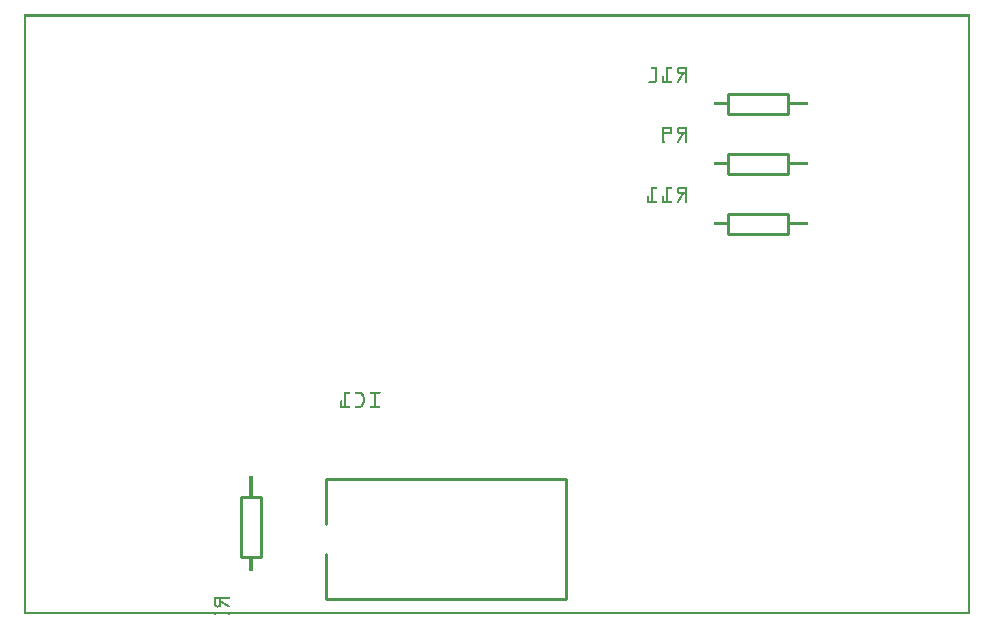
<source format=gbo>
G04 MADE WITH FRITZING*
G04 WWW.FRITZING.ORG*
G04 DOUBLE SIDED*
G04 HOLES PLATED*
G04 CONTOUR ON CENTER OF CONTOUR VECTOR*
%ASAXBY*%
%FSLAX23Y23*%
%MOIN*%
%OFA0B0*%
%SFA1.0B1.0*%
%ADD10C,0.010000*%
%ADD11R,0.001000X0.001000*%
%LNSILK0*%
G90*
G70*
G54D10*
X1008Y452D02*
X1808Y452D01*
D02*
X1808Y452D02*
X1808Y52D01*
D02*
X1808Y52D02*
X1008Y52D01*
D02*
X1008Y452D02*
X1008Y302D01*
D02*
X1008Y202D02*
X1008Y52D01*
D02*
X2548Y1535D02*
X2348Y1535D01*
D02*
X2348Y1535D02*
X2348Y1469D01*
D02*
X2348Y1469D02*
X2548Y1469D01*
D02*
X2548Y1469D02*
X2548Y1535D01*
D02*
X2548Y1735D02*
X2348Y1735D01*
D02*
X2348Y1735D02*
X2348Y1669D01*
D02*
X2348Y1669D02*
X2548Y1669D01*
D02*
X2548Y1669D02*
X2548Y1735D01*
D02*
X2548Y1335D02*
X2348Y1335D01*
D02*
X2348Y1335D02*
X2348Y1269D01*
D02*
X2348Y1269D02*
X2548Y1269D01*
D02*
X2548Y1269D02*
X2548Y1335D01*
D02*
X725Y393D02*
X725Y193D01*
D02*
X725Y193D02*
X791Y193D01*
D02*
X791Y193D02*
X791Y393D01*
D02*
X791Y393D02*
X725Y393D01*
G54D11*
X0Y2000D02*
X3155Y2000D01*
X0Y1999D02*
X3155Y1999D01*
X0Y1998D02*
X3155Y1998D01*
X0Y1997D02*
X3155Y1997D01*
X0Y1996D02*
X3155Y1996D01*
X0Y1995D02*
X3155Y1995D01*
X0Y1994D02*
X3155Y1994D01*
X0Y1993D02*
X3155Y1993D01*
X0Y1992D02*
X7Y1992D01*
X3148Y1992D02*
X3155Y1992D01*
X0Y1991D02*
X7Y1991D01*
X3148Y1991D02*
X3155Y1991D01*
X0Y1990D02*
X7Y1990D01*
X3148Y1990D02*
X3155Y1990D01*
X0Y1989D02*
X7Y1989D01*
X3148Y1989D02*
X3155Y1989D01*
X0Y1988D02*
X7Y1988D01*
X3148Y1988D02*
X3155Y1988D01*
X0Y1987D02*
X7Y1987D01*
X3148Y1987D02*
X3155Y1987D01*
X0Y1986D02*
X7Y1986D01*
X3148Y1986D02*
X3155Y1986D01*
X0Y1985D02*
X7Y1985D01*
X3148Y1985D02*
X3155Y1985D01*
X0Y1984D02*
X7Y1984D01*
X3148Y1984D02*
X3155Y1984D01*
X0Y1983D02*
X7Y1983D01*
X3148Y1983D02*
X3155Y1983D01*
X0Y1982D02*
X7Y1982D01*
X3148Y1982D02*
X3155Y1982D01*
X0Y1981D02*
X7Y1981D01*
X3148Y1981D02*
X3155Y1981D01*
X0Y1980D02*
X7Y1980D01*
X3148Y1980D02*
X3155Y1980D01*
X0Y1979D02*
X7Y1979D01*
X3148Y1979D02*
X3155Y1979D01*
X0Y1978D02*
X7Y1978D01*
X3148Y1978D02*
X3155Y1978D01*
X0Y1977D02*
X7Y1977D01*
X3148Y1977D02*
X3155Y1977D01*
X0Y1976D02*
X7Y1976D01*
X3148Y1976D02*
X3155Y1976D01*
X0Y1975D02*
X7Y1975D01*
X3148Y1975D02*
X3155Y1975D01*
X0Y1974D02*
X7Y1974D01*
X3148Y1974D02*
X3155Y1974D01*
X0Y1973D02*
X7Y1973D01*
X3148Y1973D02*
X3155Y1973D01*
X0Y1972D02*
X7Y1972D01*
X3148Y1972D02*
X3155Y1972D01*
X0Y1971D02*
X7Y1971D01*
X3148Y1971D02*
X3155Y1971D01*
X0Y1970D02*
X7Y1970D01*
X3148Y1970D02*
X3155Y1970D01*
X0Y1969D02*
X7Y1969D01*
X3148Y1969D02*
X3155Y1969D01*
X0Y1968D02*
X7Y1968D01*
X3148Y1968D02*
X3155Y1968D01*
X0Y1967D02*
X7Y1967D01*
X3148Y1967D02*
X3155Y1967D01*
X0Y1966D02*
X7Y1966D01*
X3148Y1966D02*
X3155Y1966D01*
X0Y1965D02*
X7Y1965D01*
X3148Y1965D02*
X3155Y1965D01*
X0Y1964D02*
X7Y1964D01*
X3148Y1964D02*
X3155Y1964D01*
X0Y1963D02*
X7Y1963D01*
X3148Y1963D02*
X3155Y1963D01*
X0Y1962D02*
X7Y1962D01*
X3148Y1962D02*
X3155Y1962D01*
X0Y1961D02*
X7Y1961D01*
X3148Y1961D02*
X3155Y1961D01*
X0Y1960D02*
X7Y1960D01*
X3148Y1960D02*
X3155Y1960D01*
X0Y1959D02*
X7Y1959D01*
X3148Y1959D02*
X3155Y1959D01*
X0Y1958D02*
X7Y1958D01*
X3148Y1958D02*
X3155Y1958D01*
X0Y1957D02*
X7Y1957D01*
X3148Y1957D02*
X3155Y1957D01*
X0Y1956D02*
X7Y1956D01*
X3148Y1956D02*
X3155Y1956D01*
X0Y1955D02*
X7Y1955D01*
X3148Y1955D02*
X3155Y1955D01*
X0Y1954D02*
X7Y1954D01*
X3148Y1954D02*
X3155Y1954D01*
X0Y1953D02*
X7Y1953D01*
X3148Y1953D02*
X3155Y1953D01*
X0Y1952D02*
X7Y1952D01*
X3148Y1952D02*
X3155Y1952D01*
X0Y1951D02*
X7Y1951D01*
X3148Y1951D02*
X3155Y1951D01*
X0Y1950D02*
X7Y1950D01*
X3148Y1950D02*
X3155Y1950D01*
X0Y1949D02*
X7Y1949D01*
X3148Y1949D02*
X3155Y1949D01*
X0Y1948D02*
X7Y1948D01*
X3148Y1948D02*
X3155Y1948D01*
X0Y1947D02*
X7Y1947D01*
X3148Y1947D02*
X3155Y1947D01*
X0Y1946D02*
X7Y1946D01*
X3148Y1946D02*
X3155Y1946D01*
X0Y1945D02*
X7Y1945D01*
X3148Y1945D02*
X3155Y1945D01*
X0Y1944D02*
X7Y1944D01*
X3148Y1944D02*
X3155Y1944D01*
X0Y1943D02*
X7Y1943D01*
X3148Y1943D02*
X3155Y1943D01*
X0Y1942D02*
X7Y1942D01*
X3148Y1942D02*
X3155Y1942D01*
X0Y1941D02*
X7Y1941D01*
X3148Y1941D02*
X3155Y1941D01*
X0Y1940D02*
X7Y1940D01*
X3148Y1940D02*
X3155Y1940D01*
X0Y1939D02*
X7Y1939D01*
X3148Y1939D02*
X3155Y1939D01*
X0Y1938D02*
X7Y1938D01*
X3148Y1938D02*
X3155Y1938D01*
X0Y1937D02*
X7Y1937D01*
X3148Y1937D02*
X3155Y1937D01*
X0Y1936D02*
X7Y1936D01*
X3148Y1936D02*
X3155Y1936D01*
X0Y1935D02*
X7Y1935D01*
X3148Y1935D02*
X3155Y1935D01*
X0Y1934D02*
X7Y1934D01*
X3148Y1934D02*
X3155Y1934D01*
X0Y1933D02*
X7Y1933D01*
X3148Y1933D02*
X3155Y1933D01*
X0Y1932D02*
X7Y1932D01*
X3148Y1932D02*
X3155Y1932D01*
X0Y1931D02*
X7Y1931D01*
X3148Y1931D02*
X3155Y1931D01*
X0Y1930D02*
X7Y1930D01*
X3148Y1930D02*
X3155Y1930D01*
X0Y1929D02*
X7Y1929D01*
X3148Y1929D02*
X3155Y1929D01*
X0Y1928D02*
X7Y1928D01*
X3148Y1928D02*
X3155Y1928D01*
X0Y1927D02*
X7Y1927D01*
X3148Y1927D02*
X3155Y1927D01*
X0Y1926D02*
X7Y1926D01*
X3148Y1926D02*
X3155Y1926D01*
X0Y1925D02*
X7Y1925D01*
X3148Y1925D02*
X3155Y1925D01*
X0Y1924D02*
X7Y1924D01*
X3148Y1924D02*
X3155Y1924D01*
X0Y1923D02*
X7Y1923D01*
X3148Y1923D02*
X3155Y1923D01*
X0Y1922D02*
X7Y1922D01*
X3148Y1922D02*
X3155Y1922D01*
X0Y1921D02*
X7Y1921D01*
X3148Y1921D02*
X3155Y1921D01*
X0Y1920D02*
X7Y1920D01*
X3148Y1920D02*
X3155Y1920D01*
X0Y1919D02*
X7Y1919D01*
X3148Y1919D02*
X3155Y1919D01*
X0Y1918D02*
X7Y1918D01*
X3148Y1918D02*
X3155Y1918D01*
X0Y1917D02*
X7Y1917D01*
X3148Y1917D02*
X3155Y1917D01*
X0Y1916D02*
X7Y1916D01*
X3148Y1916D02*
X3155Y1916D01*
X0Y1915D02*
X7Y1915D01*
X3148Y1915D02*
X3155Y1915D01*
X0Y1914D02*
X7Y1914D01*
X3148Y1914D02*
X3155Y1914D01*
X0Y1913D02*
X7Y1913D01*
X3148Y1913D02*
X3155Y1913D01*
X0Y1912D02*
X7Y1912D01*
X3148Y1912D02*
X3155Y1912D01*
X0Y1911D02*
X7Y1911D01*
X3148Y1911D02*
X3155Y1911D01*
X0Y1910D02*
X7Y1910D01*
X3148Y1910D02*
X3155Y1910D01*
X0Y1909D02*
X7Y1909D01*
X3148Y1909D02*
X3155Y1909D01*
X0Y1908D02*
X7Y1908D01*
X3148Y1908D02*
X3155Y1908D01*
X0Y1907D02*
X7Y1907D01*
X3148Y1907D02*
X3155Y1907D01*
X0Y1906D02*
X7Y1906D01*
X3148Y1906D02*
X3155Y1906D01*
X0Y1905D02*
X7Y1905D01*
X3148Y1905D02*
X3155Y1905D01*
X0Y1904D02*
X7Y1904D01*
X3148Y1904D02*
X3155Y1904D01*
X0Y1903D02*
X7Y1903D01*
X3148Y1903D02*
X3155Y1903D01*
X0Y1902D02*
X7Y1902D01*
X3148Y1902D02*
X3155Y1902D01*
X0Y1901D02*
X7Y1901D01*
X3148Y1901D02*
X3155Y1901D01*
X0Y1900D02*
X7Y1900D01*
X3148Y1900D02*
X3155Y1900D01*
X0Y1899D02*
X7Y1899D01*
X3148Y1899D02*
X3155Y1899D01*
X0Y1898D02*
X7Y1898D01*
X3148Y1898D02*
X3155Y1898D01*
X0Y1897D02*
X7Y1897D01*
X3148Y1897D02*
X3155Y1897D01*
X0Y1896D02*
X7Y1896D01*
X3148Y1896D02*
X3155Y1896D01*
X0Y1895D02*
X7Y1895D01*
X3148Y1895D02*
X3155Y1895D01*
X0Y1894D02*
X7Y1894D01*
X3148Y1894D02*
X3155Y1894D01*
X0Y1893D02*
X7Y1893D01*
X3148Y1893D02*
X3155Y1893D01*
X0Y1892D02*
X7Y1892D01*
X3148Y1892D02*
X3155Y1892D01*
X0Y1891D02*
X7Y1891D01*
X3148Y1891D02*
X3155Y1891D01*
X0Y1890D02*
X7Y1890D01*
X3148Y1890D02*
X3155Y1890D01*
X0Y1889D02*
X7Y1889D01*
X3148Y1889D02*
X3155Y1889D01*
X0Y1888D02*
X7Y1888D01*
X3148Y1888D02*
X3155Y1888D01*
X0Y1887D02*
X7Y1887D01*
X3148Y1887D02*
X3155Y1887D01*
X0Y1886D02*
X7Y1886D01*
X3148Y1886D02*
X3155Y1886D01*
X0Y1885D02*
X7Y1885D01*
X3148Y1885D02*
X3155Y1885D01*
X0Y1884D02*
X7Y1884D01*
X3148Y1884D02*
X3155Y1884D01*
X0Y1883D02*
X7Y1883D01*
X3148Y1883D02*
X3155Y1883D01*
X0Y1882D02*
X7Y1882D01*
X3148Y1882D02*
X3155Y1882D01*
X0Y1881D02*
X7Y1881D01*
X3148Y1881D02*
X3155Y1881D01*
X0Y1880D02*
X7Y1880D01*
X3148Y1880D02*
X3155Y1880D01*
X0Y1879D02*
X7Y1879D01*
X3148Y1879D02*
X3155Y1879D01*
X0Y1878D02*
X7Y1878D01*
X3148Y1878D02*
X3155Y1878D01*
X0Y1877D02*
X7Y1877D01*
X3148Y1877D02*
X3155Y1877D01*
X0Y1876D02*
X7Y1876D01*
X3148Y1876D02*
X3155Y1876D01*
X0Y1875D02*
X7Y1875D01*
X3148Y1875D02*
X3155Y1875D01*
X0Y1874D02*
X7Y1874D01*
X3148Y1874D02*
X3155Y1874D01*
X0Y1873D02*
X7Y1873D01*
X3148Y1873D02*
X3155Y1873D01*
X0Y1872D02*
X7Y1872D01*
X3148Y1872D02*
X3155Y1872D01*
X0Y1871D02*
X7Y1871D01*
X3148Y1871D02*
X3155Y1871D01*
X0Y1870D02*
X7Y1870D01*
X3148Y1870D02*
X3155Y1870D01*
X0Y1869D02*
X7Y1869D01*
X3148Y1869D02*
X3155Y1869D01*
X0Y1868D02*
X7Y1868D01*
X3148Y1868D02*
X3155Y1868D01*
X0Y1867D02*
X7Y1867D01*
X3148Y1867D02*
X3155Y1867D01*
X0Y1866D02*
X7Y1866D01*
X3148Y1866D02*
X3155Y1866D01*
X0Y1865D02*
X7Y1865D01*
X3148Y1865D02*
X3155Y1865D01*
X0Y1864D02*
X7Y1864D01*
X3148Y1864D02*
X3155Y1864D01*
X0Y1863D02*
X7Y1863D01*
X3148Y1863D02*
X3155Y1863D01*
X0Y1862D02*
X7Y1862D01*
X3148Y1862D02*
X3155Y1862D01*
X0Y1861D02*
X7Y1861D01*
X3148Y1861D02*
X3155Y1861D01*
X0Y1860D02*
X7Y1860D01*
X3148Y1860D02*
X3155Y1860D01*
X0Y1859D02*
X7Y1859D01*
X3148Y1859D02*
X3155Y1859D01*
X0Y1858D02*
X7Y1858D01*
X3148Y1858D02*
X3155Y1858D01*
X0Y1857D02*
X7Y1857D01*
X3148Y1857D02*
X3155Y1857D01*
X0Y1856D02*
X7Y1856D01*
X3148Y1856D02*
X3155Y1856D01*
X0Y1855D02*
X7Y1855D01*
X3148Y1855D02*
X3155Y1855D01*
X0Y1854D02*
X7Y1854D01*
X3148Y1854D02*
X3155Y1854D01*
X0Y1853D02*
X7Y1853D01*
X3148Y1853D02*
X3155Y1853D01*
X0Y1852D02*
X7Y1852D01*
X3148Y1852D02*
X3155Y1852D01*
X0Y1851D02*
X7Y1851D01*
X3148Y1851D02*
X3155Y1851D01*
X0Y1850D02*
X7Y1850D01*
X3148Y1850D02*
X3155Y1850D01*
X0Y1849D02*
X7Y1849D01*
X3148Y1849D02*
X3155Y1849D01*
X0Y1848D02*
X7Y1848D01*
X3148Y1848D02*
X3155Y1848D01*
X0Y1847D02*
X7Y1847D01*
X3148Y1847D02*
X3155Y1847D01*
X0Y1846D02*
X7Y1846D01*
X3148Y1846D02*
X3155Y1846D01*
X0Y1845D02*
X7Y1845D01*
X3148Y1845D02*
X3155Y1845D01*
X0Y1844D02*
X7Y1844D01*
X3148Y1844D02*
X3155Y1844D01*
X0Y1843D02*
X7Y1843D01*
X3148Y1843D02*
X3155Y1843D01*
X0Y1842D02*
X7Y1842D01*
X3148Y1842D02*
X3155Y1842D01*
X0Y1841D02*
X7Y1841D01*
X3148Y1841D02*
X3155Y1841D01*
X0Y1840D02*
X7Y1840D01*
X3148Y1840D02*
X3155Y1840D01*
X0Y1839D02*
X7Y1839D01*
X3148Y1839D02*
X3155Y1839D01*
X0Y1838D02*
X7Y1838D01*
X3148Y1838D02*
X3155Y1838D01*
X0Y1837D02*
X7Y1837D01*
X3148Y1837D02*
X3155Y1837D01*
X0Y1836D02*
X7Y1836D01*
X3148Y1836D02*
X3155Y1836D01*
X0Y1835D02*
X7Y1835D01*
X3148Y1835D02*
X3155Y1835D01*
X0Y1834D02*
X7Y1834D01*
X3148Y1834D02*
X3155Y1834D01*
X0Y1833D02*
X7Y1833D01*
X3148Y1833D02*
X3155Y1833D01*
X0Y1832D02*
X7Y1832D01*
X3148Y1832D02*
X3155Y1832D01*
X0Y1831D02*
X7Y1831D01*
X3148Y1831D02*
X3155Y1831D01*
X0Y1830D02*
X7Y1830D01*
X3148Y1830D02*
X3155Y1830D01*
X0Y1829D02*
X7Y1829D01*
X3148Y1829D02*
X3155Y1829D01*
X0Y1828D02*
X7Y1828D01*
X3148Y1828D02*
X3155Y1828D01*
X0Y1827D02*
X7Y1827D01*
X3148Y1827D02*
X3155Y1827D01*
X0Y1826D02*
X7Y1826D01*
X3148Y1826D02*
X3155Y1826D01*
X0Y1825D02*
X7Y1825D01*
X2089Y1825D02*
X2107Y1825D01*
X2141Y1825D02*
X2159Y1825D01*
X2184Y1825D02*
X2211Y1825D01*
X3148Y1825D02*
X3155Y1825D01*
X0Y1824D02*
X7Y1824D01*
X2090Y1824D02*
X2108Y1824D01*
X2141Y1824D02*
X2160Y1824D01*
X2182Y1824D02*
X2211Y1824D01*
X3148Y1824D02*
X3155Y1824D01*
X0Y1823D02*
X7Y1823D01*
X2090Y1823D02*
X2109Y1823D01*
X2141Y1823D02*
X2161Y1823D01*
X2181Y1823D02*
X2211Y1823D01*
X3148Y1823D02*
X3155Y1823D01*
X0Y1822D02*
X7Y1822D01*
X2091Y1822D02*
X2110Y1822D01*
X2141Y1822D02*
X2161Y1822D01*
X2180Y1822D02*
X2211Y1822D01*
X3148Y1822D02*
X3155Y1822D01*
X0Y1821D02*
X7Y1821D01*
X2092Y1821D02*
X2110Y1821D01*
X2141Y1821D02*
X2161Y1821D01*
X2179Y1821D02*
X2211Y1821D01*
X3148Y1821D02*
X3155Y1821D01*
X0Y1820D02*
X7Y1820D01*
X2092Y1820D02*
X2111Y1820D01*
X2141Y1820D02*
X2160Y1820D01*
X2179Y1820D02*
X2211Y1820D01*
X3148Y1820D02*
X3155Y1820D01*
X0Y1819D02*
X7Y1819D01*
X2093Y1819D02*
X2111Y1819D01*
X2141Y1819D02*
X2159Y1819D01*
X2178Y1819D02*
X2211Y1819D01*
X3148Y1819D02*
X3155Y1819D01*
X0Y1818D02*
X7Y1818D01*
X2105Y1818D02*
X2111Y1818D01*
X2141Y1818D02*
X2147Y1818D01*
X2178Y1818D02*
X2185Y1818D01*
X2205Y1818D02*
X2211Y1818D01*
X3148Y1818D02*
X3155Y1818D01*
X0Y1817D02*
X7Y1817D01*
X2105Y1817D02*
X2111Y1817D01*
X2141Y1817D02*
X2147Y1817D01*
X2178Y1817D02*
X2184Y1817D01*
X2205Y1817D02*
X2211Y1817D01*
X3148Y1817D02*
X3155Y1817D01*
X0Y1816D02*
X7Y1816D01*
X2105Y1816D02*
X2111Y1816D01*
X2141Y1816D02*
X2147Y1816D01*
X2178Y1816D02*
X2184Y1816D01*
X2205Y1816D02*
X2211Y1816D01*
X3148Y1816D02*
X3155Y1816D01*
X0Y1815D02*
X7Y1815D01*
X2105Y1815D02*
X2111Y1815D01*
X2141Y1815D02*
X2147Y1815D01*
X2178Y1815D02*
X2184Y1815D01*
X2205Y1815D02*
X2211Y1815D01*
X3148Y1815D02*
X3155Y1815D01*
X0Y1814D02*
X7Y1814D01*
X2105Y1814D02*
X2111Y1814D01*
X2141Y1814D02*
X2147Y1814D01*
X2178Y1814D02*
X2184Y1814D01*
X2205Y1814D02*
X2211Y1814D01*
X3148Y1814D02*
X3155Y1814D01*
X0Y1813D02*
X7Y1813D01*
X2105Y1813D02*
X2111Y1813D01*
X2141Y1813D02*
X2147Y1813D01*
X2178Y1813D02*
X2184Y1813D01*
X2205Y1813D02*
X2211Y1813D01*
X3148Y1813D02*
X3155Y1813D01*
X0Y1812D02*
X7Y1812D01*
X2105Y1812D02*
X2111Y1812D01*
X2141Y1812D02*
X2147Y1812D01*
X2178Y1812D02*
X2184Y1812D01*
X2205Y1812D02*
X2211Y1812D01*
X3148Y1812D02*
X3155Y1812D01*
X0Y1811D02*
X7Y1811D01*
X2105Y1811D02*
X2111Y1811D01*
X2141Y1811D02*
X2147Y1811D01*
X2178Y1811D02*
X2184Y1811D01*
X2205Y1811D02*
X2211Y1811D01*
X3148Y1811D02*
X3155Y1811D01*
X0Y1810D02*
X7Y1810D01*
X2105Y1810D02*
X2111Y1810D01*
X2141Y1810D02*
X2147Y1810D01*
X2178Y1810D02*
X2184Y1810D01*
X2205Y1810D02*
X2211Y1810D01*
X3148Y1810D02*
X3155Y1810D01*
X0Y1809D02*
X7Y1809D01*
X2105Y1809D02*
X2111Y1809D01*
X2141Y1809D02*
X2147Y1809D01*
X2178Y1809D02*
X2185Y1809D01*
X2205Y1809D02*
X2211Y1809D01*
X3148Y1809D02*
X3155Y1809D01*
X0Y1808D02*
X7Y1808D01*
X2105Y1808D02*
X2111Y1808D01*
X2141Y1808D02*
X2147Y1808D01*
X2178Y1808D02*
X2211Y1808D01*
X3148Y1808D02*
X3155Y1808D01*
X0Y1807D02*
X7Y1807D01*
X2105Y1807D02*
X2111Y1807D01*
X2141Y1807D02*
X2147Y1807D01*
X2179Y1807D02*
X2211Y1807D01*
X3148Y1807D02*
X3155Y1807D01*
X0Y1806D02*
X7Y1806D01*
X2105Y1806D02*
X2111Y1806D01*
X2141Y1806D02*
X2147Y1806D01*
X2179Y1806D02*
X2211Y1806D01*
X3148Y1806D02*
X3155Y1806D01*
X0Y1805D02*
X7Y1805D01*
X2105Y1805D02*
X2111Y1805D01*
X2141Y1805D02*
X2147Y1805D01*
X2180Y1805D02*
X2211Y1805D01*
X3148Y1805D02*
X3155Y1805D01*
X0Y1804D02*
X7Y1804D01*
X2105Y1804D02*
X2111Y1804D01*
X2141Y1804D02*
X2147Y1804D01*
X2181Y1804D02*
X2211Y1804D01*
X3148Y1804D02*
X3155Y1804D01*
X0Y1803D02*
X7Y1803D01*
X2105Y1803D02*
X2111Y1803D01*
X2141Y1803D02*
X2147Y1803D01*
X2182Y1803D02*
X2211Y1803D01*
X3148Y1803D02*
X3155Y1803D01*
X0Y1802D02*
X7Y1802D01*
X2105Y1802D02*
X2111Y1802D01*
X2141Y1802D02*
X2147Y1802D01*
X2184Y1802D02*
X2211Y1802D01*
X3148Y1802D02*
X3155Y1802D01*
X0Y1801D02*
X7Y1801D01*
X2105Y1801D02*
X2111Y1801D01*
X2141Y1801D02*
X2147Y1801D01*
X2192Y1801D02*
X2200Y1801D01*
X2205Y1801D02*
X2211Y1801D01*
X3148Y1801D02*
X3155Y1801D01*
X0Y1800D02*
X7Y1800D01*
X2105Y1800D02*
X2111Y1800D01*
X2141Y1800D02*
X2147Y1800D01*
X2191Y1800D02*
X2199Y1800D01*
X2205Y1800D02*
X2211Y1800D01*
X3148Y1800D02*
X3155Y1800D01*
X0Y1799D02*
X7Y1799D01*
X2105Y1799D02*
X2111Y1799D01*
X2141Y1799D02*
X2147Y1799D01*
X2191Y1799D02*
X2198Y1799D01*
X2205Y1799D02*
X2211Y1799D01*
X3148Y1799D02*
X3155Y1799D01*
X0Y1798D02*
X7Y1798D01*
X2105Y1798D02*
X2111Y1798D01*
X2141Y1798D02*
X2147Y1798D01*
X2190Y1798D02*
X2198Y1798D01*
X2205Y1798D02*
X2211Y1798D01*
X3148Y1798D02*
X3155Y1798D01*
X0Y1797D02*
X7Y1797D01*
X2105Y1797D02*
X2111Y1797D01*
X2141Y1797D02*
X2147Y1797D01*
X2190Y1797D02*
X2197Y1797D01*
X2205Y1797D02*
X2211Y1797D01*
X3148Y1797D02*
X3155Y1797D01*
X0Y1796D02*
X7Y1796D01*
X2105Y1796D02*
X2111Y1796D01*
X2129Y1796D02*
X2131Y1796D01*
X2141Y1796D02*
X2147Y1796D01*
X2189Y1796D02*
X2196Y1796D01*
X2205Y1796D02*
X2211Y1796D01*
X3148Y1796D02*
X3155Y1796D01*
X0Y1795D02*
X7Y1795D01*
X2105Y1795D02*
X2111Y1795D01*
X2128Y1795D02*
X2132Y1795D01*
X2141Y1795D02*
X2147Y1795D01*
X2189Y1795D02*
X2196Y1795D01*
X2205Y1795D02*
X2211Y1795D01*
X3148Y1795D02*
X3155Y1795D01*
X0Y1794D02*
X7Y1794D01*
X2105Y1794D02*
X2111Y1794D01*
X2128Y1794D02*
X2133Y1794D01*
X2141Y1794D02*
X2147Y1794D01*
X2188Y1794D02*
X2195Y1794D01*
X2205Y1794D02*
X2211Y1794D01*
X3148Y1794D02*
X3155Y1794D01*
X0Y1793D02*
X7Y1793D01*
X2105Y1793D02*
X2111Y1793D01*
X2127Y1793D02*
X2133Y1793D01*
X2141Y1793D02*
X2147Y1793D01*
X2187Y1793D02*
X2195Y1793D01*
X2205Y1793D02*
X2211Y1793D01*
X3148Y1793D02*
X3155Y1793D01*
X0Y1792D02*
X7Y1792D01*
X2105Y1792D02*
X2111Y1792D01*
X2127Y1792D02*
X2133Y1792D01*
X2141Y1792D02*
X2147Y1792D01*
X2187Y1792D02*
X2194Y1792D01*
X2205Y1792D02*
X2211Y1792D01*
X3148Y1792D02*
X3155Y1792D01*
X0Y1791D02*
X7Y1791D01*
X2105Y1791D02*
X2111Y1791D01*
X2127Y1791D02*
X2133Y1791D01*
X2141Y1791D02*
X2147Y1791D01*
X2186Y1791D02*
X2193Y1791D01*
X2205Y1791D02*
X2211Y1791D01*
X3148Y1791D02*
X3155Y1791D01*
X0Y1790D02*
X7Y1790D01*
X2105Y1790D02*
X2111Y1790D01*
X2127Y1790D02*
X2133Y1790D01*
X2141Y1790D02*
X2147Y1790D01*
X2186Y1790D02*
X2193Y1790D01*
X2205Y1790D02*
X2211Y1790D01*
X3148Y1790D02*
X3155Y1790D01*
X0Y1789D02*
X7Y1789D01*
X2105Y1789D02*
X2111Y1789D01*
X2127Y1789D02*
X2133Y1789D01*
X2141Y1789D02*
X2147Y1789D01*
X2185Y1789D02*
X2192Y1789D01*
X2205Y1789D02*
X2211Y1789D01*
X3148Y1789D02*
X3155Y1789D01*
X0Y1788D02*
X7Y1788D01*
X2105Y1788D02*
X2111Y1788D01*
X2127Y1788D02*
X2133Y1788D01*
X2141Y1788D02*
X2147Y1788D01*
X2184Y1788D02*
X2192Y1788D01*
X2205Y1788D02*
X2211Y1788D01*
X3148Y1788D02*
X3155Y1788D01*
X0Y1787D02*
X7Y1787D01*
X2105Y1787D02*
X2111Y1787D01*
X2127Y1787D02*
X2133Y1787D01*
X2141Y1787D02*
X2147Y1787D01*
X2184Y1787D02*
X2191Y1787D01*
X2205Y1787D02*
X2211Y1787D01*
X3148Y1787D02*
X3155Y1787D01*
X0Y1786D02*
X7Y1786D01*
X2105Y1786D02*
X2111Y1786D01*
X2127Y1786D02*
X2133Y1786D01*
X2141Y1786D02*
X2147Y1786D01*
X2183Y1786D02*
X2191Y1786D01*
X2205Y1786D02*
X2211Y1786D01*
X3148Y1786D02*
X3155Y1786D01*
X0Y1785D02*
X7Y1785D01*
X2105Y1785D02*
X2111Y1785D01*
X2127Y1785D02*
X2133Y1785D01*
X2141Y1785D02*
X2147Y1785D01*
X2183Y1785D02*
X2190Y1785D01*
X2205Y1785D02*
X2211Y1785D01*
X3148Y1785D02*
X3155Y1785D01*
X0Y1784D02*
X7Y1784D01*
X2105Y1784D02*
X2111Y1784D01*
X2127Y1784D02*
X2133Y1784D01*
X2141Y1784D02*
X2147Y1784D01*
X2182Y1784D02*
X2189Y1784D01*
X2205Y1784D02*
X2211Y1784D01*
X3148Y1784D02*
X3155Y1784D01*
X0Y1783D02*
X7Y1783D01*
X2105Y1783D02*
X2111Y1783D01*
X2127Y1783D02*
X2133Y1783D01*
X2141Y1783D02*
X2147Y1783D01*
X2182Y1783D02*
X2189Y1783D01*
X2205Y1783D02*
X2211Y1783D01*
X3148Y1783D02*
X3155Y1783D01*
X0Y1782D02*
X7Y1782D01*
X2105Y1782D02*
X2111Y1782D01*
X2127Y1782D02*
X2133Y1782D01*
X2141Y1782D02*
X2147Y1782D01*
X2181Y1782D02*
X2188Y1782D01*
X2205Y1782D02*
X2211Y1782D01*
X3148Y1782D02*
X3155Y1782D01*
X0Y1781D02*
X7Y1781D01*
X2105Y1781D02*
X2111Y1781D01*
X2127Y1781D02*
X2133Y1781D01*
X2141Y1781D02*
X2147Y1781D01*
X2180Y1781D02*
X2188Y1781D01*
X2205Y1781D02*
X2211Y1781D01*
X3148Y1781D02*
X3155Y1781D01*
X0Y1780D02*
X7Y1780D01*
X2105Y1780D02*
X2111Y1780D01*
X2127Y1780D02*
X2133Y1780D01*
X2141Y1780D02*
X2147Y1780D01*
X2180Y1780D02*
X2187Y1780D01*
X2205Y1780D02*
X2211Y1780D01*
X3148Y1780D02*
X3155Y1780D01*
X0Y1779D02*
X7Y1779D01*
X2105Y1779D02*
X2111Y1779D01*
X2127Y1779D02*
X2133Y1779D01*
X2141Y1779D02*
X2147Y1779D01*
X2179Y1779D02*
X2186Y1779D01*
X2205Y1779D02*
X2211Y1779D01*
X3148Y1779D02*
X3155Y1779D01*
X0Y1778D02*
X7Y1778D01*
X2087Y1778D02*
X2111Y1778D01*
X2127Y1778D02*
X2159Y1778D01*
X2179Y1778D02*
X2186Y1778D01*
X2205Y1778D02*
X2211Y1778D01*
X3148Y1778D02*
X3155Y1778D01*
X0Y1777D02*
X7Y1777D01*
X2086Y1777D02*
X2110Y1777D01*
X2127Y1777D02*
X2160Y1777D01*
X2178Y1777D02*
X2185Y1777D01*
X2205Y1777D02*
X2211Y1777D01*
X3148Y1777D02*
X3155Y1777D01*
X0Y1776D02*
X7Y1776D01*
X2085Y1776D02*
X2110Y1776D01*
X2127Y1776D02*
X2161Y1776D01*
X2178Y1776D02*
X2185Y1776D01*
X2205Y1776D02*
X2211Y1776D01*
X3148Y1776D02*
X3155Y1776D01*
X0Y1775D02*
X7Y1775D01*
X2084Y1775D02*
X2110Y1775D01*
X2127Y1775D02*
X2161Y1775D01*
X2178Y1775D02*
X2184Y1775D01*
X2205Y1775D02*
X2211Y1775D01*
X3148Y1775D02*
X3155Y1775D01*
X0Y1774D02*
X7Y1774D01*
X2083Y1774D02*
X2109Y1774D01*
X2128Y1774D02*
X2161Y1774D01*
X2178Y1774D02*
X2184Y1774D01*
X2205Y1774D02*
X2211Y1774D01*
X3148Y1774D02*
X3155Y1774D01*
X0Y1773D02*
X7Y1773D01*
X2082Y1773D02*
X2108Y1773D01*
X2128Y1773D02*
X2160Y1773D01*
X2178Y1773D02*
X2183Y1773D01*
X2206Y1773D02*
X2210Y1773D01*
X3148Y1773D02*
X3155Y1773D01*
X0Y1772D02*
X7Y1772D01*
X2082Y1772D02*
X2106Y1772D01*
X2129Y1772D02*
X2159Y1772D01*
X2180Y1772D02*
X2182Y1772D01*
X2207Y1772D02*
X2209Y1772D01*
X3148Y1772D02*
X3155Y1772D01*
X0Y1771D02*
X7Y1771D01*
X3148Y1771D02*
X3155Y1771D01*
X0Y1770D02*
X7Y1770D01*
X3148Y1770D02*
X3155Y1770D01*
X0Y1769D02*
X7Y1769D01*
X3148Y1769D02*
X3155Y1769D01*
X0Y1768D02*
X7Y1768D01*
X3148Y1768D02*
X3155Y1768D01*
X0Y1767D02*
X7Y1767D01*
X3148Y1767D02*
X3155Y1767D01*
X0Y1766D02*
X7Y1766D01*
X3148Y1766D02*
X3155Y1766D01*
X0Y1765D02*
X7Y1765D01*
X3148Y1765D02*
X3155Y1765D01*
X0Y1764D02*
X7Y1764D01*
X3148Y1764D02*
X3155Y1764D01*
X0Y1763D02*
X7Y1763D01*
X3148Y1763D02*
X3155Y1763D01*
X0Y1762D02*
X7Y1762D01*
X3148Y1762D02*
X3155Y1762D01*
X0Y1761D02*
X7Y1761D01*
X3148Y1761D02*
X3155Y1761D01*
X0Y1760D02*
X7Y1760D01*
X3148Y1760D02*
X3155Y1760D01*
X0Y1759D02*
X7Y1759D01*
X3148Y1759D02*
X3155Y1759D01*
X0Y1758D02*
X7Y1758D01*
X3148Y1758D02*
X3155Y1758D01*
X0Y1757D02*
X7Y1757D01*
X3148Y1757D02*
X3155Y1757D01*
X0Y1756D02*
X7Y1756D01*
X3148Y1756D02*
X3155Y1756D01*
X0Y1755D02*
X7Y1755D01*
X3148Y1755D02*
X3155Y1755D01*
X0Y1754D02*
X7Y1754D01*
X3148Y1754D02*
X3155Y1754D01*
X0Y1753D02*
X7Y1753D01*
X3148Y1753D02*
X3155Y1753D01*
X0Y1752D02*
X7Y1752D01*
X3148Y1752D02*
X3155Y1752D01*
X0Y1751D02*
X7Y1751D01*
X3148Y1751D02*
X3155Y1751D01*
X0Y1750D02*
X7Y1750D01*
X3148Y1750D02*
X3155Y1750D01*
X0Y1749D02*
X7Y1749D01*
X3148Y1749D02*
X3155Y1749D01*
X0Y1748D02*
X7Y1748D01*
X3148Y1748D02*
X3155Y1748D01*
X0Y1747D02*
X7Y1747D01*
X3148Y1747D02*
X3155Y1747D01*
X0Y1746D02*
X7Y1746D01*
X3148Y1746D02*
X3155Y1746D01*
X0Y1745D02*
X7Y1745D01*
X3148Y1745D02*
X3155Y1745D01*
X0Y1744D02*
X7Y1744D01*
X3148Y1744D02*
X3155Y1744D01*
X0Y1743D02*
X7Y1743D01*
X3148Y1743D02*
X3155Y1743D01*
X0Y1742D02*
X7Y1742D01*
X3148Y1742D02*
X3155Y1742D01*
X0Y1741D02*
X7Y1741D01*
X3148Y1741D02*
X3155Y1741D01*
X0Y1740D02*
X7Y1740D01*
X3148Y1740D02*
X3155Y1740D01*
X0Y1739D02*
X7Y1739D01*
X3148Y1739D02*
X3155Y1739D01*
X0Y1738D02*
X7Y1738D01*
X3148Y1738D02*
X3155Y1738D01*
X0Y1737D02*
X7Y1737D01*
X3148Y1737D02*
X3155Y1737D01*
X0Y1736D02*
X7Y1736D01*
X3148Y1736D02*
X3155Y1736D01*
X0Y1735D02*
X7Y1735D01*
X3148Y1735D02*
X3155Y1735D01*
X0Y1734D02*
X7Y1734D01*
X3148Y1734D02*
X3155Y1734D01*
X0Y1733D02*
X7Y1733D01*
X3148Y1733D02*
X3155Y1733D01*
X0Y1732D02*
X7Y1732D01*
X3148Y1732D02*
X3155Y1732D01*
X0Y1731D02*
X7Y1731D01*
X3148Y1731D02*
X3155Y1731D01*
X0Y1730D02*
X7Y1730D01*
X3148Y1730D02*
X3155Y1730D01*
X0Y1729D02*
X7Y1729D01*
X3148Y1729D02*
X3155Y1729D01*
X0Y1728D02*
X7Y1728D01*
X3148Y1728D02*
X3155Y1728D01*
X0Y1727D02*
X7Y1727D01*
X3148Y1727D02*
X3155Y1727D01*
X0Y1726D02*
X7Y1726D01*
X3148Y1726D02*
X3155Y1726D01*
X0Y1725D02*
X7Y1725D01*
X3148Y1725D02*
X3155Y1725D01*
X0Y1724D02*
X7Y1724D01*
X3148Y1724D02*
X3155Y1724D01*
X0Y1723D02*
X7Y1723D01*
X3148Y1723D02*
X3155Y1723D01*
X0Y1722D02*
X7Y1722D01*
X3148Y1722D02*
X3155Y1722D01*
X0Y1721D02*
X7Y1721D01*
X3148Y1721D02*
X3155Y1721D01*
X0Y1720D02*
X7Y1720D01*
X3148Y1720D02*
X3155Y1720D01*
X0Y1719D02*
X7Y1719D01*
X3148Y1719D02*
X3155Y1719D01*
X0Y1718D02*
X7Y1718D01*
X3148Y1718D02*
X3155Y1718D01*
X0Y1717D02*
X7Y1717D01*
X3148Y1717D02*
X3155Y1717D01*
X0Y1716D02*
X7Y1716D01*
X3148Y1716D02*
X3155Y1716D01*
X0Y1715D02*
X7Y1715D01*
X3148Y1715D02*
X3155Y1715D01*
X0Y1714D02*
X7Y1714D01*
X3148Y1714D02*
X3155Y1714D01*
X0Y1713D02*
X7Y1713D01*
X3148Y1713D02*
X3155Y1713D01*
X0Y1712D02*
X7Y1712D01*
X3148Y1712D02*
X3155Y1712D01*
X0Y1711D02*
X7Y1711D01*
X3148Y1711D02*
X3155Y1711D01*
X0Y1710D02*
X7Y1710D01*
X3148Y1710D02*
X3155Y1710D01*
X0Y1709D02*
X7Y1709D01*
X3148Y1709D02*
X3155Y1709D01*
X0Y1708D02*
X7Y1708D01*
X3148Y1708D02*
X3155Y1708D01*
X0Y1707D02*
X7Y1707D01*
X2300Y1707D02*
X2347Y1707D01*
X2548Y1707D02*
X2614Y1707D01*
X3148Y1707D02*
X3155Y1707D01*
X0Y1706D02*
X7Y1706D01*
X2300Y1706D02*
X2347Y1706D01*
X2548Y1706D02*
X2614Y1706D01*
X3148Y1706D02*
X3155Y1706D01*
X0Y1705D02*
X7Y1705D01*
X2300Y1705D02*
X2347Y1705D01*
X2548Y1705D02*
X2614Y1705D01*
X3148Y1705D02*
X3155Y1705D01*
X0Y1704D02*
X7Y1704D01*
X2300Y1704D02*
X2347Y1704D01*
X2548Y1704D02*
X2614Y1704D01*
X3148Y1704D02*
X3155Y1704D01*
X0Y1703D02*
X7Y1703D01*
X2300Y1703D02*
X2347Y1703D01*
X2548Y1703D02*
X2614Y1703D01*
X3148Y1703D02*
X3155Y1703D01*
X0Y1702D02*
X7Y1702D01*
X2300Y1702D02*
X2347Y1702D01*
X2548Y1702D02*
X2614Y1702D01*
X3148Y1702D02*
X3155Y1702D01*
X0Y1701D02*
X7Y1701D01*
X2300Y1701D02*
X2347Y1701D01*
X2548Y1701D02*
X2614Y1701D01*
X3148Y1701D02*
X3155Y1701D01*
X0Y1700D02*
X7Y1700D01*
X2300Y1700D02*
X2347Y1700D01*
X2548Y1700D02*
X2614Y1700D01*
X3148Y1700D02*
X3155Y1700D01*
X0Y1699D02*
X7Y1699D01*
X2300Y1699D02*
X2347Y1699D01*
X2548Y1699D02*
X2614Y1699D01*
X3148Y1699D02*
X3155Y1699D01*
X0Y1698D02*
X7Y1698D01*
X2300Y1698D02*
X2347Y1698D01*
X2548Y1698D02*
X2614Y1698D01*
X3148Y1698D02*
X3155Y1698D01*
X0Y1697D02*
X7Y1697D01*
X3148Y1697D02*
X3155Y1697D01*
X0Y1696D02*
X7Y1696D01*
X3148Y1696D02*
X3155Y1696D01*
X0Y1695D02*
X7Y1695D01*
X3148Y1695D02*
X3155Y1695D01*
X0Y1694D02*
X7Y1694D01*
X3148Y1694D02*
X3155Y1694D01*
X0Y1693D02*
X7Y1693D01*
X3148Y1693D02*
X3155Y1693D01*
X0Y1692D02*
X7Y1692D01*
X3148Y1692D02*
X3155Y1692D01*
X0Y1691D02*
X7Y1691D01*
X3148Y1691D02*
X3155Y1691D01*
X0Y1690D02*
X7Y1690D01*
X3148Y1690D02*
X3155Y1690D01*
X0Y1689D02*
X7Y1689D01*
X3148Y1689D02*
X3155Y1689D01*
X0Y1688D02*
X7Y1688D01*
X3148Y1688D02*
X3155Y1688D01*
X0Y1687D02*
X7Y1687D01*
X3148Y1687D02*
X3155Y1687D01*
X0Y1686D02*
X7Y1686D01*
X3148Y1686D02*
X3155Y1686D01*
X0Y1685D02*
X7Y1685D01*
X3148Y1685D02*
X3155Y1685D01*
X0Y1684D02*
X7Y1684D01*
X3148Y1684D02*
X3155Y1684D01*
X0Y1683D02*
X7Y1683D01*
X3148Y1683D02*
X3155Y1683D01*
X0Y1682D02*
X7Y1682D01*
X3148Y1682D02*
X3155Y1682D01*
X0Y1681D02*
X7Y1681D01*
X3148Y1681D02*
X3155Y1681D01*
X0Y1680D02*
X7Y1680D01*
X3148Y1680D02*
X3155Y1680D01*
X0Y1679D02*
X7Y1679D01*
X3148Y1679D02*
X3155Y1679D01*
X0Y1678D02*
X7Y1678D01*
X3148Y1678D02*
X3155Y1678D01*
X0Y1677D02*
X7Y1677D01*
X3148Y1677D02*
X3155Y1677D01*
X0Y1676D02*
X7Y1676D01*
X3148Y1676D02*
X3155Y1676D01*
X0Y1675D02*
X7Y1675D01*
X3148Y1675D02*
X3155Y1675D01*
X0Y1674D02*
X7Y1674D01*
X3148Y1674D02*
X3155Y1674D01*
X0Y1673D02*
X7Y1673D01*
X3148Y1673D02*
X3155Y1673D01*
X0Y1672D02*
X7Y1672D01*
X3148Y1672D02*
X3155Y1672D01*
X0Y1671D02*
X7Y1671D01*
X3148Y1671D02*
X3155Y1671D01*
X0Y1670D02*
X7Y1670D01*
X3148Y1670D02*
X3155Y1670D01*
X0Y1669D02*
X7Y1669D01*
X3148Y1669D02*
X3155Y1669D01*
X0Y1668D02*
X7Y1668D01*
X3148Y1668D02*
X3155Y1668D01*
X0Y1667D02*
X7Y1667D01*
X3148Y1667D02*
X3155Y1667D01*
X0Y1666D02*
X7Y1666D01*
X3148Y1666D02*
X3155Y1666D01*
X0Y1665D02*
X7Y1665D01*
X3148Y1665D02*
X3155Y1665D01*
X0Y1664D02*
X7Y1664D01*
X3148Y1664D02*
X3155Y1664D01*
X0Y1663D02*
X7Y1663D01*
X3148Y1663D02*
X3155Y1663D01*
X0Y1662D02*
X7Y1662D01*
X3148Y1662D02*
X3155Y1662D01*
X0Y1661D02*
X7Y1661D01*
X3148Y1661D02*
X3155Y1661D01*
X0Y1660D02*
X7Y1660D01*
X3148Y1660D02*
X3155Y1660D01*
X0Y1659D02*
X7Y1659D01*
X3148Y1659D02*
X3155Y1659D01*
X0Y1658D02*
X7Y1658D01*
X3148Y1658D02*
X3155Y1658D01*
X0Y1657D02*
X7Y1657D01*
X3148Y1657D02*
X3155Y1657D01*
X0Y1656D02*
X7Y1656D01*
X3148Y1656D02*
X3155Y1656D01*
X0Y1655D02*
X7Y1655D01*
X3148Y1655D02*
X3155Y1655D01*
X0Y1654D02*
X7Y1654D01*
X3148Y1654D02*
X3155Y1654D01*
X0Y1653D02*
X7Y1653D01*
X3148Y1653D02*
X3155Y1653D01*
X0Y1652D02*
X7Y1652D01*
X3148Y1652D02*
X3155Y1652D01*
X0Y1651D02*
X7Y1651D01*
X3148Y1651D02*
X3155Y1651D01*
X0Y1650D02*
X7Y1650D01*
X3148Y1650D02*
X3155Y1650D01*
X0Y1649D02*
X7Y1649D01*
X3148Y1649D02*
X3155Y1649D01*
X0Y1648D02*
X7Y1648D01*
X3148Y1648D02*
X3155Y1648D01*
X0Y1647D02*
X7Y1647D01*
X3148Y1647D02*
X3155Y1647D01*
X0Y1646D02*
X7Y1646D01*
X3148Y1646D02*
X3155Y1646D01*
X0Y1645D02*
X7Y1645D01*
X3148Y1645D02*
X3155Y1645D01*
X0Y1644D02*
X7Y1644D01*
X3148Y1644D02*
X3155Y1644D01*
X0Y1643D02*
X7Y1643D01*
X3148Y1643D02*
X3155Y1643D01*
X0Y1642D02*
X7Y1642D01*
X3148Y1642D02*
X3155Y1642D01*
X0Y1641D02*
X7Y1641D01*
X3148Y1641D02*
X3155Y1641D01*
X0Y1640D02*
X7Y1640D01*
X3148Y1640D02*
X3155Y1640D01*
X0Y1639D02*
X7Y1639D01*
X3148Y1639D02*
X3155Y1639D01*
X0Y1638D02*
X7Y1638D01*
X3148Y1638D02*
X3155Y1638D01*
X0Y1637D02*
X7Y1637D01*
X3148Y1637D02*
X3155Y1637D01*
X0Y1636D02*
X7Y1636D01*
X3148Y1636D02*
X3155Y1636D01*
X0Y1635D02*
X7Y1635D01*
X3148Y1635D02*
X3155Y1635D01*
X0Y1634D02*
X7Y1634D01*
X3148Y1634D02*
X3155Y1634D01*
X0Y1633D02*
X7Y1633D01*
X3148Y1633D02*
X3155Y1633D01*
X0Y1632D02*
X7Y1632D01*
X3148Y1632D02*
X3155Y1632D01*
X0Y1631D02*
X7Y1631D01*
X3148Y1631D02*
X3155Y1631D01*
X0Y1630D02*
X7Y1630D01*
X3148Y1630D02*
X3155Y1630D01*
X0Y1629D02*
X7Y1629D01*
X3148Y1629D02*
X3155Y1629D01*
X0Y1628D02*
X7Y1628D01*
X3148Y1628D02*
X3155Y1628D01*
X0Y1627D02*
X7Y1627D01*
X3148Y1627D02*
X3155Y1627D01*
X0Y1626D02*
X7Y1626D01*
X3148Y1626D02*
X3155Y1626D01*
X0Y1625D02*
X7Y1625D01*
X2129Y1625D02*
X2159Y1625D01*
X2184Y1625D02*
X2211Y1625D01*
X3148Y1625D02*
X3155Y1625D01*
X0Y1624D02*
X7Y1624D01*
X2128Y1624D02*
X2160Y1624D01*
X2182Y1624D02*
X2211Y1624D01*
X3148Y1624D02*
X3155Y1624D01*
X0Y1623D02*
X7Y1623D01*
X2127Y1623D02*
X2161Y1623D01*
X2181Y1623D02*
X2211Y1623D01*
X3148Y1623D02*
X3155Y1623D01*
X0Y1622D02*
X7Y1622D01*
X2127Y1622D02*
X2161Y1622D01*
X2180Y1622D02*
X2211Y1622D01*
X3148Y1622D02*
X3155Y1622D01*
X0Y1621D02*
X7Y1621D01*
X2127Y1621D02*
X2161Y1621D01*
X2179Y1621D02*
X2211Y1621D01*
X3148Y1621D02*
X3155Y1621D01*
X0Y1620D02*
X7Y1620D01*
X2127Y1620D02*
X2161Y1620D01*
X2179Y1620D02*
X2211Y1620D01*
X3148Y1620D02*
X3155Y1620D01*
X0Y1619D02*
X7Y1619D01*
X2127Y1619D02*
X2161Y1619D01*
X2178Y1619D02*
X2211Y1619D01*
X3148Y1619D02*
X3155Y1619D01*
X0Y1618D02*
X7Y1618D01*
X2127Y1618D02*
X2133Y1618D01*
X2155Y1618D02*
X2161Y1618D01*
X2178Y1618D02*
X2185Y1618D01*
X2205Y1618D02*
X2211Y1618D01*
X3148Y1618D02*
X3155Y1618D01*
X0Y1617D02*
X7Y1617D01*
X2127Y1617D02*
X2133Y1617D01*
X2155Y1617D02*
X2161Y1617D01*
X2178Y1617D02*
X2184Y1617D01*
X2205Y1617D02*
X2211Y1617D01*
X3148Y1617D02*
X3155Y1617D01*
X0Y1616D02*
X7Y1616D01*
X2127Y1616D02*
X2133Y1616D01*
X2155Y1616D02*
X2161Y1616D01*
X2178Y1616D02*
X2184Y1616D01*
X2205Y1616D02*
X2211Y1616D01*
X3148Y1616D02*
X3155Y1616D01*
X0Y1615D02*
X7Y1615D01*
X2127Y1615D02*
X2133Y1615D01*
X2155Y1615D02*
X2161Y1615D01*
X2178Y1615D02*
X2184Y1615D01*
X2205Y1615D02*
X2211Y1615D01*
X3148Y1615D02*
X3155Y1615D01*
X0Y1614D02*
X7Y1614D01*
X2127Y1614D02*
X2133Y1614D01*
X2155Y1614D02*
X2161Y1614D01*
X2178Y1614D02*
X2184Y1614D01*
X2205Y1614D02*
X2211Y1614D01*
X3148Y1614D02*
X3155Y1614D01*
X0Y1613D02*
X7Y1613D01*
X2127Y1613D02*
X2133Y1613D01*
X2155Y1613D02*
X2161Y1613D01*
X2178Y1613D02*
X2184Y1613D01*
X2205Y1613D02*
X2211Y1613D01*
X3148Y1613D02*
X3155Y1613D01*
X0Y1612D02*
X7Y1612D01*
X2127Y1612D02*
X2133Y1612D01*
X2155Y1612D02*
X2161Y1612D01*
X2178Y1612D02*
X2184Y1612D01*
X2205Y1612D02*
X2211Y1612D01*
X3148Y1612D02*
X3155Y1612D01*
X0Y1611D02*
X7Y1611D01*
X2127Y1611D02*
X2133Y1611D01*
X2155Y1611D02*
X2161Y1611D01*
X2178Y1611D02*
X2184Y1611D01*
X2205Y1611D02*
X2211Y1611D01*
X3148Y1611D02*
X3155Y1611D01*
X0Y1610D02*
X7Y1610D01*
X2127Y1610D02*
X2133Y1610D01*
X2155Y1610D02*
X2161Y1610D01*
X2178Y1610D02*
X2184Y1610D01*
X2205Y1610D02*
X2211Y1610D01*
X3148Y1610D02*
X3155Y1610D01*
X0Y1609D02*
X7Y1609D01*
X2127Y1609D02*
X2133Y1609D01*
X2155Y1609D02*
X2161Y1609D01*
X2178Y1609D02*
X2185Y1609D01*
X2205Y1609D02*
X2211Y1609D01*
X3148Y1609D02*
X3155Y1609D01*
X0Y1608D02*
X7Y1608D01*
X2127Y1608D02*
X2161Y1608D01*
X2178Y1608D02*
X2211Y1608D01*
X3148Y1608D02*
X3155Y1608D01*
X0Y1607D02*
X7Y1607D01*
X2127Y1607D02*
X2161Y1607D01*
X2179Y1607D02*
X2211Y1607D01*
X3148Y1607D02*
X3155Y1607D01*
X0Y1606D02*
X7Y1606D01*
X2127Y1606D02*
X2161Y1606D01*
X2179Y1606D02*
X2211Y1606D01*
X3148Y1606D02*
X3155Y1606D01*
X0Y1605D02*
X7Y1605D01*
X2127Y1605D02*
X2161Y1605D01*
X2180Y1605D02*
X2211Y1605D01*
X3148Y1605D02*
X3155Y1605D01*
X0Y1604D02*
X7Y1604D01*
X2127Y1604D02*
X2161Y1604D01*
X2181Y1604D02*
X2211Y1604D01*
X3148Y1604D02*
X3155Y1604D01*
X0Y1603D02*
X7Y1603D01*
X2127Y1603D02*
X2160Y1603D01*
X2182Y1603D02*
X2211Y1603D01*
X3148Y1603D02*
X3155Y1603D01*
X0Y1602D02*
X7Y1602D01*
X2127Y1602D02*
X2160Y1602D01*
X2184Y1602D02*
X2211Y1602D01*
X3148Y1602D02*
X3155Y1602D01*
X0Y1601D02*
X7Y1601D01*
X2127Y1601D02*
X2134Y1601D01*
X2192Y1601D02*
X2200Y1601D01*
X2205Y1601D02*
X2211Y1601D01*
X3148Y1601D02*
X3155Y1601D01*
X0Y1600D02*
X7Y1600D01*
X2127Y1600D02*
X2133Y1600D01*
X2191Y1600D02*
X2199Y1600D01*
X2205Y1600D02*
X2211Y1600D01*
X3148Y1600D02*
X3155Y1600D01*
X0Y1599D02*
X7Y1599D01*
X2127Y1599D02*
X2133Y1599D01*
X2191Y1599D02*
X2198Y1599D01*
X2205Y1599D02*
X2211Y1599D01*
X3148Y1599D02*
X3155Y1599D01*
X0Y1598D02*
X7Y1598D01*
X2127Y1598D02*
X2133Y1598D01*
X2190Y1598D02*
X2198Y1598D01*
X2205Y1598D02*
X2211Y1598D01*
X3148Y1598D02*
X3155Y1598D01*
X0Y1597D02*
X7Y1597D01*
X2127Y1597D02*
X2133Y1597D01*
X2190Y1597D02*
X2197Y1597D01*
X2205Y1597D02*
X2211Y1597D01*
X3148Y1597D02*
X3155Y1597D01*
X0Y1596D02*
X7Y1596D01*
X2127Y1596D02*
X2133Y1596D01*
X2189Y1596D02*
X2196Y1596D01*
X2205Y1596D02*
X2211Y1596D01*
X3148Y1596D02*
X3155Y1596D01*
X0Y1595D02*
X7Y1595D01*
X2127Y1595D02*
X2133Y1595D01*
X2189Y1595D02*
X2196Y1595D01*
X2205Y1595D02*
X2211Y1595D01*
X3148Y1595D02*
X3155Y1595D01*
X0Y1594D02*
X7Y1594D01*
X2127Y1594D02*
X2133Y1594D01*
X2188Y1594D02*
X2195Y1594D01*
X2205Y1594D02*
X2211Y1594D01*
X3148Y1594D02*
X3155Y1594D01*
X0Y1593D02*
X7Y1593D01*
X2127Y1593D02*
X2133Y1593D01*
X2187Y1593D02*
X2195Y1593D01*
X2205Y1593D02*
X2211Y1593D01*
X3148Y1593D02*
X3155Y1593D01*
X0Y1592D02*
X7Y1592D01*
X2127Y1592D02*
X2133Y1592D01*
X2187Y1592D02*
X2194Y1592D01*
X2205Y1592D02*
X2211Y1592D01*
X3148Y1592D02*
X3155Y1592D01*
X0Y1591D02*
X7Y1591D01*
X2127Y1591D02*
X2133Y1591D01*
X2186Y1591D02*
X2193Y1591D01*
X2205Y1591D02*
X2211Y1591D01*
X3148Y1591D02*
X3155Y1591D01*
X0Y1590D02*
X7Y1590D01*
X2127Y1590D02*
X2133Y1590D01*
X2186Y1590D02*
X2193Y1590D01*
X2205Y1590D02*
X2211Y1590D01*
X3148Y1590D02*
X3155Y1590D01*
X0Y1589D02*
X7Y1589D01*
X2127Y1589D02*
X2133Y1589D01*
X2185Y1589D02*
X2192Y1589D01*
X2205Y1589D02*
X2211Y1589D01*
X3148Y1589D02*
X3155Y1589D01*
X0Y1588D02*
X7Y1588D01*
X2127Y1588D02*
X2133Y1588D01*
X2184Y1588D02*
X2192Y1588D01*
X2205Y1588D02*
X2211Y1588D01*
X3148Y1588D02*
X3155Y1588D01*
X0Y1587D02*
X7Y1587D01*
X2127Y1587D02*
X2133Y1587D01*
X2184Y1587D02*
X2191Y1587D01*
X2205Y1587D02*
X2211Y1587D01*
X3148Y1587D02*
X3155Y1587D01*
X0Y1586D02*
X7Y1586D01*
X2127Y1586D02*
X2133Y1586D01*
X2183Y1586D02*
X2191Y1586D01*
X2205Y1586D02*
X2211Y1586D01*
X3148Y1586D02*
X3155Y1586D01*
X0Y1585D02*
X7Y1585D01*
X2127Y1585D02*
X2133Y1585D01*
X2183Y1585D02*
X2190Y1585D01*
X2205Y1585D02*
X2211Y1585D01*
X3148Y1585D02*
X3155Y1585D01*
X0Y1584D02*
X7Y1584D01*
X2127Y1584D02*
X2133Y1584D01*
X2182Y1584D02*
X2189Y1584D01*
X2205Y1584D02*
X2211Y1584D01*
X3148Y1584D02*
X3155Y1584D01*
X0Y1583D02*
X7Y1583D01*
X2127Y1583D02*
X2133Y1583D01*
X2182Y1583D02*
X2189Y1583D01*
X2205Y1583D02*
X2211Y1583D01*
X3148Y1583D02*
X3155Y1583D01*
X0Y1582D02*
X7Y1582D01*
X2127Y1582D02*
X2133Y1582D01*
X2181Y1582D02*
X2188Y1582D01*
X2205Y1582D02*
X2211Y1582D01*
X3148Y1582D02*
X3155Y1582D01*
X0Y1581D02*
X7Y1581D01*
X2127Y1581D02*
X2133Y1581D01*
X2180Y1581D02*
X2188Y1581D01*
X2205Y1581D02*
X2211Y1581D01*
X3148Y1581D02*
X3155Y1581D01*
X0Y1580D02*
X7Y1580D01*
X2127Y1580D02*
X2133Y1580D01*
X2180Y1580D02*
X2187Y1580D01*
X2205Y1580D02*
X2211Y1580D01*
X3148Y1580D02*
X3155Y1580D01*
X0Y1579D02*
X7Y1579D01*
X2127Y1579D02*
X2133Y1579D01*
X2179Y1579D02*
X2186Y1579D01*
X2205Y1579D02*
X2211Y1579D01*
X3148Y1579D02*
X3155Y1579D01*
X0Y1578D02*
X7Y1578D01*
X2127Y1578D02*
X2135Y1578D01*
X2179Y1578D02*
X2186Y1578D01*
X2205Y1578D02*
X2211Y1578D01*
X3148Y1578D02*
X3155Y1578D01*
X0Y1577D02*
X7Y1577D01*
X2127Y1577D02*
X2136Y1577D01*
X2178Y1577D02*
X2185Y1577D01*
X2205Y1577D02*
X2211Y1577D01*
X3148Y1577D02*
X3155Y1577D01*
X0Y1576D02*
X7Y1576D01*
X2127Y1576D02*
X2137Y1576D01*
X2178Y1576D02*
X2185Y1576D01*
X2205Y1576D02*
X2211Y1576D01*
X3148Y1576D02*
X3155Y1576D01*
X0Y1575D02*
X7Y1575D01*
X2127Y1575D02*
X2137Y1575D01*
X2178Y1575D02*
X2184Y1575D01*
X2205Y1575D02*
X2211Y1575D01*
X3148Y1575D02*
X3155Y1575D01*
X0Y1574D02*
X7Y1574D01*
X2128Y1574D02*
X2137Y1574D01*
X2178Y1574D02*
X2184Y1574D01*
X2205Y1574D02*
X2211Y1574D01*
X3148Y1574D02*
X3155Y1574D01*
X0Y1573D02*
X7Y1573D01*
X2128Y1573D02*
X2136Y1573D01*
X2178Y1573D02*
X2183Y1573D01*
X2206Y1573D02*
X2210Y1573D01*
X3148Y1573D02*
X3155Y1573D01*
X0Y1572D02*
X7Y1572D01*
X2129Y1572D02*
X2135Y1572D01*
X2180Y1572D02*
X2182Y1572D01*
X2207Y1572D02*
X2209Y1572D01*
X3148Y1572D02*
X3155Y1572D01*
X0Y1571D02*
X7Y1571D01*
X3148Y1571D02*
X3155Y1571D01*
X0Y1570D02*
X7Y1570D01*
X3148Y1570D02*
X3155Y1570D01*
X0Y1569D02*
X7Y1569D01*
X3148Y1569D02*
X3155Y1569D01*
X0Y1568D02*
X7Y1568D01*
X3148Y1568D02*
X3155Y1568D01*
X0Y1567D02*
X7Y1567D01*
X3148Y1567D02*
X3155Y1567D01*
X0Y1566D02*
X7Y1566D01*
X3148Y1566D02*
X3155Y1566D01*
X0Y1565D02*
X7Y1565D01*
X3148Y1565D02*
X3155Y1565D01*
X0Y1564D02*
X7Y1564D01*
X3148Y1564D02*
X3155Y1564D01*
X0Y1563D02*
X7Y1563D01*
X3148Y1563D02*
X3155Y1563D01*
X0Y1562D02*
X7Y1562D01*
X3148Y1562D02*
X3155Y1562D01*
X0Y1561D02*
X7Y1561D01*
X3148Y1561D02*
X3155Y1561D01*
X0Y1560D02*
X7Y1560D01*
X3148Y1560D02*
X3155Y1560D01*
X0Y1559D02*
X7Y1559D01*
X3148Y1559D02*
X3155Y1559D01*
X0Y1558D02*
X7Y1558D01*
X3148Y1558D02*
X3155Y1558D01*
X0Y1557D02*
X7Y1557D01*
X3148Y1557D02*
X3155Y1557D01*
X0Y1556D02*
X7Y1556D01*
X3148Y1556D02*
X3155Y1556D01*
X0Y1555D02*
X7Y1555D01*
X3148Y1555D02*
X3155Y1555D01*
X0Y1554D02*
X7Y1554D01*
X3148Y1554D02*
X3155Y1554D01*
X0Y1553D02*
X7Y1553D01*
X3148Y1553D02*
X3155Y1553D01*
X0Y1552D02*
X7Y1552D01*
X3148Y1552D02*
X3155Y1552D01*
X0Y1551D02*
X7Y1551D01*
X3148Y1551D02*
X3155Y1551D01*
X0Y1550D02*
X7Y1550D01*
X3148Y1550D02*
X3155Y1550D01*
X0Y1549D02*
X7Y1549D01*
X3148Y1549D02*
X3155Y1549D01*
X0Y1548D02*
X7Y1548D01*
X3148Y1548D02*
X3155Y1548D01*
X0Y1547D02*
X7Y1547D01*
X3148Y1547D02*
X3155Y1547D01*
X0Y1546D02*
X7Y1546D01*
X3148Y1546D02*
X3155Y1546D01*
X0Y1545D02*
X7Y1545D01*
X3148Y1545D02*
X3155Y1545D01*
X0Y1544D02*
X7Y1544D01*
X3148Y1544D02*
X3155Y1544D01*
X0Y1543D02*
X7Y1543D01*
X3148Y1543D02*
X3155Y1543D01*
X0Y1542D02*
X7Y1542D01*
X3148Y1542D02*
X3155Y1542D01*
X0Y1541D02*
X7Y1541D01*
X3148Y1541D02*
X3155Y1541D01*
X0Y1540D02*
X7Y1540D01*
X3148Y1540D02*
X3155Y1540D01*
X0Y1539D02*
X7Y1539D01*
X3148Y1539D02*
X3155Y1539D01*
X0Y1538D02*
X7Y1538D01*
X3148Y1538D02*
X3155Y1538D01*
X0Y1537D02*
X7Y1537D01*
X3148Y1537D02*
X3155Y1537D01*
X0Y1536D02*
X7Y1536D01*
X3148Y1536D02*
X3155Y1536D01*
X0Y1535D02*
X7Y1535D01*
X3148Y1535D02*
X3155Y1535D01*
X0Y1534D02*
X7Y1534D01*
X3148Y1534D02*
X3155Y1534D01*
X0Y1533D02*
X7Y1533D01*
X3148Y1533D02*
X3155Y1533D01*
X0Y1532D02*
X7Y1532D01*
X3148Y1532D02*
X3155Y1532D01*
X0Y1531D02*
X7Y1531D01*
X3148Y1531D02*
X3155Y1531D01*
X0Y1530D02*
X7Y1530D01*
X3148Y1530D02*
X3155Y1530D01*
X0Y1529D02*
X7Y1529D01*
X3148Y1529D02*
X3155Y1529D01*
X0Y1528D02*
X7Y1528D01*
X3148Y1528D02*
X3155Y1528D01*
X0Y1527D02*
X7Y1527D01*
X3148Y1527D02*
X3155Y1527D01*
X0Y1526D02*
X7Y1526D01*
X3148Y1526D02*
X3155Y1526D01*
X0Y1525D02*
X7Y1525D01*
X3148Y1525D02*
X3155Y1525D01*
X0Y1524D02*
X7Y1524D01*
X3148Y1524D02*
X3155Y1524D01*
X0Y1523D02*
X7Y1523D01*
X3148Y1523D02*
X3155Y1523D01*
X0Y1522D02*
X7Y1522D01*
X3148Y1522D02*
X3155Y1522D01*
X0Y1521D02*
X7Y1521D01*
X3148Y1521D02*
X3155Y1521D01*
X0Y1520D02*
X7Y1520D01*
X3148Y1520D02*
X3155Y1520D01*
X0Y1519D02*
X7Y1519D01*
X3148Y1519D02*
X3155Y1519D01*
X0Y1518D02*
X7Y1518D01*
X3148Y1518D02*
X3155Y1518D01*
X0Y1517D02*
X7Y1517D01*
X3148Y1517D02*
X3155Y1517D01*
X0Y1516D02*
X7Y1516D01*
X3148Y1516D02*
X3155Y1516D01*
X0Y1515D02*
X7Y1515D01*
X3148Y1515D02*
X3155Y1515D01*
X0Y1514D02*
X7Y1514D01*
X3148Y1514D02*
X3155Y1514D01*
X0Y1513D02*
X7Y1513D01*
X3148Y1513D02*
X3155Y1513D01*
X0Y1512D02*
X7Y1512D01*
X3148Y1512D02*
X3155Y1512D01*
X0Y1511D02*
X7Y1511D01*
X3148Y1511D02*
X3155Y1511D01*
X0Y1510D02*
X7Y1510D01*
X3148Y1510D02*
X3155Y1510D01*
X0Y1509D02*
X7Y1509D01*
X3148Y1509D02*
X3155Y1509D01*
X0Y1508D02*
X7Y1508D01*
X3148Y1508D02*
X3155Y1508D01*
X0Y1507D02*
X7Y1507D01*
X2300Y1507D02*
X2347Y1507D01*
X2548Y1507D02*
X2614Y1507D01*
X3148Y1507D02*
X3155Y1507D01*
X0Y1506D02*
X7Y1506D01*
X2300Y1506D02*
X2347Y1506D01*
X2548Y1506D02*
X2614Y1506D01*
X3148Y1506D02*
X3155Y1506D01*
X0Y1505D02*
X7Y1505D01*
X2300Y1505D02*
X2347Y1505D01*
X2548Y1505D02*
X2614Y1505D01*
X3148Y1505D02*
X3155Y1505D01*
X0Y1504D02*
X7Y1504D01*
X2300Y1504D02*
X2347Y1504D01*
X2548Y1504D02*
X2614Y1504D01*
X3148Y1504D02*
X3155Y1504D01*
X0Y1503D02*
X7Y1503D01*
X2300Y1503D02*
X2347Y1503D01*
X2548Y1503D02*
X2614Y1503D01*
X3148Y1503D02*
X3155Y1503D01*
X0Y1502D02*
X7Y1502D01*
X2300Y1502D02*
X2347Y1502D01*
X2548Y1502D02*
X2614Y1502D01*
X3148Y1502D02*
X3155Y1502D01*
X0Y1501D02*
X7Y1501D01*
X2300Y1501D02*
X2347Y1501D01*
X2548Y1501D02*
X2614Y1501D01*
X3148Y1501D02*
X3155Y1501D01*
X0Y1500D02*
X7Y1500D01*
X2300Y1500D02*
X2347Y1500D01*
X2548Y1500D02*
X2614Y1500D01*
X3148Y1500D02*
X3155Y1500D01*
X0Y1499D02*
X7Y1499D01*
X2300Y1499D02*
X2347Y1499D01*
X2548Y1499D02*
X2614Y1499D01*
X3148Y1499D02*
X3155Y1499D01*
X0Y1498D02*
X7Y1498D01*
X2300Y1498D02*
X2347Y1498D01*
X2548Y1498D02*
X2614Y1498D01*
X3148Y1498D02*
X3155Y1498D01*
X0Y1497D02*
X7Y1497D01*
X3148Y1497D02*
X3155Y1497D01*
X0Y1496D02*
X7Y1496D01*
X3148Y1496D02*
X3155Y1496D01*
X0Y1495D02*
X7Y1495D01*
X3148Y1495D02*
X3155Y1495D01*
X0Y1494D02*
X7Y1494D01*
X3148Y1494D02*
X3155Y1494D01*
X0Y1493D02*
X7Y1493D01*
X3148Y1493D02*
X3155Y1493D01*
X0Y1492D02*
X7Y1492D01*
X3148Y1492D02*
X3155Y1492D01*
X0Y1491D02*
X7Y1491D01*
X3148Y1491D02*
X3155Y1491D01*
X0Y1490D02*
X7Y1490D01*
X3148Y1490D02*
X3155Y1490D01*
X0Y1489D02*
X7Y1489D01*
X3148Y1489D02*
X3155Y1489D01*
X0Y1488D02*
X7Y1488D01*
X3148Y1488D02*
X3155Y1488D01*
X0Y1487D02*
X7Y1487D01*
X3148Y1487D02*
X3155Y1487D01*
X0Y1486D02*
X7Y1486D01*
X3148Y1486D02*
X3155Y1486D01*
X0Y1485D02*
X7Y1485D01*
X3148Y1485D02*
X3155Y1485D01*
X0Y1484D02*
X7Y1484D01*
X3148Y1484D02*
X3155Y1484D01*
X0Y1483D02*
X7Y1483D01*
X3148Y1483D02*
X3155Y1483D01*
X0Y1482D02*
X7Y1482D01*
X3148Y1482D02*
X3155Y1482D01*
X0Y1481D02*
X7Y1481D01*
X3148Y1481D02*
X3155Y1481D01*
X0Y1480D02*
X7Y1480D01*
X3148Y1480D02*
X3155Y1480D01*
X0Y1479D02*
X7Y1479D01*
X3148Y1479D02*
X3155Y1479D01*
X0Y1478D02*
X7Y1478D01*
X3148Y1478D02*
X3155Y1478D01*
X0Y1477D02*
X7Y1477D01*
X3148Y1477D02*
X3155Y1477D01*
X0Y1476D02*
X7Y1476D01*
X3148Y1476D02*
X3155Y1476D01*
X0Y1475D02*
X7Y1475D01*
X3148Y1475D02*
X3155Y1475D01*
X0Y1474D02*
X7Y1474D01*
X3148Y1474D02*
X3155Y1474D01*
X0Y1473D02*
X7Y1473D01*
X3148Y1473D02*
X3155Y1473D01*
X0Y1472D02*
X7Y1472D01*
X3148Y1472D02*
X3155Y1472D01*
X0Y1471D02*
X7Y1471D01*
X3148Y1471D02*
X3155Y1471D01*
X0Y1470D02*
X7Y1470D01*
X3148Y1470D02*
X3155Y1470D01*
X0Y1469D02*
X7Y1469D01*
X3148Y1469D02*
X3155Y1469D01*
X0Y1468D02*
X7Y1468D01*
X3148Y1468D02*
X3155Y1468D01*
X0Y1467D02*
X7Y1467D01*
X3148Y1467D02*
X3155Y1467D01*
X0Y1466D02*
X7Y1466D01*
X3148Y1466D02*
X3155Y1466D01*
X0Y1465D02*
X7Y1465D01*
X3148Y1465D02*
X3155Y1465D01*
X0Y1464D02*
X7Y1464D01*
X3148Y1464D02*
X3155Y1464D01*
X0Y1463D02*
X7Y1463D01*
X3148Y1463D02*
X3155Y1463D01*
X0Y1462D02*
X7Y1462D01*
X3148Y1462D02*
X3155Y1462D01*
X0Y1461D02*
X7Y1461D01*
X3148Y1461D02*
X3155Y1461D01*
X0Y1460D02*
X7Y1460D01*
X3148Y1460D02*
X3155Y1460D01*
X0Y1459D02*
X7Y1459D01*
X3148Y1459D02*
X3155Y1459D01*
X0Y1458D02*
X7Y1458D01*
X3148Y1458D02*
X3155Y1458D01*
X0Y1457D02*
X7Y1457D01*
X3148Y1457D02*
X3155Y1457D01*
X0Y1456D02*
X7Y1456D01*
X3148Y1456D02*
X3155Y1456D01*
X0Y1455D02*
X7Y1455D01*
X3148Y1455D02*
X3155Y1455D01*
X0Y1454D02*
X7Y1454D01*
X3148Y1454D02*
X3155Y1454D01*
X0Y1453D02*
X7Y1453D01*
X3148Y1453D02*
X3155Y1453D01*
X0Y1452D02*
X7Y1452D01*
X3148Y1452D02*
X3155Y1452D01*
X0Y1451D02*
X7Y1451D01*
X3148Y1451D02*
X3155Y1451D01*
X0Y1450D02*
X7Y1450D01*
X3148Y1450D02*
X3155Y1450D01*
X0Y1449D02*
X7Y1449D01*
X3148Y1449D02*
X3155Y1449D01*
X0Y1448D02*
X7Y1448D01*
X3148Y1448D02*
X3155Y1448D01*
X0Y1447D02*
X7Y1447D01*
X3148Y1447D02*
X3155Y1447D01*
X0Y1446D02*
X7Y1446D01*
X3148Y1446D02*
X3155Y1446D01*
X0Y1445D02*
X7Y1445D01*
X3148Y1445D02*
X3155Y1445D01*
X0Y1444D02*
X7Y1444D01*
X3148Y1444D02*
X3155Y1444D01*
X0Y1443D02*
X7Y1443D01*
X3148Y1443D02*
X3155Y1443D01*
X0Y1442D02*
X7Y1442D01*
X3148Y1442D02*
X3155Y1442D01*
X0Y1441D02*
X7Y1441D01*
X3148Y1441D02*
X3155Y1441D01*
X0Y1440D02*
X7Y1440D01*
X3148Y1440D02*
X3155Y1440D01*
X0Y1439D02*
X7Y1439D01*
X3148Y1439D02*
X3155Y1439D01*
X0Y1438D02*
X7Y1438D01*
X3148Y1438D02*
X3155Y1438D01*
X0Y1437D02*
X7Y1437D01*
X3148Y1437D02*
X3155Y1437D01*
X0Y1436D02*
X7Y1436D01*
X3148Y1436D02*
X3155Y1436D01*
X0Y1435D02*
X7Y1435D01*
X3148Y1435D02*
X3155Y1435D01*
X0Y1434D02*
X7Y1434D01*
X3148Y1434D02*
X3155Y1434D01*
X0Y1433D02*
X7Y1433D01*
X3148Y1433D02*
X3155Y1433D01*
X0Y1432D02*
X7Y1432D01*
X3148Y1432D02*
X3155Y1432D01*
X0Y1431D02*
X7Y1431D01*
X3148Y1431D02*
X3155Y1431D01*
X0Y1430D02*
X7Y1430D01*
X3148Y1430D02*
X3155Y1430D01*
X0Y1429D02*
X7Y1429D01*
X3148Y1429D02*
X3155Y1429D01*
X0Y1428D02*
X7Y1428D01*
X3148Y1428D02*
X3155Y1428D01*
X0Y1427D02*
X7Y1427D01*
X3148Y1427D02*
X3155Y1427D01*
X0Y1426D02*
X7Y1426D01*
X3148Y1426D02*
X3155Y1426D01*
X0Y1425D02*
X7Y1425D01*
X2091Y1425D02*
X2109Y1425D01*
X2141Y1425D02*
X2159Y1425D01*
X2184Y1425D02*
X2211Y1425D01*
X3148Y1425D02*
X3155Y1425D01*
X0Y1424D02*
X7Y1424D01*
X2091Y1424D02*
X2110Y1424D01*
X2141Y1424D02*
X2160Y1424D01*
X2182Y1424D02*
X2211Y1424D01*
X3148Y1424D02*
X3155Y1424D01*
X0Y1423D02*
X7Y1423D01*
X2091Y1423D02*
X2111Y1423D01*
X2141Y1423D02*
X2161Y1423D01*
X2181Y1423D02*
X2211Y1423D01*
X3148Y1423D02*
X3155Y1423D01*
X0Y1422D02*
X7Y1422D01*
X2091Y1422D02*
X2111Y1422D01*
X2141Y1422D02*
X2161Y1422D01*
X2180Y1422D02*
X2211Y1422D01*
X3148Y1422D02*
X3155Y1422D01*
X0Y1421D02*
X7Y1421D01*
X2091Y1421D02*
X2110Y1421D01*
X2141Y1421D02*
X2161Y1421D01*
X2179Y1421D02*
X2211Y1421D01*
X3148Y1421D02*
X3155Y1421D01*
X0Y1420D02*
X7Y1420D01*
X2091Y1420D02*
X2110Y1420D01*
X2141Y1420D02*
X2160Y1420D01*
X2179Y1420D02*
X2211Y1420D01*
X3148Y1420D02*
X3155Y1420D01*
X0Y1419D02*
X7Y1419D01*
X2091Y1419D02*
X2108Y1419D01*
X2141Y1419D02*
X2159Y1419D01*
X2178Y1419D02*
X2211Y1419D01*
X3148Y1419D02*
X3155Y1419D01*
X0Y1418D02*
X7Y1418D01*
X2091Y1418D02*
X2097Y1418D01*
X2141Y1418D02*
X2147Y1418D01*
X2178Y1418D02*
X2185Y1418D01*
X2205Y1418D02*
X2211Y1418D01*
X3148Y1418D02*
X3155Y1418D01*
X0Y1417D02*
X7Y1417D01*
X2091Y1417D02*
X2097Y1417D01*
X2141Y1417D02*
X2147Y1417D01*
X2178Y1417D02*
X2184Y1417D01*
X2205Y1417D02*
X2211Y1417D01*
X3148Y1417D02*
X3155Y1417D01*
X0Y1416D02*
X7Y1416D01*
X2091Y1416D02*
X2097Y1416D01*
X2141Y1416D02*
X2147Y1416D01*
X2178Y1416D02*
X2184Y1416D01*
X2205Y1416D02*
X2211Y1416D01*
X3148Y1416D02*
X3155Y1416D01*
X0Y1415D02*
X7Y1415D01*
X2091Y1415D02*
X2097Y1415D01*
X2141Y1415D02*
X2147Y1415D01*
X2178Y1415D02*
X2184Y1415D01*
X2205Y1415D02*
X2211Y1415D01*
X3148Y1415D02*
X3155Y1415D01*
X0Y1414D02*
X7Y1414D01*
X2091Y1414D02*
X2097Y1414D01*
X2141Y1414D02*
X2147Y1414D01*
X2178Y1414D02*
X2184Y1414D01*
X2205Y1414D02*
X2211Y1414D01*
X3148Y1414D02*
X3155Y1414D01*
X0Y1413D02*
X7Y1413D01*
X2091Y1413D02*
X2097Y1413D01*
X2141Y1413D02*
X2147Y1413D01*
X2178Y1413D02*
X2184Y1413D01*
X2205Y1413D02*
X2211Y1413D01*
X3148Y1413D02*
X3155Y1413D01*
X0Y1412D02*
X7Y1412D01*
X2091Y1412D02*
X2097Y1412D01*
X2141Y1412D02*
X2147Y1412D01*
X2178Y1412D02*
X2184Y1412D01*
X2205Y1412D02*
X2211Y1412D01*
X3148Y1412D02*
X3155Y1412D01*
X0Y1411D02*
X7Y1411D01*
X2091Y1411D02*
X2097Y1411D01*
X2141Y1411D02*
X2147Y1411D01*
X2178Y1411D02*
X2184Y1411D01*
X2205Y1411D02*
X2211Y1411D01*
X3148Y1411D02*
X3155Y1411D01*
X0Y1410D02*
X7Y1410D01*
X2091Y1410D02*
X2097Y1410D01*
X2141Y1410D02*
X2147Y1410D01*
X2178Y1410D02*
X2184Y1410D01*
X2205Y1410D02*
X2211Y1410D01*
X3148Y1410D02*
X3155Y1410D01*
X0Y1409D02*
X7Y1409D01*
X2091Y1409D02*
X2097Y1409D01*
X2141Y1409D02*
X2147Y1409D01*
X2178Y1409D02*
X2185Y1409D01*
X2205Y1409D02*
X2211Y1409D01*
X3148Y1409D02*
X3155Y1409D01*
X0Y1408D02*
X7Y1408D01*
X2091Y1408D02*
X2097Y1408D01*
X2141Y1408D02*
X2147Y1408D01*
X2178Y1408D02*
X2211Y1408D01*
X3148Y1408D02*
X3155Y1408D01*
X0Y1407D02*
X7Y1407D01*
X2091Y1407D02*
X2097Y1407D01*
X2141Y1407D02*
X2147Y1407D01*
X2179Y1407D02*
X2211Y1407D01*
X3148Y1407D02*
X3155Y1407D01*
X0Y1406D02*
X7Y1406D01*
X2091Y1406D02*
X2097Y1406D01*
X2141Y1406D02*
X2147Y1406D01*
X2179Y1406D02*
X2211Y1406D01*
X3148Y1406D02*
X3155Y1406D01*
X0Y1405D02*
X7Y1405D01*
X2091Y1405D02*
X2097Y1405D01*
X2141Y1405D02*
X2147Y1405D01*
X2180Y1405D02*
X2211Y1405D01*
X3148Y1405D02*
X3155Y1405D01*
X0Y1404D02*
X7Y1404D01*
X2091Y1404D02*
X2097Y1404D01*
X2141Y1404D02*
X2147Y1404D01*
X2181Y1404D02*
X2211Y1404D01*
X3148Y1404D02*
X3155Y1404D01*
X0Y1403D02*
X7Y1403D01*
X2091Y1403D02*
X2097Y1403D01*
X2141Y1403D02*
X2147Y1403D01*
X2182Y1403D02*
X2211Y1403D01*
X3148Y1403D02*
X3155Y1403D01*
X0Y1402D02*
X7Y1402D01*
X2091Y1402D02*
X2097Y1402D01*
X2141Y1402D02*
X2147Y1402D01*
X2184Y1402D02*
X2211Y1402D01*
X3148Y1402D02*
X3155Y1402D01*
X0Y1401D02*
X7Y1401D01*
X2091Y1401D02*
X2097Y1401D01*
X2141Y1401D02*
X2147Y1401D01*
X2192Y1401D02*
X2200Y1401D01*
X2205Y1401D02*
X2211Y1401D01*
X3148Y1401D02*
X3155Y1401D01*
X0Y1400D02*
X7Y1400D01*
X2091Y1400D02*
X2097Y1400D01*
X2141Y1400D02*
X2147Y1400D01*
X2191Y1400D02*
X2199Y1400D01*
X2205Y1400D02*
X2211Y1400D01*
X3148Y1400D02*
X3155Y1400D01*
X0Y1399D02*
X7Y1399D01*
X2091Y1399D02*
X2097Y1399D01*
X2141Y1399D02*
X2147Y1399D01*
X2191Y1399D02*
X2198Y1399D01*
X2205Y1399D02*
X2211Y1399D01*
X3148Y1399D02*
X3155Y1399D01*
X0Y1398D02*
X7Y1398D01*
X2091Y1398D02*
X2097Y1398D01*
X2141Y1398D02*
X2147Y1398D01*
X2190Y1398D02*
X2198Y1398D01*
X2205Y1398D02*
X2211Y1398D01*
X3148Y1398D02*
X3155Y1398D01*
X0Y1397D02*
X7Y1397D01*
X2091Y1397D02*
X2097Y1397D01*
X2141Y1397D02*
X2147Y1397D01*
X2190Y1397D02*
X2197Y1397D01*
X2205Y1397D02*
X2211Y1397D01*
X3148Y1397D02*
X3155Y1397D01*
X0Y1396D02*
X7Y1396D01*
X2079Y1396D02*
X2081Y1396D01*
X2091Y1396D02*
X2097Y1396D01*
X2129Y1396D02*
X2131Y1396D01*
X2141Y1396D02*
X2147Y1396D01*
X2189Y1396D02*
X2196Y1396D01*
X2205Y1396D02*
X2211Y1396D01*
X3148Y1396D02*
X3155Y1396D01*
X0Y1395D02*
X7Y1395D01*
X2078Y1395D02*
X2082Y1395D01*
X2091Y1395D02*
X2097Y1395D01*
X2128Y1395D02*
X2132Y1395D01*
X2141Y1395D02*
X2147Y1395D01*
X2189Y1395D02*
X2196Y1395D01*
X2205Y1395D02*
X2211Y1395D01*
X3148Y1395D02*
X3155Y1395D01*
X0Y1394D02*
X7Y1394D01*
X2077Y1394D02*
X2083Y1394D01*
X2091Y1394D02*
X2097Y1394D01*
X2128Y1394D02*
X2133Y1394D01*
X2141Y1394D02*
X2147Y1394D01*
X2188Y1394D02*
X2195Y1394D01*
X2205Y1394D02*
X2211Y1394D01*
X3148Y1394D02*
X3155Y1394D01*
X0Y1393D02*
X7Y1393D01*
X2077Y1393D02*
X2083Y1393D01*
X2091Y1393D02*
X2097Y1393D01*
X2127Y1393D02*
X2133Y1393D01*
X2141Y1393D02*
X2147Y1393D01*
X2187Y1393D02*
X2195Y1393D01*
X2205Y1393D02*
X2211Y1393D01*
X3148Y1393D02*
X3155Y1393D01*
X0Y1392D02*
X7Y1392D01*
X2077Y1392D02*
X2083Y1392D01*
X2091Y1392D02*
X2097Y1392D01*
X2127Y1392D02*
X2133Y1392D01*
X2141Y1392D02*
X2147Y1392D01*
X2187Y1392D02*
X2194Y1392D01*
X2205Y1392D02*
X2211Y1392D01*
X3148Y1392D02*
X3155Y1392D01*
X0Y1391D02*
X7Y1391D01*
X2077Y1391D02*
X2083Y1391D01*
X2091Y1391D02*
X2097Y1391D01*
X2127Y1391D02*
X2133Y1391D01*
X2141Y1391D02*
X2147Y1391D01*
X2186Y1391D02*
X2193Y1391D01*
X2205Y1391D02*
X2211Y1391D01*
X3148Y1391D02*
X3155Y1391D01*
X0Y1390D02*
X7Y1390D01*
X2077Y1390D02*
X2083Y1390D01*
X2091Y1390D02*
X2097Y1390D01*
X2127Y1390D02*
X2133Y1390D01*
X2141Y1390D02*
X2147Y1390D01*
X2186Y1390D02*
X2193Y1390D01*
X2205Y1390D02*
X2211Y1390D01*
X3148Y1390D02*
X3155Y1390D01*
X0Y1389D02*
X7Y1389D01*
X2077Y1389D02*
X2083Y1389D01*
X2091Y1389D02*
X2097Y1389D01*
X2127Y1389D02*
X2133Y1389D01*
X2141Y1389D02*
X2147Y1389D01*
X2185Y1389D02*
X2192Y1389D01*
X2205Y1389D02*
X2211Y1389D01*
X3148Y1389D02*
X3155Y1389D01*
X0Y1388D02*
X7Y1388D01*
X2077Y1388D02*
X2083Y1388D01*
X2091Y1388D02*
X2097Y1388D01*
X2127Y1388D02*
X2133Y1388D01*
X2141Y1388D02*
X2147Y1388D01*
X2184Y1388D02*
X2192Y1388D01*
X2205Y1388D02*
X2211Y1388D01*
X3148Y1388D02*
X3155Y1388D01*
X0Y1387D02*
X7Y1387D01*
X2077Y1387D02*
X2083Y1387D01*
X2091Y1387D02*
X2097Y1387D01*
X2127Y1387D02*
X2133Y1387D01*
X2141Y1387D02*
X2147Y1387D01*
X2184Y1387D02*
X2191Y1387D01*
X2205Y1387D02*
X2211Y1387D01*
X3148Y1387D02*
X3155Y1387D01*
X0Y1386D02*
X7Y1386D01*
X2077Y1386D02*
X2083Y1386D01*
X2091Y1386D02*
X2097Y1386D01*
X2127Y1386D02*
X2133Y1386D01*
X2141Y1386D02*
X2147Y1386D01*
X2183Y1386D02*
X2191Y1386D01*
X2205Y1386D02*
X2211Y1386D01*
X3148Y1386D02*
X3155Y1386D01*
X0Y1385D02*
X7Y1385D01*
X2077Y1385D02*
X2083Y1385D01*
X2091Y1385D02*
X2097Y1385D01*
X2127Y1385D02*
X2133Y1385D01*
X2141Y1385D02*
X2147Y1385D01*
X2183Y1385D02*
X2190Y1385D01*
X2205Y1385D02*
X2211Y1385D01*
X3148Y1385D02*
X3155Y1385D01*
X0Y1384D02*
X7Y1384D01*
X2077Y1384D02*
X2083Y1384D01*
X2091Y1384D02*
X2097Y1384D01*
X2127Y1384D02*
X2133Y1384D01*
X2141Y1384D02*
X2147Y1384D01*
X2182Y1384D02*
X2189Y1384D01*
X2205Y1384D02*
X2211Y1384D01*
X3148Y1384D02*
X3155Y1384D01*
X0Y1383D02*
X7Y1383D01*
X2077Y1383D02*
X2083Y1383D01*
X2091Y1383D02*
X2097Y1383D01*
X2127Y1383D02*
X2133Y1383D01*
X2141Y1383D02*
X2147Y1383D01*
X2182Y1383D02*
X2189Y1383D01*
X2205Y1383D02*
X2211Y1383D01*
X3148Y1383D02*
X3155Y1383D01*
X0Y1382D02*
X7Y1382D01*
X2077Y1382D02*
X2083Y1382D01*
X2091Y1382D02*
X2097Y1382D01*
X2127Y1382D02*
X2133Y1382D01*
X2141Y1382D02*
X2147Y1382D01*
X2181Y1382D02*
X2188Y1382D01*
X2205Y1382D02*
X2211Y1382D01*
X3148Y1382D02*
X3155Y1382D01*
X0Y1381D02*
X7Y1381D01*
X2077Y1381D02*
X2083Y1381D01*
X2091Y1381D02*
X2097Y1381D01*
X2127Y1381D02*
X2133Y1381D01*
X2141Y1381D02*
X2147Y1381D01*
X2180Y1381D02*
X2188Y1381D01*
X2205Y1381D02*
X2211Y1381D01*
X3148Y1381D02*
X3155Y1381D01*
X0Y1380D02*
X7Y1380D01*
X2077Y1380D02*
X2083Y1380D01*
X2091Y1380D02*
X2097Y1380D01*
X2127Y1380D02*
X2133Y1380D01*
X2141Y1380D02*
X2147Y1380D01*
X2180Y1380D02*
X2187Y1380D01*
X2205Y1380D02*
X2211Y1380D01*
X3148Y1380D02*
X3155Y1380D01*
X0Y1379D02*
X7Y1379D01*
X2077Y1379D02*
X2083Y1379D01*
X2091Y1379D02*
X2097Y1379D01*
X2127Y1379D02*
X2133Y1379D01*
X2141Y1379D02*
X2147Y1379D01*
X2179Y1379D02*
X2186Y1379D01*
X2205Y1379D02*
X2211Y1379D01*
X3148Y1379D02*
X3155Y1379D01*
X0Y1378D02*
X7Y1378D01*
X2077Y1378D02*
X2109Y1378D01*
X2127Y1378D02*
X2159Y1378D01*
X2179Y1378D02*
X2186Y1378D01*
X2205Y1378D02*
X2211Y1378D01*
X3148Y1378D02*
X3155Y1378D01*
X0Y1377D02*
X7Y1377D01*
X2077Y1377D02*
X2110Y1377D01*
X2127Y1377D02*
X2160Y1377D01*
X2178Y1377D02*
X2185Y1377D01*
X2205Y1377D02*
X2211Y1377D01*
X3148Y1377D02*
X3155Y1377D01*
X0Y1376D02*
X7Y1376D01*
X2077Y1376D02*
X2111Y1376D01*
X2127Y1376D02*
X2161Y1376D01*
X2178Y1376D02*
X2185Y1376D01*
X2205Y1376D02*
X2211Y1376D01*
X3148Y1376D02*
X3155Y1376D01*
X0Y1375D02*
X7Y1375D01*
X2077Y1375D02*
X2111Y1375D01*
X2127Y1375D02*
X2161Y1375D01*
X2178Y1375D02*
X2184Y1375D01*
X2205Y1375D02*
X2211Y1375D01*
X3148Y1375D02*
X3155Y1375D01*
X0Y1374D02*
X7Y1374D01*
X2077Y1374D02*
X2110Y1374D01*
X2128Y1374D02*
X2161Y1374D01*
X2178Y1374D02*
X2184Y1374D01*
X2205Y1374D02*
X2211Y1374D01*
X3148Y1374D02*
X3155Y1374D01*
X0Y1373D02*
X7Y1373D01*
X2078Y1373D02*
X2110Y1373D01*
X2128Y1373D02*
X2160Y1373D01*
X2178Y1373D02*
X2183Y1373D01*
X2206Y1373D02*
X2210Y1373D01*
X3148Y1373D02*
X3155Y1373D01*
X0Y1372D02*
X7Y1372D01*
X2079Y1372D02*
X2109Y1372D01*
X2129Y1372D02*
X2159Y1372D01*
X2180Y1372D02*
X2182Y1372D01*
X2207Y1372D02*
X2209Y1372D01*
X3148Y1372D02*
X3155Y1372D01*
X0Y1371D02*
X7Y1371D01*
X3148Y1371D02*
X3155Y1371D01*
X0Y1370D02*
X7Y1370D01*
X3148Y1370D02*
X3155Y1370D01*
X0Y1369D02*
X7Y1369D01*
X3148Y1369D02*
X3155Y1369D01*
X0Y1368D02*
X7Y1368D01*
X3148Y1368D02*
X3155Y1368D01*
X0Y1367D02*
X7Y1367D01*
X3148Y1367D02*
X3155Y1367D01*
X0Y1366D02*
X7Y1366D01*
X3148Y1366D02*
X3155Y1366D01*
X0Y1365D02*
X7Y1365D01*
X3148Y1365D02*
X3155Y1365D01*
X0Y1364D02*
X7Y1364D01*
X3148Y1364D02*
X3155Y1364D01*
X0Y1363D02*
X7Y1363D01*
X3148Y1363D02*
X3155Y1363D01*
X0Y1362D02*
X7Y1362D01*
X3148Y1362D02*
X3155Y1362D01*
X0Y1361D02*
X7Y1361D01*
X3148Y1361D02*
X3155Y1361D01*
X0Y1360D02*
X7Y1360D01*
X3148Y1360D02*
X3155Y1360D01*
X0Y1359D02*
X7Y1359D01*
X3148Y1359D02*
X3155Y1359D01*
X0Y1358D02*
X7Y1358D01*
X3148Y1358D02*
X3155Y1358D01*
X0Y1357D02*
X7Y1357D01*
X3148Y1357D02*
X3155Y1357D01*
X0Y1356D02*
X7Y1356D01*
X3148Y1356D02*
X3155Y1356D01*
X0Y1355D02*
X7Y1355D01*
X3148Y1355D02*
X3155Y1355D01*
X0Y1354D02*
X7Y1354D01*
X3148Y1354D02*
X3155Y1354D01*
X0Y1353D02*
X7Y1353D01*
X3148Y1353D02*
X3155Y1353D01*
X0Y1352D02*
X7Y1352D01*
X3148Y1352D02*
X3155Y1352D01*
X0Y1351D02*
X7Y1351D01*
X3148Y1351D02*
X3155Y1351D01*
X0Y1350D02*
X7Y1350D01*
X3148Y1350D02*
X3155Y1350D01*
X0Y1349D02*
X7Y1349D01*
X3148Y1349D02*
X3155Y1349D01*
X0Y1348D02*
X7Y1348D01*
X3148Y1348D02*
X3155Y1348D01*
X0Y1347D02*
X7Y1347D01*
X3148Y1347D02*
X3155Y1347D01*
X0Y1346D02*
X7Y1346D01*
X3148Y1346D02*
X3155Y1346D01*
X0Y1345D02*
X7Y1345D01*
X3148Y1345D02*
X3155Y1345D01*
X0Y1344D02*
X7Y1344D01*
X3148Y1344D02*
X3155Y1344D01*
X0Y1343D02*
X7Y1343D01*
X3148Y1343D02*
X3155Y1343D01*
X0Y1342D02*
X7Y1342D01*
X3148Y1342D02*
X3155Y1342D01*
X0Y1341D02*
X7Y1341D01*
X3148Y1341D02*
X3155Y1341D01*
X0Y1340D02*
X7Y1340D01*
X3148Y1340D02*
X3155Y1340D01*
X0Y1339D02*
X7Y1339D01*
X3148Y1339D02*
X3155Y1339D01*
X0Y1338D02*
X7Y1338D01*
X3148Y1338D02*
X3155Y1338D01*
X0Y1337D02*
X7Y1337D01*
X3148Y1337D02*
X3155Y1337D01*
X0Y1336D02*
X7Y1336D01*
X3148Y1336D02*
X3155Y1336D01*
X0Y1335D02*
X7Y1335D01*
X3148Y1335D02*
X3155Y1335D01*
X0Y1334D02*
X7Y1334D01*
X3148Y1334D02*
X3155Y1334D01*
X0Y1333D02*
X7Y1333D01*
X3148Y1333D02*
X3155Y1333D01*
X0Y1332D02*
X7Y1332D01*
X3148Y1332D02*
X3155Y1332D01*
X0Y1331D02*
X7Y1331D01*
X3148Y1331D02*
X3155Y1331D01*
X0Y1330D02*
X7Y1330D01*
X3148Y1330D02*
X3155Y1330D01*
X0Y1329D02*
X7Y1329D01*
X3148Y1329D02*
X3155Y1329D01*
X0Y1328D02*
X7Y1328D01*
X3148Y1328D02*
X3155Y1328D01*
X0Y1327D02*
X7Y1327D01*
X3148Y1327D02*
X3155Y1327D01*
X0Y1326D02*
X7Y1326D01*
X3148Y1326D02*
X3155Y1326D01*
X0Y1325D02*
X7Y1325D01*
X3148Y1325D02*
X3155Y1325D01*
X0Y1324D02*
X7Y1324D01*
X3148Y1324D02*
X3155Y1324D01*
X0Y1323D02*
X7Y1323D01*
X3148Y1323D02*
X3155Y1323D01*
X0Y1322D02*
X7Y1322D01*
X3148Y1322D02*
X3155Y1322D01*
X0Y1321D02*
X7Y1321D01*
X3148Y1321D02*
X3155Y1321D01*
X0Y1320D02*
X7Y1320D01*
X3148Y1320D02*
X3155Y1320D01*
X0Y1319D02*
X7Y1319D01*
X3148Y1319D02*
X3155Y1319D01*
X0Y1318D02*
X7Y1318D01*
X3148Y1318D02*
X3155Y1318D01*
X0Y1317D02*
X7Y1317D01*
X3148Y1317D02*
X3155Y1317D01*
X0Y1316D02*
X7Y1316D01*
X3148Y1316D02*
X3155Y1316D01*
X0Y1315D02*
X7Y1315D01*
X3148Y1315D02*
X3155Y1315D01*
X0Y1314D02*
X7Y1314D01*
X3148Y1314D02*
X3155Y1314D01*
X0Y1313D02*
X7Y1313D01*
X3148Y1313D02*
X3155Y1313D01*
X0Y1312D02*
X7Y1312D01*
X3148Y1312D02*
X3155Y1312D01*
X0Y1311D02*
X7Y1311D01*
X3148Y1311D02*
X3155Y1311D01*
X0Y1310D02*
X7Y1310D01*
X3148Y1310D02*
X3155Y1310D01*
X0Y1309D02*
X7Y1309D01*
X3148Y1309D02*
X3155Y1309D01*
X0Y1308D02*
X7Y1308D01*
X3148Y1308D02*
X3155Y1308D01*
X0Y1307D02*
X7Y1307D01*
X2300Y1307D02*
X2347Y1307D01*
X2548Y1307D02*
X2614Y1307D01*
X3148Y1307D02*
X3155Y1307D01*
X0Y1306D02*
X7Y1306D01*
X2300Y1306D02*
X2347Y1306D01*
X2548Y1306D02*
X2614Y1306D01*
X3148Y1306D02*
X3155Y1306D01*
X0Y1305D02*
X7Y1305D01*
X2300Y1305D02*
X2347Y1305D01*
X2548Y1305D02*
X2614Y1305D01*
X3148Y1305D02*
X3155Y1305D01*
X0Y1304D02*
X7Y1304D01*
X2300Y1304D02*
X2347Y1304D01*
X2548Y1304D02*
X2614Y1304D01*
X3148Y1304D02*
X3155Y1304D01*
X0Y1303D02*
X7Y1303D01*
X2300Y1303D02*
X2347Y1303D01*
X2548Y1303D02*
X2614Y1303D01*
X3148Y1303D02*
X3155Y1303D01*
X0Y1302D02*
X7Y1302D01*
X2300Y1302D02*
X2347Y1302D01*
X2548Y1302D02*
X2614Y1302D01*
X3148Y1302D02*
X3155Y1302D01*
X0Y1301D02*
X7Y1301D01*
X2300Y1301D02*
X2347Y1301D01*
X2548Y1301D02*
X2614Y1301D01*
X3148Y1301D02*
X3155Y1301D01*
X0Y1300D02*
X7Y1300D01*
X2300Y1300D02*
X2347Y1300D01*
X2548Y1300D02*
X2614Y1300D01*
X3148Y1300D02*
X3155Y1300D01*
X0Y1299D02*
X7Y1299D01*
X2300Y1299D02*
X2347Y1299D01*
X2548Y1299D02*
X2614Y1299D01*
X3148Y1299D02*
X3155Y1299D01*
X0Y1298D02*
X7Y1298D01*
X2300Y1298D02*
X2347Y1298D01*
X2548Y1298D02*
X2614Y1298D01*
X3148Y1298D02*
X3155Y1298D01*
X0Y1297D02*
X7Y1297D01*
X3148Y1297D02*
X3155Y1297D01*
X0Y1296D02*
X7Y1296D01*
X3148Y1296D02*
X3155Y1296D01*
X0Y1295D02*
X7Y1295D01*
X3148Y1295D02*
X3155Y1295D01*
X0Y1294D02*
X7Y1294D01*
X3148Y1294D02*
X3155Y1294D01*
X0Y1293D02*
X7Y1293D01*
X3148Y1293D02*
X3155Y1293D01*
X0Y1292D02*
X7Y1292D01*
X3148Y1292D02*
X3155Y1292D01*
X0Y1291D02*
X7Y1291D01*
X3148Y1291D02*
X3155Y1291D01*
X0Y1290D02*
X7Y1290D01*
X3148Y1290D02*
X3155Y1290D01*
X0Y1289D02*
X7Y1289D01*
X3148Y1289D02*
X3155Y1289D01*
X0Y1288D02*
X7Y1288D01*
X3148Y1288D02*
X3155Y1288D01*
X0Y1287D02*
X7Y1287D01*
X3148Y1287D02*
X3155Y1287D01*
X0Y1286D02*
X7Y1286D01*
X3148Y1286D02*
X3155Y1286D01*
X0Y1285D02*
X7Y1285D01*
X3148Y1285D02*
X3155Y1285D01*
X0Y1284D02*
X7Y1284D01*
X3148Y1284D02*
X3155Y1284D01*
X0Y1283D02*
X7Y1283D01*
X3148Y1283D02*
X3155Y1283D01*
X0Y1282D02*
X7Y1282D01*
X3148Y1282D02*
X3155Y1282D01*
X0Y1281D02*
X7Y1281D01*
X3148Y1281D02*
X3155Y1281D01*
X0Y1280D02*
X7Y1280D01*
X3148Y1280D02*
X3155Y1280D01*
X0Y1279D02*
X7Y1279D01*
X3148Y1279D02*
X3155Y1279D01*
X0Y1278D02*
X7Y1278D01*
X3148Y1278D02*
X3155Y1278D01*
X0Y1277D02*
X7Y1277D01*
X3148Y1277D02*
X3155Y1277D01*
X0Y1276D02*
X7Y1276D01*
X3148Y1276D02*
X3155Y1276D01*
X0Y1275D02*
X7Y1275D01*
X3148Y1275D02*
X3155Y1275D01*
X0Y1274D02*
X7Y1274D01*
X3148Y1274D02*
X3155Y1274D01*
X0Y1273D02*
X7Y1273D01*
X3148Y1273D02*
X3155Y1273D01*
X0Y1272D02*
X7Y1272D01*
X3148Y1272D02*
X3155Y1272D01*
X0Y1271D02*
X7Y1271D01*
X3148Y1271D02*
X3155Y1271D01*
X0Y1270D02*
X7Y1270D01*
X3148Y1270D02*
X3155Y1270D01*
X0Y1269D02*
X7Y1269D01*
X3148Y1269D02*
X3155Y1269D01*
X0Y1268D02*
X7Y1268D01*
X3148Y1268D02*
X3155Y1268D01*
X0Y1267D02*
X7Y1267D01*
X3148Y1267D02*
X3155Y1267D01*
X0Y1266D02*
X7Y1266D01*
X3148Y1266D02*
X3155Y1266D01*
X0Y1265D02*
X7Y1265D01*
X3148Y1265D02*
X3155Y1265D01*
X0Y1264D02*
X7Y1264D01*
X3148Y1264D02*
X3155Y1264D01*
X0Y1263D02*
X7Y1263D01*
X3148Y1263D02*
X3155Y1263D01*
X0Y1262D02*
X7Y1262D01*
X3148Y1262D02*
X3155Y1262D01*
X0Y1261D02*
X7Y1261D01*
X3148Y1261D02*
X3155Y1261D01*
X0Y1260D02*
X7Y1260D01*
X3148Y1260D02*
X3155Y1260D01*
X0Y1259D02*
X7Y1259D01*
X3148Y1259D02*
X3155Y1259D01*
X0Y1258D02*
X7Y1258D01*
X3148Y1258D02*
X3155Y1258D01*
X0Y1257D02*
X7Y1257D01*
X3148Y1257D02*
X3155Y1257D01*
X0Y1256D02*
X7Y1256D01*
X3148Y1256D02*
X3155Y1256D01*
X0Y1255D02*
X7Y1255D01*
X3148Y1255D02*
X3155Y1255D01*
X0Y1254D02*
X7Y1254D01*
X3148Y1254D02*
X3155Y1254D01*
X0Y1253D02*
X7Y1253D01*
X3148Y1253D02*
X3155Y1253D01*
X0Y1252D02*
X7Y1252D01*
X3148Y1252D02*
X3155Y1252D01*
X0Y1251D02*
X7Y1251D01*
X3148Y1251D02*
X3155Y1251D01*
X0Y1250D02*
X7Y1250D01*
X3148Y1250D02*
X3155Y1250D01*
X0Y1249D02*
X7Y1249D01*
X3148Y1249D02*
X3155Y1249D01*
X0Y1248D02*
X7Y1248D01*
X3148Y1248D02*
X3155Y1248D01*
X0Y1247D02*
X7Y1247D01*
X3148Y1247D02*
X3155Y1247D01*
X0Y1246D02*
X7Y1246D01*
X3148Y1246D02*
X3155Y1246D01*
X0Y1245D02*
X7Y1245D01*
X3148Y1245D02*
X3155Y1245D01*
X0Y1244D02*
X7Y1244D01*
X3148Y1244D02*
X3155Y1244D01*
X0Y1243D02*
X7Y1243D01*
X3148Y1243D02*
X3155Y1243D01*
X0Y1242D02*
X7Y1242D01*
X3148Y1242D02*
X3155Y1242D01*
X0Y1241D02*
X7Y1241D01*
X3148Y1241D02*
X3155Y1241D01*
X0Y1240D02*
X7Y1240D01*
X3148Y1240D02*
X3155Y1240D01*
X0Y1239D02*
X7Y1239D01*
X3148Y1239D02*
X3155Y1239D01*
X0Y1238D02*
X7Y1238D01*
X3148Y1238D02*
X3155Y1238D01*
X0Y1237D02*
X7Y1237D01*
X3148Y1237D02*
X3155Y1237D01*
X0Y1236D02*
X7Y1236D01*
X3148Y1236D02*
X3155Y1236D01*
X0Y1235D02*
X7Y1235D01*
X3148Y1235D02*
X3155Y1235D01*
X0Y1234D02*
X7Y1234D01*
X3148Y1234D02*
X3155Y1234D01*
X0Y1233D02*
X7Y1233D01*
X3148Y1233D02*
X3155Y1233D01*
X0Y1232D02*
X7Y1232D01*
X3148Y1232D02*
X3155Y1232D01*
X0Y1231D02*
X7Y1231D01*
X3148Y1231D02*
X3155Y1231D01*
X0Y1230D02*
X7Y1230D01*
X3148Y1230D02*
X3155Y1230D01*
X0Y1229D02*
X7Y1229D01*
X3148Y1229D02*
X3155Y1229D01*
X0Y1228D02*
X7Y1228D01*
X3148Y1228D02*
X3155Y1228D01*
X0Y1227D02*
X7Y1227D01*
X3148Y1227D02*
X3155Y1227D01*
X0Y1226D02*
X7Y1226D01*
X3148Y1226D02*
X3155Y1226D01*
X0Y1225D02*
X7Y1225D01*
X3148Y1225D02*
X3155Y1225D01*
X0Y1224D02*
X7Y1224D01*
X3148Y1224D02*
X3155Y1224D01*
X0Y1223D02*
X7Y1223D01*
X3148Y1223D02*
X3155Y1223D01*
X0Y1222D02*
X7Y1222D01*
X3148Y1222D02*
X3155Y1222D01*
X0Y1221D02*
X7Y1221D01*
X3148Y1221D02*
X3155Y1221D01*
X0Y1220D02*
X7Y1220D01*
X3148Y1220D02*
X3155Y1220D01*
X0Y1219D02*
X7Y1219D01*
X3148Y1219D02*
X3155Y1219D01*
X0Y1218D02*
X7Y1218D01*
X3148Y1218D02*
X3155Y1218D01*
X0Y1217D02*
X7Y1217D01*
X3148Y1217D02*
X3155Y1217D01*
X0Y1216D02*
X7Y1216D01*
X3148Y1216D02*
X3155Y1216D01*
X0Y1215D02*
X7Y1215D01*
X3148Y1215D02*
X3155Y1215D01*
X0Y1214D02*
X7Y1214D01*
X3148Y1214D02*
X3155Y1214D01*
X0Y1213D02*
X7Y1213D01*
X3148Y1213D02*
X3155Y1213D01*
X0Y1212D02*
X7Y1212D01*
X3148Y1212D02*
X3155Y1212D01*
X0Y1211D02*
X7Y1211D01*
X3148Y1211D02*
X3155Y1211D01*
X0Y1210D02*
X7Y1210D01*
X3148Y1210D02*
X3155Y1210D01*
X0Y1209D02*
X7Y1209D01*
X3148Y1209D02*
X3155Y1209D01*
X0Y1208D02*
X7Y1208D01*
X3148Y1208D02*
X3155Y1208D01*
X0Y1207D02*
X7Y1207D01*
X3148Y1207D02*
X3155Y1207D01*
X0Y1206D02*
X7Y1206D01*
X3148Y1206D02*
X3155Y1206D01*
X0Y1205D02*
X7Y1205D01*
X3148Y1205D02*
X3155Y1205D01*
X0Y1204D02*
X7Y1204D01*
X3148Y1204D02*
X3155Y1204D01*
X0Y1203D02*
X7Y1203D01*
X3148Y1203D02*
X3155Y1203D01*
X0Y1202D02*
X7Y1202D01*
X3148Y1202D02*
X3155Y1202D01*
X0Y1201D02*
X7Y1201D01*
X3148Y1201D02*
X3155Y1201D01*
X0Y1200D02*
X7Y1200D01*
X3148Y1200D02*
X3155Y1200D01*
X0Y1199D02*
X7Y1199D01*
X3148Y1199D02*
X3155Y1199D01*
X0Y1198D02*
X7Y1198D01*
X3148Y1198D02*
X3155Y1198D01*
X0Y1197D02*
X7Y1197D01*
X3148Y1197D02*
X3155Y1197D01*
X0Y1196D02*
X7Y1196D01*
X3148Y1196D02*
X3155Y1196D01*
X0Y1195D02*
X7Y1195D01*
X3148Y1195D02*
X3155Y1195D01*
X0Y1194D02*
X7Y1194D01*
X3148Y1194D02*
X3155Y1194D01*
X0Y1193D02*
X7Y1193D01*
X3148Y1193D02*
X3155Y1193D01*
X0Y1192D02*
X7Y1192D01*
X3148Y1192D02*
X3155Y1192D01*
X0Y1191D02*
X7Y1191D01*
X3148Y1191D02*
X3155Y1191D01*
X0Y1190D02*
X7Y1190D01*
X3148Y1190D02*
X3155Y1190D01*
X0Y1189D02*
X7Y1189D01*
X3148Y1189D02*
X3155Y1189D01*
X0Y1188D02*
X7Y1188D01*
X3148Y1188D02*
X3155Y1188D01*
X0Y1187D02*
X7Y1187D01*
X3148Y1187D02*
X3155Y1187D01*
X0Y1186D02*
X7Y1186D01*
X3148Y1186D02*
X3155Y1186D01*
X0Y1185D02*
X7Y1185D01*
X3148Y1185D02*
X3155Y1185D01*
X0Y1184D02*
X7Y1184D01*
X3148Y1184D02*
X3155Y1184D01*
X0Y1183D02*
X7Y1183D01*
X3148Y1183D02*
X3155Y1183D01*
X0Y1182D02*
X7Y1182D01*
X3148Y1182D02*
X3155Y1182D01*
X0Y1181D02*
X7Y1181D01*
X3148Y1181D02*
X3155Y1181D01*
X0Y1180D02*
X7Y1180D01*
X3148Y1180D02*
X3155Y1180D01*
X0Y1179D02*
X7Y1179D01*
X3148Y1179D02*
X3155Y1179D01*
X0Y1178D02*
X7Y1178D01*
X3148Y1178D02*
X3155Y1178D01*
X0Y1177D02*
X7Y1177D01*
X3148Y1177D02*
X3155Y1177D01*
X0Y1176D02*
X7Y1176D01*
X3148Y1176D02*
X3155Y1176D01*
X0Y1175D02*
X7Y1175D01*
X3148Y1175D02*
X3155Y1175D01*
X0Y1174D02*
X7Y1174D01*
X3148Y1174D02*
X3155Y1174D01*
X0Y1173D02*
X7Y1173D01*
X3148Y1173D02*
X3155Y1173D01*
X0Y1172D02*
X7Y1172D01*
X3148Y1172D02*
X3155Y1172D01*
X0Y1171D02*
X7Y1171D01*
X3148Y1171D02*
X3155Y1171D01*
X0Y1170D02*
X7Y1170D01*
X3148Y1170D02*
X3155Y1170D01*
X0Y1169D02*
X7Y1169D01*
X3148Y1169D02*
X3155Y1169D01*
X0Y1168D02*
X7Y1168D01*
X3148Y1168D02*
X3155Y1168D01*
X0Y1167D02*
X7Y1167D01*
X3148Y1167D02*
X3155Y1167D01*
X0Y1166D02*
X7Y1166D01*
X3148Y1166D02*
X3155Y1166D01*
X0Y1165D02*
X7Y1165D01*
X3148Y1165D02*
X3155Y1165D01*
X0Y1164D02*
X7Y1164D01*
X3148Y1164D02*
X3155Y1164D01*
X0Y1163D02*
X7Y1163D01*
X3148Y1163D02*
X3155Y1163D01*
X0Y1162D02*
X7Y1162D01*
X3148Y1162D02*
X3155Y1162D01*
X0Y1161D02*
X7Y1161D01*
X3148Y1161D02*
X3155Y1161D01*
X0Y1160D02*
X7Y1160D01*
X3148Y1160D02*
X3155Y1160D01*
X0Y1159D02*
X7Y1159D01*
X3148Y1159D02*
X3155Y1159D01*
X0Y1158D02*
X7Y1158D01*
X3148Y1158D02*
X3155Y1158D01*
X0Y1157D02*
X7Y1157D01*
X3148Y1157D02*
X3155Y1157D01*
X0Y1156D02*
X7Y1156D01*
X3148Y1156D02*
X3155Y1156D01*
X0Y1155D02*
X7Y1155D01*
X3148Y1155D02*
X3155Y1155D01*
X0Y1154D02*
X7Y1154D01*
X3148Y1154D02*
X3155Y1154D01*
X0Y1153D02*
X7Y1153D01*
X3148Y1153D02*
X3155Y1153D01*
X0Y1152D02*
X7Y1152D01*
X3148Y1152D02*
X3155Y1152D01*
X0Y1151D02*
X7Y1151D01*
X3148Y1151D02*
X3155Y1151D01*
X0Y1150D02*
X7Y1150D01*
X3148Y1150D02*
X3155Y1150D01*
X0Y1149D02*
X7Y1149D01*
X3148Y1149D02*
X3155Y1149D01*
X0Y1148D02*
X7Y1148D01*
X3148Y1148D02*
X3155Y1148D01*
X0Y1147D02*
X7Y1147D01*
X3148Y1147D02*
X3155Y1147D01*
X0Y1146D02*
X7Y1146D01*
X3148Y1146D02*
X3155Y1146D01*
X0Y1145D02*
X7Y1145D01*
X3148Y1145D02*
X3155Y1145D01*
X0Y1144D02*
X7Y1144D01*
X3148Y1144D02*
X3155Y1144D01*
X0Y1143D02*
X7Y1143D01*
X3148Y1143D02*
X3155Y1143D01*
X0Y1142D02*
X7Y1142D01*
X3148Y1142D02*
X3155Y1142D01*
X0Y1141D02*
X7Y1141D01*
X3148Y1141D02*
X3155Y1141D01*
X0Y1140D02*
X7Y1140D01*
X3148Y1140D02*
X3155Y1140D01*
X0Y1139D02*
X7Y1139D01*
X3148Y1139D02*
X3155Y1139D01*
X0Y1138D02*
X7Y1138D01*
X3148Y1138D02*
X3155Y1138D01*
X0Y1137D02*
X7Y1137D01*
X3148Y1137D02*
X3155Y1137D01*
X0Y1136D02*
X7Y1136D01*
X3148Y1136D02*
X3155Y1136D01*
X0Y1135D02*
X7Y1135D01*
X3148Y1135D02*
X3155Y1135D01*
X0Y1134D02*
X7Y1134D01*
X3148Y1134D02*
X3155Y1134D01*
X0Y1133D02*
X7Y1133D01*
X3148Y1133D02*
X3155Y1133D01*
X0Y1132D02*
X7Y1132D01*
X3148Y1132D02*
X3155Y1132D01*
X0Y1131D02*
X7Y1131D01*
X3148Y1131D02*
X3155Y1131D01*
X0Y1130D02*
X7Y1130D01*
X3148Y1130D02*
X3155Y1130D01*
X0Y1129D02*
X7Y1129D01*
X3148Y1129D02*
X3155Y1129D01*
X0Y1128D02*
X7Y1128D01*
X3148Y1128D02*
X3155Y1128D01*
X0Y1127D02*
X7Y1127D01*
X3148Y1127D02*
X3155Y1127D01*
X0Y1126D02*
X7Y1126D01*
X3148Y1126D02*
X3155Y1126D01*
X0Y1125D02*
X7Y1125D01*
X3148Y1125D02*
X3155Y1125D01*
X0Y1124D02*
X7Y1124D01*
X3148Y1124D02*
X3155Y1124D01*
X0Y1123D02*
X7Y1123D01*
X3148Y1123D02*
X3155Y1123D01*
X0Y1122D02*
X7Y1122D01*
X3148Y1122D02*
X3155Y1122D01*
X0Y1121D02*
X7Y1121D01*
X3148Y1121D02*
X3155Y1121D01*
X0Y1120D02*
X7Y1120D01*
X3148Y1120D02*
X3155Y1120D01*
X0Y1119D02*
X7Y1119D01*
X3148Y1119D02*
X3155Y1119D01*
X0Y1118D02*
X7Y1118D01*
X3148Y1118D02*
X3155Y1118D01*
X0Y1117D02*
X7Y1117D01*
X3148Y1117D02*
X3155Y1117D01*
X0Y1116D02*
X7Y1116D01*
X3148Y1116D02*
X3155Y1116D01*
X0Y1115D02*
X7Y1115D01*
X3148Y1115D02*
X3155Y1115D01*
X0Y1114D02*
X7Y1114D01*
X3148Y1114D02*
X3155Y1114D01*
X0Y1113D02*
X7Y1113D01*
X3148Y1113D02*
X3155Y1113D01*
X0Y1112D02*
X7Y1112D01*
X3148Y1112D02*
X3155Y1112D01*
X0Y1111D02*
X7Y1111D01*
X3148Y1111D02*
X3155Y1111D01*
X0Y1110D02*
X7Y1110D01*
X3148Y1110D02*
X3155Y1110D01*
X0Y1109D02*
X7Y1109D01*
X3148Y1109D02*
X3155Y1109D01*
X0Y1108D02*
X7Y1108D01*
X3148Y1108D02*
X3155Y1108D01*
X0Y1107D02*
X7Y1107D01*
X3148Y1107D02*
X3155Y1107D01*
X0Y1106D02*
X7Y1106D01*
X3148Y1106D02*
X3155Y1106D01*
X0Y1105D02*
X7Y1105D01*
X3148Y1105D02*
X3155Y1105D01*
X0Y1104D02*
X7Y1104D01*
X3148Y1104D02*
X3155Y1104D01*
X0Y1103D02*
X7Y1103D01*
X3148Y1103D02*
X3155Y1103D01*
X0Y1102D02*
X7Y1102D01*
X3148Y1102D02*
X3155Y1102D01*
X0Y1101D02*
X7Y1101D01*
X3148Y1101D02*
X3155Y1101D01*
X0Y1100D02*
X7Y1100D01*
X3148Y1100D02*
X3155Y1100D01*
X0Y1099D02*
X7Y1099D01*
X3148Y1099D02*
X3155Y1099D01*
X0Y1098D02*
X7Y1098D01*
X3148Y1098D02*
X3155Y1098D01*
X0Y1097D02*
X7Y1097D01*
X3148Y1097D02*
X3155Y1097D01*
X0Y1096D02*
X7Y1096D01*
X3148Y1096D02*
X3155Y1096D01*
X0Y1095D02*
X7Y1095D01*
X3148Y1095D02*
X3155Y1095D01*
X0Y1094D02*
X7Y1094D01*
X3148Y1094D02*
X3155Y1094D01*
X0Y1093D02*
X7Y1093D01*
X3148Y1093D02*
X3155Y1093D01*
X0Y1092D02*
X7Y1092D01*
X3148Y1092D02*
X3155Y1092D01*
X0Y1091D02*
X7Y1091D01*
X3148Y1091D02*
X3155Y1091D01*
X0Y1090D02*
X7Y1090D01*
X3148Y1090D02*
X3155Y1090D01*
X0Y1089D02*
X7Y1089D01*
X3148Y1089D02*
X3155Y1089D01*
X0Y1088D02*
X7Y1088D01*
X3148Y1088D02*
X3155Y1088D01*
X0Y1087D02*
X7Y1087D01*
X3148Y1087D02*
X3155Y1087D01*
X0Y1086D02*
X7Y1086D01*
X3148Y1086D02*
X3155Y1086D01*
X0Y1085D02*
X7Y1085D01*
X3148Y1085D02*
X3155Y1085D01*
X0Y1084D02*
X7Y1084D01*
X3148Y1084D02*
X3155Y1084D01*
X0Y1083D02*
X7Y1083D01*
X3148Y1083D02*
X3155Y1083D01*
X0Y1082D02*
X7Y1082D01*
X3148Y1082D02*
X3155Y1082D01*
X0Y1081D02*
X7Y1081D01*
X3148Y1081D02*
X3155Y1081D01*
X0Y1080D02*
X7Y1080D01*
X3148Y1080D02*
X3155Y1080D01*
X0Y1079D02*
X7Y1079D01*
X3148Y1079D02*
X3155Y1079D01*
X0Y1078D02*
X7Y1078D01*
X3148Y1078D02*
X3155Y1078D01*
X0Y1077D02*
X7Y1077D01*
X3148Y1077D02*
X3155Y1077D01*
X0Y1076D02*
X7Y1076D01*
X3148Y1076D02*
X3155Y1076D01*
X0Y1075D02*
X7Y1075D01*
X3148Y1075D02*
X3155Y1075D01*
X0Y1074D02*
X7Y1074D01*
X3148Y1074D02*
X3155Y1074D01*
X0Y1073D02*
X7Y1073D01*
X3148Y1073D02*
X3155Y1073D01*
X0Y1072D02*
X7Y1072D01*
X3148Y1072D02*
X3155Y1072D01*
X0Y1071D02*
X7Y1071D01*
X3148Y1071D02*
X3155Y1071D01*
X0Y1070D02*
X7Y1070D01*
X3148Y1070D02*
X3155Y1070D01*
X0Y1069D02*
X7Y1069D01*
X3148Y1069D02*
X3155Y1069D01*
X0Y1068D02*
X7Y1068D01*
X3148Y1068D02*
X3155Y1068D01*
X0Y1067D02*
X7Y1067D01*
X3148Y1067D02*
X3155Y1067D01*
X0Y1066D02*
X7Y1066D01*
X3148Y1066D02*
X3155Y1066D01*
X0Y1065D02*
X7Y1065D01*
X3148Y1065D02*
X3155Y1065D01*
X0Y1064D02*
X7Y1064D01*
X3148Y1064D02*
X3155Y1064D01*
X0Y1063D02*
X7Y1063D01*
X3148Y1063D02*
X3155Y1063D01*
X0Y1062D02*
X7Y1062D01*
X3148Y1062D02*
X3155Y1062D01*
X0Y1061D02*
X7Y1061D01*
X3148Y1061D02*
X3155Y1061D01*
X0Y1060D02*
X7Y1060D01*
X3148Y1060D02*
X3155Y1060D01*
X0Y1059D02*
X7Y1059D01*
X3148Y1059D02*
X3155Y1059D01*
X0Y1058D02*
X7Y1058D01*
X3148Y1058D02*
X3155Y1058D01*
X0Y1057D02*
X7Y1057D01*
X3148Y1057D02*
X3155Y1057D01*
X0Y1056D02*
X7Y1056D01*
X3148Y1056D02*
X3155Y1056D01*
X0Y1055D02*
X7Y1055D01*
X3148Y1055D02*
X3155Y1055D01*
X0Y1054D02*
X7Y1054D01*
X3148Y1054D02*
X3155Y1054D01*
X0Y1053D02*
X7Y1053D01*
X3148Y1053D02*
X3155Y1053D01*
X0Y1052D02*
X7Y1052D01*
X3148Y1052D02*
X3155Y1052D01*
X0Y1051D02*
X7Y1051D01*
X3148Y1051D02*
X3155Y1051D01*
X0Y1050D02*
X7Y1050D01*
X3148Y1050D02*
X3155Y1050D01*
X0Y1049D02*
X7Y1049D01*
X3148Y1049D02*
X3155Y1049D01*
X0Y1048D02*
X7Y1048D01*
X3148Y1048D02*
X3155Y1048D01*
X0Y1047D02*
X7Y1047D01*
X3148Y1047D02*
X3155Y1047D01*
X0Y1046D02*
X7Y1046D01*
X3148Y1046D02*
X3155Y1046D01*
X0Y1045D02*
X7Y1045D01*
X3148Y1045D02*
X3155Y1045D01*
X0Y1044D02*
X7Y1044D01*
X3148Y1044D02*
X3155Y1044D01*
X0Y1043D02*
X7Y1043D01*
X3148Y1043D02*
X3155Y1043D01*
X0Y1042D02*
X7Y1042D01*
X3148Y1042D02*
X3155Y1042D01*
X0Y1041D02*
X7Y1041D01*
X3148Y1041D02*
X3155Y1041D01*
X0Y1040D02*
X7Y1040D01*
X3148Y1040D02*
X3155Y1040D01*
X0Y1039D02*
X7Y1039D01*
X3148Y1039D02*
X3155Y1039D01*
X0Y1038D02*
X7Y1038D01*
X3148Y1038D02*
X3155Y1038D01*
X0Y1037D02*
X7Y1037D01*
X3148Y1037D02*
X3155Y1037D01*
X0Y1036D02*
X7Y1036D01*
X3148Y1036D02*
X3155Y1036D01*
X0Y1035D02*
X7Y1035D01*
X3148Y1035D02*
X3155Y1035D01*
X0Y1034D02*
X7Y1034D01*
X3148Y1034D02*
X3155Y1034D01*
X0Y1033D02*
X7Y1033D01*
X3148Y1033D02*
X3155Y1033D01*
X0Y1032D02*
X7Y1032D01*
X3148Y1032D02*
X3155Y1032D01*
X0Y1031D02*
X7Y1031D01*
X3148Y1031D02*
X3155Y1031D01*
X0Y1030D02*
X7Y1030D01*
X3148Y1030D02*
X3155Y1030D01*
X0Y1029D02*
X7Y1029D01*
X3148Y1029D02*
X3155Y1029D01*
X0Y1028D02*
X7Y1028D01*
X3148Y1028D02*
X3155Y1028D01*
X0Y1027D02*
X7Y1027D01*
X3148Y1027D02*
X3155Y1027D01*
X0Y1026D02*
X7Y1026D01*
X3148Y1026D02*
X3155Y1026D01*
X0Y1025D02*
X7Y1025D01*
X3148Y1025D02*
X3155Y1025D01*
X0Y1024D02*
X7Y1024D01*
X3148Y1024D02*
X3155Y1024D01*
X0Y1023D02*
X7Y1023D01*
X3148Y1023D02*
X3155Y1023D01*
X0Y1022D02*
X7Y1022D01*
X3148Y1022D02*
X3155Y1022D01*
X0Y1021D02*
X7Y1021D01*
X3148Y1021D02*
X3155Y1021D01*
X0Y1020D02*
X7Y1020D01*
X3148Y1020D02*
X3155Y1020D01*
X0Y1019D02*
X7Y1019D01*
X3148Y1019D02*
X3155Y1019D01*
X0Y1018D02*
X7Y1018D01*
X3148Y1018D02*
X3155Y1018D01*
X0Y1017D02*
X7Y1017D01*
X3148Y1017D02*
X3155Y1017D01*
X0Y1016D02*
X7Y1016D01*
X3148Y1016D02*
X3155Y1016D01*
X0Y1015D02*
X7Y1015D01*
X3148Y1015D02*
X3155Y1015D01*
X0Y1014D02*
X7Y1014D01*
X3148Y1014D02*
X3155Y1014D01*
X0Y1013D02*
X7Y1013D01*
X3148Y1013D02*
X3155Y1013D01*
X0Y1012D02*
X7Y1012D01*
X3148Y1012D02*
X3155Y1012D01*
X0Y1011D02*
X7Y1011D01*
X3148Y1011D02*
X3155Y1011D01*
X0Y1010D02*
X7Y1010D01*
X3148Y1010D02*
X3155Y1010D01*
X0Y1009D02*
X7Y1009D01*
X3148Y1009D02*
X3155Y1009D01*
X0Y1008D02*
X7Y1008D01*
X3148Y1008D02*
X3155Y1008D01*
X0Y1007D02*
X7Y1007D01*
X3148Y1007D02*
X3155Y1007D01*
X0Y1006D02*
X7Y1006D01*
X3148Y1006D02*
X3155Y1006D01*
X0Y1005D02*
X7Y1005D01*
X3148Y1005D02*
X3155Y1005D01*
X0Y1004D02*
X7Y1004D01*
X3148Y1004D02*
X3155Y1004D01*
X0Y1003D02*
X7Y1003D01*
X3148Y1003D02*
X3155Y1003D01*
X0Y1002D02*
X7Y1002D01*
X3148Y1002D02*
X3155Y1002D01*
X0Y1001D02*
X7Y1001D01*
X3148Y1001D02*
X3155Y1001D01*
X0Y1000D02*
X7Y1000D01*
X3148Y1000D02*
X3155Y1000D01*
X0Y999D02*
X7Y999D01*
X3148Y999D02*
X3155Y999D01*
X0Y998D02*
X7Y998D01*
X3148Y998D02*
X3155Y998D01*
X0Y997D02*
X7Y997D01*
X3148Y997D02*
X3155Y997D01*
X0Y996D02*
X7Y996D01*
X3148Y996D02*
X3155Y996D01*
X0Y995D02*
X7Y995D01*
X3148Y995D02*
X3155Y995D01*
X0Y994D02*
X7Y994D01*
X3148Y994D02*
X3155Y994D01*
X0Y993D02*
X7Y993D01*
X3148Y993D02*
X3155Y993D01*
X0Y992D02*
X7Y992D01*
X3148Y992D02*
X3155Y992D01*
X0Y991D02*
X7Y991D01*
X3148Y991D02*
X3155Y991D01*
X0Y990D02*
X7Y990D01*
X3148Y990D02*
X3155Y990D01*
X0Y989D02*
X7Y989D01*
X3148Y989D02*
X3155Y989D01*
X0Y988D02*
X7Y988D01*
X3148Y988D02*
X3155Y988D01*
X0Y987D02*
X7Y987D01*
X3148Y987D02*
X3155Y987D01*
X0Y986D02*
X7Y986D01*
X3148Y986D02*
X3155Y986D01*
X0Y985D02*
X7Y985D01*
X3148Y985D02*
X3155Y985D01*
X0Y984D02*
X7Y984D01*
X3148Y984D02*
X3155Y984D01*
X0Y983D02*
X7Y983D01*
X3148Y983D02*
X3155Y983D01*
X0Y982D02*
X7Y982D01*
X3148Y982D02*
X3155Y982D01*
X0Y981D02*
X7Y981D01*
X3148Y981D02*
X3155Y981D01*
X0Y980D02*
X7Y980D01*
X3148Y980D02*
X3155Y980D01*
X0Y979D02*
X7Y979D01*
X3148Y979D02*
X3155Y979D01*
X0Y978D02*
X7Y978D01*
X3148Y978D02*
X3155Y978D01*
X0Y977D02*
X7Y977D01*
X3148Y977D02*
X3155Y977D01*
X0Y976D02*
X7Y976D01*
X3148Y976D02*
X3155Y976D01*
X0Y975D02*
X7Y975D01*
X3148Y975D02*
X3155Y975D01*
X0Y974D02*
X7Y974D01*
X3148Y974D02*
X3155Y974D01*
X0Y973D02*
X7Y973D01*
X3148Y973D02*
X3155Y973D01*
X0Y972D02*
X7Y972D01*
X3148Y972D02*
X3155Y972D01*
X0Y971D02*
X7Y971D01*
X3148Y971D02*
X3155Y971D01*
X0Y970D02*
X7Y970D01*
X3148Y970D02*
X3155Y970D01*
X0Y969D02*
X7Y969D01*
X3148Y969D02*
X3155Y969D01*
X0Y968D02*
X7Y968D01*
X3148Y968D02*
X3155Y968D01*
X0Y967D02*
X7Y967D01*
X3148Y967D02*
X3155Y967D01*
X0Y966D02*
X7Y966D01*
X3148Y966D02*
X3155Y966D01*
X0Y965D02*
X7Y965D01*
X3148Y965D02*
X3155Y965D01*
X0Y964D02*
X7Y964D01*
X3148Y964D02*
X3155Y964D01*
X0Y963D02*
X7Y963D01*
X3148Y963D02*
X3155Y963D01*
X0Y962D02*
X7Y962D01*
X3148Y962D02*
X3155Y962D01*
X0Y961D02*
X7Y961D01*
X3148Y961D02*
X3155Y961D01*
X0Y960D02*
X7Y960D01*
X3148Y960D02*
X3155Y960D01*
X0Y959D02*
X7Y959D01*
X3148Y959D02*
X3155Y959D01*
X0Y958D02*
X7Y958D01*
X3148Y958D02*
X3155Y958D01*
X0Y957D02*
X7Y957D01*
X3148Y957D02*
X3155Y957D01*
X0Y956D02*
X7Y956D01*
X3148Y956D02*
X3155Y956D01*
X0Y955D02*
X7Y955D01*
X3148Y955D02*
X3155Y955D01*
X0Y954D02*
X7Y954D01*
X3148Y954D02*
X3155Y954D01*
X0Y953D02*
X7Y953D01*
X3148Y953D02*
X3155Y953D01*
X0Y952D02*
X7Y952D01*
X3148Y952D02*
X3155Y952D01*
X0Y951D02*
X7Y951D01*
X3148Y951D02*
X3155Y951D01*
X0Y950D02*
X7Y950D01*
X3148Y950D02*
X3155Y950D01*
X0Y949D02*
X7Y949D01*
X3148Y949D02*
X3155Y949D01*
X0Y948D02*
X7Y948D01*
X3148Y948D02*
X3155Y948D01*
X0Y947D02*
X7Y947D01*
X3148Y947D02*
X3155Y947D01*
X0Y946D02*
X7Y946D01*
X3148Y946D02*
X3155Y946D01*
X0Y945D02*
X7Y945D01*
X3148Y945D02*
X3155Y945D01*
X0Y944D02*
X7Y944D01*
X3148Y944D02*
X3155Y944D01*
X0Y943D02*
X7Y943D01*
X3148Y943D02*
X3155Y943D01*
X0Y942D02*
X7Y942D01*
X3148Y942D02*
X3155Y942D01*
X0Y941D02*
X7Y941D01*
X3148Y941D02*
X3155Y941D01*
X0Y940D02*
X7Y940D01*
X3148Y940D02*
X3155Y940D01*
X0Y939D02*
X7Y939D01*
X3148Y939D02*
X3155Y939D01*
X0Y938D02*
X7Y938D01*
X3148Y938D02*
X3155Y938D01*
X0Y937D02*
X7Y937D01*
X3148Y937D02*
X3155Y937D01*
X0Y936D02*
X7Y936D01*
X3148Y936D02*
X3155Y936D01*
X0Y935D02*
X7Y935D01*
X3148Y935D02*
X3155Y935D01*
X0Y934D02*
X7Y934D01*
X3148Y934D02*
X3155Y934D01*
X0Y933D02*
X7Y933D01*
X3148Y933D02*
X3155Y933D01*
X0Y932D02*
X7Y932D01*
X3148Y932D02*
X3155Y932D01*
X0Y931D02*
X7Y931D01*
X3148Y931D02*
X3155Y931D01*
X0Y930D02*
X7Y930D01*
X3148Y930D02*
X3155Y930D01*
X0Y929D02*
X7Y929D01*
X3148Y929D02*
X3155Y929D01*
X0Y928D02*
X7Y928D01*
X3148Y928D02*
X3155Y928D01*
X0Y927D02*
X7Y927D01*
X3148Y927D02*
X3155Y927D01*
X0Y926D02*
X7Y926D01*
X3148Y926D02*
X3155Y926D01*
X0Y925D02*
X7Y925D01*
X3148Y925D02*
X3155Y925D01*
X0Y924D02*
X7Y924D01*
X3148Y924D02*
X3155Y924D01*
X0Y923D02*
X7Y923D01*
X3148Y923D02*
X3155Y923D01*
X0Y922D02*
X7Y922D01*
X3148Y922D02*
X3155Y922D01*
X0Y921D02*
X7Y921D01*
X3148Y921D02*
X3155Y921D01*
X0Y920D02*
X7Y920D01*
X3148Y920D02*
X3155Y920D01*
X0Y919D02*
X7Y919D01*
X3148Y919D02*
X3155Y919D01*
X0Y918D02*
X7Y918D01*
X3148Y918D02*
X3155Y918D01*
X0Y917D02*
X7Y917D01*
X3148Y917D02*
X3155Y917D01*
X0Y916D02*
X7Y916D01*
X3148Y916D02*
X3155Y916D01*
X0Y915D02*
X7Y915D01*
X3148Y915D02*
X3155Y915D01*
X0Y914D02*
X7Y914D01*
X3148Y914D02*
X3155Y914D01*
X0Y913D02*
X7Y913D01*
X3148Y913D02*
X3155Y913D01*
X0Y912D02*
X7Y912D01*
X3148Y912D02*
X3155Y912D01*
X0Y911D02*
X7Y911D01*
X3148Y911D02*
X3155Y911D01*
X0Y910D02*
X7Y910D01*
X3148Y910D02*
X3155Y910D01*
X0Y909D02*
X7Y909D01*
X3148Y909D02*
X3155Y909D01*
X0Y908D02*
X7Y908D01*
X3148Y908D02*
X3155Y908D01*
X0Y907D02*
X7Y907D01*
X3148Y907D02*
X3155Y907D01*
X0Y906D02*
X7Y906D01*
X3148Y906D02*
X3155Y906D01*
X0Y905D02*
X7Y905D01*
X3148Y905D02*
X3155Y905D01*
X0Y904D02*
X7Y904D01*
X3148Y904D02*
X3155Y904D01*
X0Y903D02*
X7Y903D01*
X3148Y903D02*
X3155Y903D01*
X0Y902D02*
X7Y902D01*
X3148Y902D02*
X3155Y902D01*
X0Y901D02*
X7Y901D01*
X3148Y901D02*
X3155Y901D01*
X0Y900D02*
X7Y900D01*
X3148Y900D02*
X3155Y900D01*
X0Y899D02*
X7Y899D01*
X3148Y899D02*
X3155Y899D01*
X0Y898D02*
X7Y898D01*
X3148Y898D02*
X3155Y898D01*
X0Y897D02*
X7Y897D01*
X3148Y897D02*
X3155Y897D01*
X0Y896D02*
X7Y896D01*
X3148Y896D02*
X3155Y896D01*
X0Y895D02*
X7Y895D01*
X3148Y895D02*
X3155Y895D01*
X0Y894D02*
X7Y894D01*
X3148Y894D02*
X3155Y894D01*
X0Y893D02*
X7Y893D01*
X3148Y893D02*
X3155Y893D01*
X0Y892D02*
X7Y892D01*
X3148Y892D02*
X3155Y892D01*
X0Y891D02*
X7Y891D01*
X3148Y891D02*
X3155Y891D01*
X0Y890D02*
X7Y890D01*
X3148Y890D02*
X3155Y890D01*
X0Y889D02*
X7Y889D01*
X3148Y889D02*
X3155Y889D01*
X0Y888D02*
X7Y888D01*
X3148Y888D02*
X3155Y888D01*
X0Y887D02*
X7Y887D01*
X3148Y887D02*
X3155Y887D01*
X0Y886D02*
X7Y886D01*
X3148Y886D02*
X3155Y886D01*
X0Y885D02*
X7Y885D01*
X3148Y885D02*
X3155Y885D01*
X0Y884D02*
X7Y884D01*
X3148Y884D02*
X3155Y884D01*
X0Y883D02*
X7Y883D01*
X3148Y883D02*
X3155Y883D01*
X0Y882D02*
X7Y882D01*
X3148Y882D02*
X3155Y882D01*
X0Y881D02*
X7Y881D01*
X3148Y881D02*
X3155Y881D01*
X0Y880D02*
X7Y880D01*
X3148Y880D02*
X3155Y880D01*
X0Y879D02*
X7Y879D01*
X3148Y879D02*
X3155Y879D01*
X0Y878D02*
X7Y878D01*
X3148Y878D02*
X3155Y878D01*
X0Y877D02*
X7Y877D01*
X3148Y877D02*
X3155Y877D01*
X0Y876D02*
X7Y876D01*
X3148Y876D02*
X3155Y876D01*
X0Y875D02*
X7Y875D01*
X3148Y875D02*
X3155Y875D01*
X0Y874D02*
X7Y874D01*
X3148Y874D02*
X3155Y874D01*
X0Y873D02*
X7Y873D01*
X3148Y873D02*
X3155Y873D01*
X0Y872D02*
X7Y872D01*
X3148Y872D02*
X3155Y872D01*
X0Y871D02*
X7Y871D01*
X3148Y871D02*
X3155Y871D01*
X0Y870D02*
X7Y870D01*
X3148Y870D02*
X3155Y870D01*
X0Y869D02*
X7Y869D01*
X3148Y869D02*
X3155Y869D01*
X0Y868D02*
X7Y868D01*
X3148Y868D02*
X3155Y868D01*
X0Y867D02*
X7Y867D01*
X3148Y867D02*
X3155Y867D01*
X0Y866D02*
X7Y866D01*
X3148Y866D02*
X3155Y866D01*
X0Y865D02*
X7Y865D01*
X3148Y865D02*
X3155Y865D01*
X0Y864D02*
X7Y864D01*
X3148Y864D02*
X3155Y864D01*
X0Y863D02*
X7Y863D01*
X3148Y863D02*
X3155Y863D01*
X0Y862D02*
X7Y862D01*
X3148Y862D02*
X3155Y862D01*
X0Y861D02*
X7Y861D01*
X3148Y861D02*
X3155Y861D01*
X0Y860D02*
X7Y860D01*
X3148Y860D02*
X3155Y860D01*
X0Y859D02*
X7Y859D01*
X3148Y859D02*
X3155Y859D01*
X0Y858D02*
X7Y858D01*
X3148Y858D02*
X3155Y858D01*
X0Y857D02*
X7Y857D01*
X3148Y857D02*
X3155Y857D01*
X0Y856D02*
X7Y856D01*
X3148Y856D02*
X3155Y856D01*
X0Y855D02*
X7Y855D01*
X3148Y855D02*
X3155Y855D01*
X0Y854D02*
X7Y854D01*
X3148Y854D02*
X3155Y854D01*
X0Y853D02*
X7Y853D01*
X3148Y853D02*
X3155Y853D01*
X0Y852D02*
X7Y852D01*
X3148Y852D02*
X3155Y852D01*
X0Y851D02*
X7Y851D01*
X3148Y851D02*
X3155Y851D01*
X0Y850D02*
X7Y850D01*
X3148Y850D02*
X3155Y850D01*
X0Y849D02*
X7Y849D01*
X3148Y849D02*
X3155Y849D01*
X0Y848D02*
X7Y848D01*
X3148Y848D02*
X3155Y848D01*
X0Y847D02*
X7Y847D01*
X3148Y847D02*
X3155Y847D01*
X0Y846D02*
X7Y846D01*
X3148Y846D02*
X3155Y846D01*
X0Y845D02*
X7Y845D01*
X3148Y845D02*
X3155Y845D01*
X0Y844D02*
X7Y844D01*
X3148Y844D02*
X3155Y844D01*
X0Y843D02*
X7Y843D01*
X3148Y843D02*
X3155Y843D01*
X0Y842D02*
X7Y842D01*
X3148Y842D02*
X3155Y842D01*
X0Y841D02*
X7Y841D01*
X3148Y841D02*
X3155Y841D01*
X0Y840D02*
X7Y840D01*
X3148Y840D02*
X3155Y840D01*
X0Y839D02*
X7Y839D01*
X3148Y839D02*
X3155Y839D01*
X0Y838D02*
X7Y838D01*
X3148Y838D02*
X3155Y838D01*
X0Y837D02*
X7Y837D01*
X3148Y837D02*
X3155Y837D01*
X0Y836D02*
X7Y836D01*
X3148Y836D02*
X3155Y836D01*
X0Y835D02*
X7Y835D01*
X3148Y835D02*
X3155Y835D01*
X0Y834D02*
X7Y834D01*
X3148Y834D02*
X3155Y834D01*
X0Y833D02*
X7Y833D01*
X3148Y833D02*
X3155Y833D01*
X0Y832D02*
X7Y832D01*
X3148Y832D02*
X3155Y832D01*
X0Y831D02*
X7Y831D01*
X3148Y831D02*
X3155Y831D01*
X0Y830D02*
X7Y830D01*
X3148Y830D02*
X3155Y830D01*
X0Y829D02*
X7Y829D01*
X3148Y829D02*
X3155Y829D01*
X0Y828D02*
X7Y828D01*
X3148Y828D02*
X3155Y828D01*
X0Y827D02*
X7Y827D01*
X3148Y827D02*
X3155Y827D01*
X0Y826D02*
X7Y826D01*
X3148Y826D02*
X3155Y826D01*
X0Y825D02*
X7Y825D01*
X3148Y825D02*
X3155Y825D01*
X0Y824D02*
X7Y824D01*
X3148Y824D02*
X3155Y824D01*
X0Y823D02*
X7Y823D01*
X3148Y823D02*
X3155Y823D01*
X0Y822D02*
X7Y822D01*
X3148Y822D02*
X3155Y822D01*
X0Y821D02*
X7Y821D01*
X3148Y821D02*
X3155Y821D01*
X0Y820D02*
X7Y820D01*
X3148Y820D02*
X3155Y820D01*
X0Y819D02*
X7Y819D01*
X3148Y819D02*
X3155Y819D01*
X0Y818D02*
X7Y818D01*
X3148Y818D02*
X3155Y818D01*
X0Y817D02*
X7Y817D01*
X3148Y817D02*
X3155Y817D01*
X0Y816D02*
X7Y816D01*
X3148Y816D02*
X3155Y816D01*
X0Y815D02*
X7Y815D01*
X3148Y815D02*
X3155Y815D01*
X0Y814D02*
X7Y814D01*
X3148Y814D02*
X3155Y814D01*
X0Y813D02*
X7Y813D01*
X3148Y813D02*
X3155Y813D01*
X0Y812D02*
X7Y812D01*
X3148Y812D02*
X3155Y812D01*
X0Y811D02*
X7Y811D01*
X3148Y811D02*
X3155Y811D01*
X0Y810D02*
X7Y810D01*
X3148Y810D02*
X3155Y810D01*
X0Y809D02*
X7Y809D01*
X3148Y809D02*
X3155Y809D01*
X0Y808D02*
X7Y808D01*
X3148Y808D02*
X3155Y808D01*
X0Y807D02*
X7Y807D01*
X3148Y807D02*
X3155Y807D01*
X0Y806D02*
X7Y806D01*
X3148Y806D02*
X3155Y806D01*
X0Y805D02*
X7Y805D01*
X3148Y805D02*
X3155Y805D01*
X0Y804D02*
X7Y804D01*
X3148Y804D02*
X3155Y804D01*
X0Y803D02*
X7Y803D01*
X3148Y803D02*
X3155Y803D01*
X0Y802D02*
X7Y802D01*
X3148Y802D02*
X3155Y802D01*
X0Y801D02*
X7Y801D01*
X3148Y801D02*
X3155Y801D01*
X0Y800D02*
X7Y800D01*
X3148Y800D02*
X3155Y800D01*
X0Y799D02*
X7Y799D01*
X3148Y799D02*
X3155Y799D01*
X0Y798D02*
X7Y798D01*
X3148Y798D02*
X3155Y798D01*
X0Y797D02*
X7Y797D01*
X3148Y797D02*
X3155Y797D01*
X0Y796D02*
X7Y796D01*
X3148Y796D02*
X3155Y796D01*
X0Y795D02*
X7Y795D01*
X3148Y795D02*
X3155Y795D01*
X0Y794D02*
X7Y794D01*
X3148Y794D02*
X3155Y794D01*
X0Y793D02*
X7Y793D01*
X3148Y793D02*
X3155Y793D01*
X0Y792D02*
X7Y792D01*
X3148Y792D02*
X3155Y792D01*
X0Y791D02*
X7Y791D01*
X3148Y791D02*
X3155Y791D01*
X0Y790D02*
X7Y790D01*
X3148Y790D02*
X3155Y790D01*
X0Y789D02*
X7Y789D01*
X3148Y789D02*
X3155Y789D01*
X0Y788D02*
X7Y788D01*
X3148Y788D02*
X3155Y788D01*
X0Y787D02*
X7Y787D01*
X3148Y787D02*
X3155Y787D01*
X0Y786D02*
X7Y786D01*
X3148Y786D02*
X3155Y786D01*
X0Y785D02*
X7Y785D01*
X3148Y785D02*
X3155Y785D01*
X0Y784D02*
X7Y784D01*
X3148Y784D02*
X3155Y784D01*
X0Y783D02*
X7Y783D01*
X3148Y783D02*
X3155Y783D01*
X0Y782D02*
X7Y782D01*
X3148Y782D02*
X3155Y782D01*
X0Y781D02*
X7Y781D01*
X3148Y781D02*
X3155Y781D01*
X0Y780D02*
X7Y780D01*
X3148Y780D02*
X3155Y780D01*
X0Y779D02*
X7Y779D01*
X3148Y779D02*
X3155Y779D01*
X0Y778D02*
X7Y778D01*
X3148Y778D02*
X3155Y778D01*
X0Y777D02*
X7Y777D01*
X3148Y777D02*
X3155Y777D01*
X0Y776D02*
X7Y776D01*
X3148Y776D02*
X3155Y776D01*
X0Y775D02*
X7Y775D01*
X3148Y775D02*
X3155Y775D01*
X0Y774D02*
X7Y774D01*
X3148Y774D02*
X3155Y774D01*
X0Y773D02*
X7Y773D01*
X3148Y773D02*
X3155Y773D01*
X0Y772D02*
X7Y772D01*
X3148Y772D02*
X3155Y772D01*
X0Y771D02*
X7Y771D01*
X3148Y771D02*
X3155Y771D01*
X0Y770D02*
X7Y770D01*
X3148Y770D02*
X3155Y770D01*
X0Y769D02*
X7Y769D01*
X3148Y769D02*
X3155Y769D01*
X0Y768D02*
X7Y768D01*
X3148Y768D02*
X3155Y768D01*
X0Y767D02*
X7Y767D01*
X3148Y767D02*
X3155Y767D01*
X0Y766D02*
X7Y766D01*
X3148Y766D02*
X3155Y766D01*
X0Y765D02*
X7Y765D01*
X3148Y765D02*
X3155Y765D01*
X0Y764D02*
X7Y764D01*
X3148Y764D02*
X3155Y764D01*
X0Y763D02*
X7Y763D01*
X3148Y763D02*
X3155Y763D01*
X0Y762D02*
X7Y762D01*
X3148Y762D02*
X3155Y762D01*
X0Y761D02*
X7Y761D01*
X3148Y761D02*
X3155Y761D01*
X0Y760D02*
X7Y760D01*
X3148Y760D02*
X3155Y760D01*
X0Y759D02*
X7Y759D01*
X3148Y759D02*
X3155Y759D01*
X0Y758D02*
X7Y758D01*
X3148Y758D02*
X3155Y758D01*
X0Y757D02*
X7Y757D01*
X3148Y757D02*
X3155Y757D01*
X0Y756D02*
X7Y756D01*
X3148Y756D02*
X3155Y756D01*
X0Y755D02*
X7Y755D01*
X3148Y755D02*
X3155Y755D01*
X0Y754D02*
X7Y754D01*
X3148Y754D02*
X3155Y754D01*
X0Y753D02*
X7Y753D01*
X3148Y753D02*
X3155Y753D01*
X0Y752D02*
X7Y752D01*
X3148Y752D02*
X3155Y752D01*
X0Y751D02*
X7Y751D01*
X3148Y751D02*
X3155Y751D01*
X0Y750D02*
X7Y750D01*
X3148Y750D02*
X3155Y750D01*
X0Y749D02*
X7Y749D01*
X3148Y749D02*
X3155Y749D01*
X0Y748D02*
X7Y748D01*
X3148Y748D02*
X3155Y748D01*
X0Y747D02*
X7Y747D01*
X3148Y747D02*
X3155Y747D01*
X0Y746D02*
X7Y746D01*
X3148Y746D02*
X3155Y746D01*
X0Y745D02*
X7Y745D01*
X3148Y745D02*
X3155Y745D01*
X0Y744D02*
X7Y744D01*
X3148Y744D02*
X3155Y744D01*
X0Y743D02*
X7Y743D01*
X3148Y743D02*
X3155Y743D01*
X0Y742D02*
X7Y742D01*
X1068Y742D02*
X1087Y742D01*
X1106Y742D02*
X1124Y742D01*
X1157Y742D02*
X1187Y742D01*
X3148Y742D02*
X3155Y742D01*
X0Y741D02*
X7Y741D01*
X1068Y741D02*
X1088Y741D01*
X1105Y741D02*
X1126Y741D01*
X1156Y741D02*
X1188Y741D01*
X3148Y741D02*
X3155Y741D01*
X0Y740D02*
X7Y740D01*
X1068Y740D02*
X1088Y740D01*
X1105Y740D02*
X1127Y740D01*
X1155Y740D02*
X1189Y740D01*
X3148Y740D02*
X3155Y740D01*
X0Y739D02*
X7Y739D01*
X1068Y739D02*
X1088Y739D01*
X1105Y739D02*
X1128Y739D01*
X1155Y739D02*
X1189Y739D01*
X3148Y739D02*
X3155Y739D01*
X0Y738D02*
X7Y738D01*
X1068Y738D02*
X1088Y738D01*
X1105Y738D02*
X1129Y738D01*
X1155Y738D02*
X1188Y738D01*
X3148Y738D02*
X3155Y738D01*
X0Y737D02*
X7Y737D01*
X1068Y737D02*
X1087Y737D01*
X1106Y737D02*
X1130Y737D01*
X1156Y737D02*
X1188Y737D01*
X3148Y737D02*
X3155Y737D01*
X0Y736D02*
X7Y736D01*
X1068Y736D02*
X1086Y736D01*
X1107Y736D02*
X1130Y736D01*
X1157Y736D02*
X1186Y736D01*
X3148Y736D02*
X3155Y736D01*
X0Y735D02*
X7Y735D01*
X1068Y735D02*
X1074Y735D01*
X1123Y735D02*
X1131Y735D01*
X1169Y735D02*
X1175Y735D01*
X3148Y735D02*
X3155Y735D01*
X0Y734D02*
X7Y734D01*
X1068Y734D02*
X1074Y734D01*
X1124Y734D02*
X1131Y734D01*
X1169Y734D02*
X1175Y734D01*
X3148Y734D02*
X3155Y734D01*
X0Y733D02*
X7Y733D01*
X1068Y733D02*
X1074Y733D01*
X1125Y733D02*
X1132Y733D01*
X1169Y733D02*
X1175Y733D01*
X3148Y733D02*
X3155Y733D01*
X0Y732D02*
X7Y732D01*
X1068Y732D02*
X1074Y732D01*
X1125Y732D02*
X1132Y732D01*
X1169Y732D02*
X1175Y732D01*
X3148Y732D02*
X3155Y732D01*
X0Y731D02*
X7Y731D01*
X1068Y731D02*
X1074Y731D01*
X1126Y731D02*
X1133Y731D01*
X1169Y731D02*
X1175Y731D01*
X3148Y731D02*
X3155Y731D01*
X0Y730D02*
X7Y730D01*
X1068Y730D02*
X1074Y730D01*
X1126Y730D02*
X1133Y730D01*
X1169Y730D02*
X1175Y730D01*
X3148Y730D02*
X3155Y730D01*
X0Y729D02*
X7Y729D01*
X1068Y729D02*
X1074Y729D01*
X1127Y729D02*
X1134Y729D01*
X1169Y729D02*
X1175Y729D01*
X3148Y729D02*
X3155Y729D01*
X0Y728D02*
X7Y728D01*
X1068Y728D02*
X1074Y728D01*
X1127Y728D02*
X1134Y728D01*
X1169Y728D02*
X1175Y728D01*
X3148Y728D02*
X3155Y728D01*
X0Y727D02*
X7Y727D01*
X1068Y727D02*
X1074Y727D01*
X1128Y727D02*
X1135Y727D01*
X1169Y727D02*
X1175Y727D01*
X3148Y727D02*
X3155Y727D01*
X0Y726D02*
X7Y726D01*
X1068Y726D02*
X1074Y726D01*
X1128Y726D02*
X1135Y726D01*
X1169Y726D02*
X1175Y726D01*
X3148Y726D02*
X3155Y726D01*
X0Y725D02*
X7Y725D01*
X1068Y725D02*
X1074Y725D01*
X1129Y725D02*
X1136Y725D01*
X1169Y725D02*
X1175Y725D01*
X3148Y725D02*
X3155Y725D01*
X0Y724D02*
X7Y724D01*
X1068Y724D02*
X1074Y724D01*
X1129Y724D02*
X1136Y724D01*
X1169Y724D02*
X1175Y724D01*
X3148Y724D02*
X3155Y724D01*
X0Y723D02*
X7Y723D01*
X1068Y723D02*
X1074Y723D01*
X1130Y723D02*
X1137Y723D01*
X1169Y723D02*
X1175Y723D01*
X3148Y723D02*
X3155Y723D01*
X0Y722D02*
X7Y722D01*
X1068Y722D02*
X1074Y722D01*
X1130Y722D02*
X1137Y722D01*
X1169Y722D02*
X1175Y722D01*
X3148Y722D02*
X3155Y722D01*
X0Y721D02*
X7Y721D01*
X1068Y721D02*
X1074Y721D01*
X1131Y721D02*
X1137Y721D01*
X1169Y721D02*
X1175Y721D01*
X3148Y721D02*
X3155Y721D01*
X0Y720D02*
X7Y720D01*
X1068Y720D02*
X1074Y720D01*
X1131Y720D02*
X1138Y720D01*
X1169Y720D02*
X1175Y720D01*
X3148Y720D02*
X3155Y720D01*
X0Y719D02*
X7Y719D01*
X1068Y719D02*
X1074Y719D01*
X1132Y719D02*
X1138Y719D01*
X1169Y719D02*
X1175Y719D01*
X3148Y719D02*
X3155Y719D01*
X0Y718D02*
X7Y718D01*
X1068Y718D02*
X1074Y718D01*
X1132Y718D02*
X1138Y718D01*
X1169Y718D02*
X1175Y718D01*
X3148Y718D02*
X3155Y718D01*
X0Y717D02*
X7Y717D01*
X1068Y717D02*
X1074Y717D01*
X1132Y717D02*
X1138Y717D01*
X1169Y717D02*
X1175Y717D01*
X3148Y717D02*
X3155Y717D01*
X0Y716D02*
X7Y716D01*
X1068Y716D02*
X1074Y716D01*
X1132Y716D02*
X1138Y716D01*
X1169Y716D02*
X1175Y716D01*
X3148Y716D02*
X3155Y716D01*
X0Y715D02*
X7Y715D01*
X1068Y715D02*
X1074Y715D01*
X1132Y715D02*
X1138Y715D01*
X1169Y715D02*
X1175Y715D01*
X3148Y715D02*
X3155Y715D01*
X0Y714D02*
X7Y714D01*
X1068Y714D02*
X1074Y714D01*
X1132Y714D02*
X1138Y714D01*
X1169Y714D02*
X1175Y714D01*
X3148Y714D02*
X3155Y714D01*
X0Y713D02*
X7Y713D01*
X1057Y713D02*
X1059Y713D01*
X1068Y713D02*
X1074Y713D01*
X1132Y713D02*
X1138Y713D01*
X1169Y713D02*
X1175Y713D01*
X3148Y713D02*
X3155Y713D01*
X0Y712D02*
X7Y712D01*
X1056Y712D02*
X1060Y712D01*
X1068Y712D02*
X1074Y712D01*
X1132Y712D02*
X1138Y712D01*
X1169Y712D02*
X1175Y712D01*
X3148Y712D02*
X3155Y712D01*
X0Y711D02*
X7Y711D01*
X1055Y711D02*
X1060Y711D01*
X1068Y711D02*
X1074Y711D01*
X1131Y711D02*
X1138Y711D01*
X1169Y711D02*
X1175Y711D01*
X3148Y711D02*
X3155Y711D01*
X0Y710D02*
X7Y710D01*
X1055Y710D02*
X1061Y710D01*
X1068Y710D02*
X1074Y710D01*
X1131Y710D02*
X1137Y710D01*
X1169Y710D02*
X1175Y710D01*
X3148Y710D02*
X3155Y710D01*
X0Y709D02*
X7Y709D01*
X1055Y709D02*
X1061Y709D01*
X1068Y709D02*
X1074Y709D01*
X1130Y709D02*
X1137Y709D01*
X1169Y709D02*
X1175Y709D01*
X3148Y709D02*
X3155Y709D01*
X0Y708D02*
X7Y708D01*
X1055Y708D02*
X1061Y708D01*
X1068Y708D02*
X1074Y708D01*
X1130Y708D02*
X1136Y708D01*
X1169Y708D02*
X1175Y708D01*
X3148Y708D02*
X3155Y708D01*
X0Y707D02*
X7Y707D01*
X1055Y707D02*
X1061Y707D01*
X1068Y707D02*
X1074Y707D01*
X1129Y707D02*
X1136Y707D01*
X1169Y707D02*
X1175Y707D01*
X3148Y707D02*
X3155Y707D01*
X0Y706D02*
X7Y706D01*
X1055Y706D02*
X1061Y706D01*
X1068Y706D02*
X1074Y706D01*
X1129Y706D02*
X1135Y706D01*
X1169Y706D02*
X1175Y706D01*
X3148Y706D02*
X3155Y706D01*
X0Y705D02*
X7Y705D01*
X1055Y705D02*
X1061Y705D01*
X1068Y705D02*
X1074Y705D01*
X1128Y705D02*
X1135Y705D01*
X1169Y705D02*
X1175Y705D01*
X3148Y705D02*
X3155Y705D01*
X0Y704D02*
X7Y704D01*
X1055Y704D02*
X1061Y704D01*
X1068Y704D02*
X1074Y704D01*
X1128Y704D02*
X1134Y704D01*
X1169Y704D02*
X1175Y704D01*
X3148Y704D02*
X3155Y704D01*
X0Y703D02*
X7Y703D01*
X1055Y703D02*
X1061Y703D01*
X1068Y703D02*
X1074Y703D01*
X1127Y703D02*
X1134Y703D01*
X1169Y703D02*
X1175Y703D01*
X3148Y703D02*
X3155Y703D01*
X0Y702D02*
X7Y702D01*
X1055Y702D02*
X1061Y702D01*
X1068Y702D02*
X1074Y702D01*
X1127Y702D02*
X1133Y702D01*
X1169Y702D02*
X1175Y702D01*
X3148Y702D02*
X3155Y702D01*
X0Y701D02*
X7Y701D01*
X1055Y701D02*
X1061Y701D01*
X1068Y701D02*
X1074Y701D01*
X1126Y701D02*
X1133Y701D01*
X1169Y701D02*
X1175Y701D01*
X3148Y701D02*
X3155Y701D01*
X0Y700D02*
X7Y700D01*
X1055Y700D02*
X1061Y700D01*
X1068Y700D02*
X1074Y700D01*
X1126Y700D02*
X1132Y700D01*
X1169Y700D02*
X1175Y700D01*
X3148Y700D02*
X3155Y700D01*
X0Y699D02*
X7Y699D01*
X1055Y699D02*
X1061Y699D01*
X1068Y699D02*
X1074Y699D01*
X1125Y699D02*
X1132Y699D01*
X1169Y699D02*
X1175Y699D01*
X3148Y699D02*
X3155Y699D01*
X0Y698D02*
X7Y698D01*
X1055Y698D02*
X1061Y698D01*
X1068Y698D02*
X1074Y698D01*
X1125Y698D02*
X1131Y698D01*
X1169Y698D02*
X1175Y698D01*
X3148Y698D02*
X3155Y698D01*
X0Y697D02*
X7Y697D01*
X1055Y697D02*
X1061Y697D01*
X1068Y697D02*
X1074Y697D01*
X1124Y697D02*
X1131Y697D01*
X1169Y697D02*
X1175Y697D01*
X3148Y697D02*
X3155Y697D01*
X0Y696D02*
X7Y696D01*
X1055Y696D02*
X1061Y696D01*
X1068Y696D02*
X1075Y696D01*
X1123Y696D02*
X1130Y696D01*
X1169Y696D02*
X1175Y696D01*
X3148Y696D02*
X3155Y696D01*
X0Y695D02*
X7Y695D01*
X1055Y695D02*
X1087Y695D01*
X1107Y695D02*
X1130Y695D01*
X1157Y695D02*
X1187Y695D01*
X3148Y695D02*
X3155Y695D01*
X0Y694D02*
X7Y694D01*
X1055Y694D02*
X1088Y694D01*
X1105Y694D02*
X1129Y694D01*
X1156Y694D02*
X1188Y694D01*
X3148Y694D02*
X3155Y694D01*
X0Y693D02*
X7Y693D01*
X1055Y693D02*
X1088Y693D01*
X1105Y693D02*
X1129Y693D01*
X1155Y693D02*
X1188Y693D01*
X3148Y693D02*
X3155Y693D01*
X0Y692D02*
X7Y692D01*
X1055Y692D02*
X1088Y692D01*
X1105Y692D02*
X1128Y692D01*
X1155Y692D02*
X1189Y692D01*
X3148Y692D02*
X3155Y692D01*
X0Y691D02*
X7Y691D01*
X1055Y691D02*
X1088Y691D01*
X1105Y691D02*
X1127Y691D01*
X1155Y691D02*
X1188Y691D01*
X3148Y691D02*
X3155Y691D01*
X0Y690D02*
X7Y690D01*
X1055Y690D02*
X1087Y690D01*
X1106Y690D02*
X1125Y690D01*
X1156Y690D02*
X1188Y690D01*
X3148Y690D02*
X3155Y690D01*
X0Y689D02*
X7Y689D01*
X1057Y689D02*
X1086Y689D01*
X1107Y689D02*
X1123Y689D01*
X1157Y689D02*
X1187Y689D01*
X3148Y689D02*
X3155Y689D01*
X0Y688D02*
X7Y688D01*
X3148Y688D02*
X3155Y688D01*
X0Y687D02*
X7Y687D01*
X3148Y687D02*
X3155Y687D01*
X0Y686D02*
X7Y686D01*
X3148Y686D02*
X3155Y686D01*
X0Y685D02*
X7Y685D01*
X3148Y685D02*
X3155Y685D01*
X0Y684D02*
X7Y684D01*
X3148Y684D02*
X3155Y684D01*
X0Y683D02*
X7Y683D01*
X3148Y683D02*
X3155Y683D01*
X0Y682D02*
X7Y682D01*
X3148Y682D02*
X3155Y682D01*
X0Y681D02*
X7Y681D01*
X3148Y681D02*
X3155Y681D01*
X0Y680D02*
X7Y680D01*
X3148Y680D02*
X3155Y680D01*
X0Y679D02*
X7Y679D01*
X3148Y679D02*
X3155Y679D01*
X0Y678D02*
X7Y678D01*
X3148Y678D02*
X3155Y678D01*
X0Y677D02*
X7Y677D01*
X3148Y677D02*
X3155Y677D01*
X0Y676D02*
X7Y676D01*
X3148Y676D02*
X3155Y676D01*
X0Y675D02*
X7Y675D01*
X3148Y675D02*
X3155Y675D01*
X0Y674D02*
X7Y674D01*
X3148Y674D02*
X3155Y674D01*
X0Y673D02*
X7Y673D01*
X3148Y673D02*
X3155Y673D01*
X0Y672D02*
X7Y672D01*
X3148Y672D02*
X3155Y672D01*
X0Y671D02*
X7Y671D01*
X3148Y671D02*
X3155Y671D01*
X0Y670D02*
X7Y670D01*
X3148Y670D02*
X3155Y670D01*
X0Y669D02*
X7Y669D01*
X3148Y669D02*
X3155Y669D01*
X0Y668D02*
X7Y668D01*
X3148Y668D02*
X3155Y668D01*
X0Y667D02*
X7Y667D01*
X3148Y667D02*
X3155Y667D01*
X0Y666D02*
X7Y666D01*
X3148Y666D02*
X3155Y666D01*
X0Y665D02*
X7Y665D01*
X3148Y665D02*
X3155Y665D01*
X0Y664D02*
X7Y664D01*
X3148Y664D02*
X3155Y664D01*
X0Y663D02*
X7Y663D01*
X3148Y663D02*
X3155Y663D01*
X0Y662D02*
X7Y662D01*
X3148Y662D02*
X3155Y662D01*
X0Y661D02*
X7Y661D01*
X3148Y661D02*
X3155Y661D01*
X0Y660D02*
X7Y660D01*
X3148Y660D02*
X3155Y660D01*
X0Y659D02*
X7Y659D01*
X3148Y659D02*
X3155Y659D01*
X0Y658D02*
X7Y658D01*
X3148Y658D02*
X3155Y658D01*
X0Y657D02*
X7Y657D01*
X3148Y657D02*
X3155Y657D01*
X0Y656D02*
X7Y656D01*
X3148Y656D02*
X3155Y656D01*
X0Y655D02*
X7Y655D01*
X3148Y655D02*
X3155Y655D01*
X0Y654D02*
X7Y654D01*
X3148Y654D02*
X3155Y654D01*
X0Y653D02*
X7Y653D01*
X3148Y653D02*
X3155Y653D01*
X0Y652D02*
X7Y652D01*
X3148Y652D02*
X3155Y652D01*
X0Y651D02*
X7Y651D01*
X3148Y651D02*
X3155Y651D01*
X0Y650D02*
X7Y650D01*
X3148Y650D02*
X3155Y650D01*
X0Y649D02*
X7Y649D01*
X3148Y649D02*
X3155Y649D01*
X0Y648D02*
X7Y648D01*
X3148Y648D02*
X3155Y648D01*
X0Y647D02*
X7Y647D01*
X3148Y647D02*
X3155Y647D01*
X0Y646D02*
X7Y646D01*
X3148Y646D02*
X3155Y646D01*
X0Y645D02*
X7Y645D01*
X3148Y645D02*
X3155Y645D01*
X0Y644D02*
X7Y644D01*
X3148Y644D02*
X3155Y644D01*
X0Y643D02*
X7Y643D01*
X3148Y643D02*
X3155Y643D01*
X0Y642D02*
X7Y642D01*
X3148Y642D02*
X3155Y642D01*
X0Y641D02*
X7Y641D01*
X3148Y641D02*
X3155Y641D01*
X0Y640D02*
X7Y640D01*
X3148Y640D02*
X3155Y640D01*
X0Y639D02*
X7Y639D01*
X3148Y639D02*
X3155Y639D01*
X0Y638D02*
X7Y638D01*
X3148Y638D02*
X3155Y638D01*
X0Y637D02*
X7Y637D01*
X3148Y637D02*
X3155Y637D01*
X0Y636D02*
X7Y636D01*
X3148Y636D02*
X3155Y636D01*
X0Y635D02*
X7Y635D01*
X3148Y635D02*
X3155Y635D01*
X0Y634D02*
X7Y634D01*
X3148Y634D02*
X3155Y634D01*
X0Y633D02*
X7Y633D01*
X3148Y633D02*
X3155Y633D01*
X0Y632D02*
X7Y632D01*
X3148Y632D02*
X3155Y632D01*
X0Y631D02*
X7Y631D01*
X3148Y631D02*
X3155Y631D01*
X0Y630D02*
X7Y630D01*
X3148Y630D02*
X3155Y630D01*
X0Y629D02*
X7Y629D01*
X3148Y629D02*
X3155Y629D01*
X0Y628D02*
X7Y628D01*
X3148Y628D02*
X3155Y628D01*
X0Y627D02*
X7Y627D01*
X3148Y627D02*
X3155Y627D01*
X0Y626D02*
X7Y626D01*
X3148Y626D02*
X3155Y626D01*
X0Y625D02*
X7Y625D01*
X3148Y625D02*
X3155Y625D01*
X0Y624D02*
X7Y624D01*
X3148Y624D02*
X3155Y624D01*
X0Y623D02*
X7Y623D01*
X3148Y623D02*
X3155Y623D01*
X0Y622D02*
X7Y622D01*
X3148Y622D02*
X3155Y622D01*
X0Y621D02*
X7Y621D01*
X3148Y621D02*
X3155Y621D01*
X0Y620D02*
X7Y620D01*
X3148Y620D02*
X3155Y620D01*
X0Y619D02*
X7Y619D01*
X3148Y619D02*
X3155Y619D01*
X0Y618D02*
X7Y618D01*
X3148Y618D02*
X3155Y618D01*
X0Y617D02*
X7Y617D01*
X3148Y617D02*
X3155Y617D01*
X0Y616D02*
X7Y616D01*
X3148Y616D02*
X3155Y616D01*
X0Y615D02*
X7Y615D01*
X3148Y615D02*
X3155Y615D01*
X0Y614D02*
X7Y614D01*
X3148Y614D02*
X3155Y614D01*
X0Y613D02*
X7Y613D01*
X3148Y613D02*
X3155Y613D01*
X0Y612D02*
X7Y612D01*
X3148Y612D02*
X3155Y612D01*
X0Y611D02*
X7Y611D01*
X3148Y611D02*
X3155Y611D01*
X0Y610D02*
X7Y610D01*
X3148Y610D02*
X3155Y610D01*
X0Y609D02*
X7Y609D01*
X3148Y609D02*
X3155Y609D01*
X0Y608D02*
X7Y608D01*
X3148Y608D02*
X3155Y608D01*
X0Y607D02*
X7Y607D01*
X3148Y607D02*
X3155Y607D01*
X0Y606D02*
X7Y606D01*
X3148Y606D02*
X3155Y606D01*
X0Y605D02*
X7Y605D01*
X3148Y605D02*
X3155Y605D01*
X0Y604D02*
X7Y604D01*
X3148Y604D02*
X3155Y604D01*
X0Y603D02*
X7Y603D01*
X3148Y603D02*
X3155Y603D01*
X0Y602D02*
X7Y602D01*
X3148Y602D02*
X3155Y602D01*
X0Y601D02*
X7Y601D01*
X3148Y601D02*
X3155Y601D01*
X0Y600D02*
X7Y600D01*
X3148Y600D02*
X3155Y600D01*
X0Y599D02*
X7Y599D01*
X3148Y599D02*
X3155Y599D01*
X0Y598D02*
X7Y598D01*
X3148Y598D02*
X3155Y598D01*
X0Y597D02*
X7Y597D01*
X3148Y597D02*
X3155Y597D01*
X0Y596D02*
X7Y596D01*
X3148Y596D02*
X3155Y596D01*
X0Y595D02*
X7Y595D01*
X3148Y595D02*
X3155Y595D01*
X0Y594D02*
X7Y594D01*
X3148Y594D02*
X3155Y594D01*
X0Y593D02*
X7Y593D01*
X3148Y593D02*
X3155Y593D01*
X0Y592D02*
X7Y592D01*
X3148Y592D02*
X3155Y592D01*
X0Y591D02*
X7Y591D01*
X3148Y591D02*
X3155Y591D01*
X0Y590D02*
X7Y590D01*
X3148Y590D02*
X3155Y590D01*
X0Y589D02*
X7Y589D01*
X3148Y589D02*
X3155Y589D01*
X0Y588D02*
X7Y588D01*
X3148Y588D02*
X3155Y588D01*
X0Y587D02*
X7Y587D01*
X3148Y587D02*
X3155Y587D01*
X0Y586D02*
X7Y586D01*
X3148Y586D02*
X3155Y586D01*
X0Y585D02*
X7Y585D01*
X3148Y585D02*
X3155Y585D01*
X0Y584D02*
X7Y584D01*
X3148Y584D02*
X3155Y584D01*
X0Y583D02*
X7Y583D01*
X3148Y583D02*
X3155Y583D01*
X0Y582D02*
X7Y582D01*
X3148Y582D02*
X3155Y582D01*
X0Y581D02*
X7Y581D01*
X3148Y581D02*
X3155Y581D01*
X0Y580D02*
X7Y580D01*
X3148Y580D02*
X3155Y580D01*
X0Y579D02*
X7Y579D01*
X3148Y579D02*
X3155Y579D01*
X0Y578D02*
X7Y578D01*
X3148Y578D02*
X3155Y578D01*
X0Y577D02*
X7Y577D01*
X3148Y577D02*
X3155Y577D01*
X0Y576D02*
X7Y576D01*
X3148Y576D02*
X3155Y576D01*
X0Y575D02*
X7Y575D01*
X3148Y575D02*
X3155Y575D01*
X0Y574D02*
X7Y574D01*
X3148Y574D02*
X3155Y574D01*
X0Y573D02*
X7Y573D01*
X3148Y573D02*
X3155Y573D01*
X0Y572D02*
X7Y572D01*
X3148Y572D02*
X3155Y572D01*
X0Y571D02*
X7Y571D01*
X3148Y571D02*
X3155Y571D01*
X0Y570D02*
X7Y570D01*
X3148Y570D02*
X3155Y570D01*
X0Y569D02*
X7Y569D01*
X3148Y569D02*
X3155Y569D01*
X0Y568D02*
X7Y568D01*
X3148Y568D02*
X3155Y568D01*
X0Y567D02*
X7Y567D01*
X3148Y567D02*
X3155Y567D01*
X0Y566D02*
X7Y566D01*
X3148Y566D02*
X3155Y566D01*
X0Y565D02*
X7Y565D01*
X3148Y565D02*
X3155Y565D01*
X0Y564D02*
X7Y564D01*
X3148Y564D02*
X3155Y564D01*
X0Y563D02*
X7Y563D01*
X3148Y563D02*
X3155Y563D01*
X0Y562D02*
X7Y562D01*
X3148Y562D02*
X3155Y562D01*
X0Y561D02*
X7Y561D01*
X3148Y561D02*
X3155Y561D01*
X0Y560D02*
X7Y560D01*
X3148Y560D02*
X3155Y560D01*
X0Y559D02*
X7Y559D01*
X3148Y559D02*
X3155Y559D01*
X0Y558D02*
X7Y558D01*
X3148Y558D02*
X3155Y558D01*
X0Y557D02*
X7Y557D01*
X3148Y557D02*
X3155Y557D01*
X0Y556D02*
X7Y556D01*
X3148Y556D02*
X3155Y556D01*
X0Y555D02*
X7Y555D01*
X3148Y555D02*
X3155Y555D01*
X0Y554D02*
X7Y554D01*
X3148Y554D02*
X3155Y554D01*
X0Y553D02*
X7Y553D01*
X3148Y553D02*
X3155Y553D01*
X0Y552D02*
X7Y552D01*
X3148Y552D02*
X3155Y552D01*
X0Y551D02*
X7Y551D01*
X3148Y551D02*
X3155Y551D01*
X0Y550D02*
X7Y550D01*
X3148Y550D02*
X3155Y550D01*
X0Y549D02*
X7Y549D01*
X3148Y549D02*
X3155Y549D01*
X0Y548D02*
X7Y548D01*
X3148Y548D02*
X3155Y548D01*
X0Y547D02*
X7Y547D01*
X3148Y547D02*
X3155Y547D01*
X0Y546D02*
X7Y546D01*
X3148Y546D02*
X3155Y546D01*
X0Y545D02*
X7Y545D01*
X3148Y545D02*
X3155Y545D01*
X0Y544D02*
X7Y544D01*
X3148Y544D02*
X3155Y544D01*
X0Y543D02*
X7Y543D01*
X3148Y543D02*
X3155Y543D01*
X0Y542D02*
X7Y542D01*
X3148Y542D02*
X3155Y542D01*
X0Y541D02*
X7Y541D01*
X3148Y541D02*
X3155Y541D01*
X0Y540D02*
X7Y540D01*
X3148Y540D02*
X3155Y540D01*
X0Y539D02*
X7Y539D01*
X3148Y539D02*
X3155Y539D01*
X0Y538D02*
X7Y538D01*
X3148Y538D02*
X3155Y538D01*
X0Y537D02*
X7Y537D01*
X3148Y537D02*
X3155Y537D01*
X0Y536D02*
X7Y536D01*
X3148Y536D02*
X3155Y536D01*
X0Y535D02*
X7Y535D01*
X3148Y535D02*
X3155Y535D01*
X0Y534D02*
X7Y534D01*
X3148Y534D02*
X3155Y534D01*
X0Y533D02*
X7Y533D01*
X3148Y533D02*
X3155Y533D01*
X0Y532D02*
X7Y532D01*
X3148Y532D02*
X3155Y532D01*
X0Y531D02*
X7Y531D01*
X3148Y531D02*
X3155Y531D01*
X0Y530D02*
X7Y530D01*
X3148Y530D02*
X3155Y530D01*
X0Y529D02*
X7Y529D01*
X3148Y529D02*
X3155Y529D01*
X0Y528D02*
X7Y528D01*
X3148Y528D02*
X3155Y528D01*
X0Y527D02*
X7Y527D01*
X3148Y527D02*
X3155Y527D01*
X0Y526D02*
X7Y526D01*
X3148Y526D02*
X3155Y526D01*
X0Y525D02*
X7Y525D01*
X3148Y525D02*
X3155Y525D01*
X0Y524D02*
X7Y524D01*
X3148Y524D02*
X3155Y524D01*
X0Y523D02*
X7Y523D01*
X3148Y523D02*
X3155Y523D01*
X0Y522D02*
X7Y522D01*
X3148Y522D02*
X3155Y522D01*
X0Y521D02*
X7Y521D01*
X3148Y521D02*
X3155Y521D01*
X0Y520D02*
X7Y520D01*
X3148Y520D02*
X3155Y520D01*
X0Y519D02*
X7Y519D01*
X3148Y519D02*
X3155Y519D01*
X0Y518D02*
X7Y518D01*
X3148Y518D02*
X3155Y518D01*
X0Y517D02*
X7Y517D01*
X3148Y517D02*
X3155Y517D01*
X0Y516D02*
X7Y516D01*
X3148Y516D02*
X3155Y516D01*
X0Y515D02*
X7Y515D01*
X3148Y515D02*
X3155Y515D01*
X0Y514D02*
X7Y514D01*
X3148Y514D02*
X3155Y514D01*
X0Y513D02*
X7Y513D01*
X3148Y513D02*
X3155Y513D01*
X0Y512D02*
X7Y512D01*
X3148Y512D02*
X3155Y512D01*
X0Y511D02*
X7Y511D01*
X3148Y511D02*
X3155Y511D01*
X0Y510D02*
X7Y510D01*
X3148Y510D02*
X3155Y510D01*
X0Y509D02*
X7Y509D01*
X3148Y509D02*
X3155Y509D01*
X0Y508D02*
X7Y508D01*
X3148Y508D02*
X3155Y508D01*
X0Y507D02*
X7Y507D01*
X3148Y507D02*
X3155Y507D01*
X0Y506D02*
X7Y506D01*
X3148Y506D02*
X3155Y506D01*
X0Y505D02*
X7Y505D01*
X3148Y505D02*
X3155Y505D01*
X0Y504D02*
X7Y504D01*
X3148Y504D02*
X3155Y504D01*
X0Y503D02*
X7Y503D01*
X3148Y503D02*
X3155Y503D01*
X0Y502D02*
X7Y502D01*
X3148Y502D02*
X3155Y502D01*
X0Y501D02*
X7Y501D01*
X3148Y501D02*
X3155Y501D01*
X0Y500D02*
X7Y500D01*
X3148Y500D02*
X3155Y500D01*
X0Y499D02*
X7Y499D01*
X3148Y499D02*
X3155Y499D01*
X0Y498D02*
X7Y498D01*
X3148Y498D02*
X3155Y498D01*
X0Y497D02*
X7Y497D01*
X3148Y497D02*
X3155Y497D01*
X0Y496D02*
X7Y496D01*
X3148Y496D02*
X3155Y496D01*
X0Y495D02*
X7Y495D01*
X3148Y495D02*
X3155Y495D01*
X0Y494D02*
X7Y494D01*
X3148Y494D02*
X3155Y494D01*
X0Y493D02*
X7Y493D01*
X3148Y493D02*
X3155Y493D01*
X0Y492D02*
X7Y492D01*
X3148Y492D02*
X3155Y492D01*
X0Y491D02*
X7Y491D01*
X3148Y491D02*
X3155Y491D01*
X0Y490D02*
X7Y490D01*
X3148Y490D02*
X3155Y490D01*
X0Y489D02*
X7Y489D01*
X3148Y489D02*
X3155Y489D01*
X0Y488D02*
X7Y488D01*
X3148Y488D02*
X3155Y488D01*
X0Y487D02*
X7Y487D01*
X3148Y487D02*
X3155Y487D01*
X0Y486D02*
X7Y486D01*
X3148Y486D02*
X3155Y486D01*
X0Y485D02*
X7Y485D01*
X3148Y485D02*
X3155Y485D01*
X0Y484D02*
X7Y484D01*
X3148Y484D02*
X3155Y484D01*
X0Y483D02*
X7Y483D01*
X3148Y483D02*
X3155Y483D01*
X0Y482D02*
X7Y482D01*
X3148Y482D02*
X3155Y482D01*
X0Y481D02*
X7Y481D01*
X3148Y481D02*
X3155Y481D01*
X0Y480D02*
X7Y480D01*
X3148Y480D02*
X3155Y480D01*
X0Y479D02*
X7Y479D01*
X3148Y479D02*
X3155Y479D01*
X0Y478D02*
X7Y478D01*
X3148Y478D02*
X3155Y478D01*
X0Y477D02*
X7Y477D01*
X3148Y477D02*
X3155Y477D01*
X0Y476D02*
X7Y476D01*
X3148Y476D02*
X3155Y476D01*
X0Y475D02*
X7Y475D01*
X3148Y475D02*
X3155Y475D01*
X0Y474D02*
X7Y474D01*
X3148Y474D02*
X3155Y474D01*
X0Y473D02*
X7Y473D01*
X3148Y473D02*
X3155Y473D01*
X0Y472D02*
X7Y472D01*
X3148Y472D02*
X3155Y472D01*
X0Y471D02*
X7Y471D01*
X3148Y471D02*
X3155Y471D01*
X0Y470D02*
X7Y470D01*
X3148Y470D02*
X3155Y470D01*
X0Y469D02*
X7Y469D01*
X3148Y469D02*
X3155Y469D01*
X0Y468D02*
X7Y468D01*
X3148Y468D02*
X3155Y468D01*
X0Y467D02*
X7Y467D01*
X3148Y467D02*
X3155Y467D01*
X0Y466D02*
X7Y466D01*
X3148Y466D02*
X3155Y466D01*
X0Y465D02*
X7Y465D01*
X3148Y465D02*
X3155Y465D01*
X0Y464D02*
X7Y464D01*
X3148Y464D02*
X3155Y464D01*
X0Y463D02*
X7Y463D01*
X3148Y463D02*
X3155Y463D01*
X0Y462D02*
X7Y462D01*
X3148Y462D02*
X3155Y462D01*
X0Y461D02*
X7Y461D01*
X3148Y461D02*
X3155Y461D01*
X0Y460D02*
X7Y460D01*
X752Y460D02*
X762Y460D01*
X3148Y460D02*
X3155Y460D01*
X0Y459D02*
X7Y459D01*
X752Y459D02*
X762Y459D01*
X3148Y459D02*
X3155Y459D01*
X0Y458D02*
X7Y458D01*
X752Y458D02*
X762Y458D01*
X3148Y458D02*
X3155Y458D01*
X0Y457D02*
X7Y457D01*
X752Y457D02*
X762Y457D01*
X3148Y457D02*
X3155Y457D01*
X0Y456D02*
X7Y456D01*
X752Y456D02*
X762Y456D01*
X3148Y456D02*
X3155Y456D01*
X0Y455D02*
X7Y455D01*
X752Y455D02*
X762Y455D01*
X3148Y455D02*
X3155Y455D01*
X0Y454D02*
X7Y454D01*
X752Y454D02*
X762Y454D01*
X3148Y454D02*
X3155Y454D01*
X0Y453D02*
X7Y453D01*
X752Y453D02*
X762Y453D01*
X3148Y453D02*
X3155Y453D01*
X0Y452D02*
X7Y452D01*
X752Y452D02*
X762Y452D01*
X3148Y452D02*
X3155Y452D01*
X0Y451D02*
X7Y451D01*
X752Y451D02*
X762Y451D01*
X3148Y451D02*
X3155Y451D01*
X0Y450D02*
X7Y450D01*
X752Y450D02*
X762Y450D01*
X3148Y450D02*
X3155Y450D01*
X0Y449D02*
X7Y449D01*
X752Y449D02*
X762Y449D01*
X3148Y449D02*
X3155Y449D01*
X0Y448D02*
X7Y448D01*
X752Y448D02*
X762Y448D01*
X3148Y448D02*
X3155Y448D01*
X0Y447D02*
X7Y447D01*
X752Y447D02*
X762Y447D01*
X3148Y447D02*
X3155Y447D01*
X0Y446D02*
X7Y446D01*
X752Y446D02*
X762Y446D01*
X3148Y446D02*
X3155Y446D01*
X0Y445D02*
X7Y445D01*
X752Y445D02*
X762Y445D01*
X3148Y445D02*
X3155Y445D01*
X0Y444D02*
X7Y444D01*
X752Y444D02*
X762Y444D01*
X3148Y444D02*
X3155Y444D01*
X0Y443D02*
X7Y443D01*
X752Y443D02*
X762Y443D01*
X3148Y443D02*
X3155Y443D01*
X0Y442D02*
X7Y442D01*
X752Y442D02*
X762Y442D01*
X3148Y442D02*
X3155Y442D01*
X0Y441D02*
X7Y441D01*
X752Y441D02*
X762Y441D01*
X3148Y441D02*
X3155Y441D01*
X0Y440D02*
X7Y440D01*
X752Y440D02*
X762Y440D01*
X3148Y440D02*
X3155Y440D01*
X0Y439D02*
X7Y439D01*
X752Y439D02*
X762Y439D01*
X3148Y439D02*
X3155Y439D01*
X0Y438D02*
X7Y438D01*
X752Y438D02*
X762Y438D01*
X3148Y438D02*
X3155Y438D01*
X0Y437D02*
X7Y437D01*
X752Y437D02*
X762Y437D01*
X3148Y437D02*
X3155Y437D01*
X0Y436D02*
X7Y436D01*
X752Y436D02*
X762Y436D01*
X3148Y436D02*
X3155Y436D01*
X0Y435D02*
X7Y435D01*
X752Y435D02*
X762Y435D01*
X3148Y435D02*
X3155Y435D01*
X0Y434D02*
X7Y434D01*
X752Y434D02*
X762Y434D01*
X3148Y434D02*
X3155Y434D01*
X0Y433D02*
X7Y433D01*
X752Y433D02*
X762Y433D01*
X3148Y433D02*
X3155Y433D01*
X0Y432D02*
X7Y432D01*
X752Y432D02*
X762Y432D01*
X3148Y432D02*
X3155Y432D01*
X0Y431D02*
X7Y431D01*
X752Y431D02*
X762Y431D01*
X3148Y431D02*
X3155Y431D01*
X0Y430D02*
X7Y430D01*
X752Y430D02*
X762Y430D01*
X3148Y430D02*
X3155Y430D01*
X0Y429D02*
X7Y429D01*
X752Y429D02*
X762Y429D01*
X3148Y429D02*
X3155Y429D01*
X0Y428D02*
X7Y428D01*
X752Y428D02*
X762Y428D01*
X3148Y428D02*
X3155Y428D01*
X0Y427D02*
X7Y427D01*
X752Y427D02*
X762Y427D01*
X3148Y427D02*
X3155Y427D01*
X0Y426D02*
X7Y426D01*
X752Y426D02*
X762Y426D01*
X3148Y426D02*
X3155Y426D01*
X0Y425D02*
X7Y425D01*
X752Y425D02*
X762Y425D01*
X3148Y425D02*
X3155Y425D01*
X0Y424D02*
X7Y424D01*
X752Y424D02*
X762Y424D01*
X3148Y424D02*
X3155Y424D01*
X0Y423D02*
X7Y423D01*
X752Y423D02*
X762Y423D01*
X3148Y423D02*
X3155Y423D01*
X0Y422D02*
X7Y422D01*
X752Y422D02*
X762Y422D01*
X3148Y422D02*
X3155Y422D01*
X0Y421D02*
X7Y421D01*
X752Y421D02*
X762Y421D01*
X3148Y421D02*
X3155Y421D01*
X0Y420D02*
X7Y420D01*
X752Y420D02*
X762Y420D01*
X3148Y420D02*
X3155Y420D01*
X0Y419D02*
X7Y419D01*
X752Y419D02*
X762Y419D01*
X3148Y419D02*
X3155Y419D01*
X0Y418D02*
X7Y418D01*
X752Y418D02*
X762Y418D01*
X3148Y418D02*
X3155Y418D01*
X0Y417D02*
X7Y417D01*
X752Y417D02*
X762Y417D01*
X3148Y417D02*
X3155Y417D01*
X0Y416D02*
X7Y416D01*
X752Y416D02*
X762Y416D01*
X3148Y416D02*
X3155Y416D01*
X0Y415D02*
X7Y415D01*
X752Y415D02*
X762Y415D01*
X3148Y415D02*
X3155Y415D01*
X0Y414D02*
X7Y414D01*
X752Y414D02*
X762Y414D01*
X3148Y414D02*
X3155Y414D01*
X0Y413D02*
X7Y413D01*
X752Y413D02*
X762Y413D01*
X3148Y413D02*
X3155Y413D01*
X0Y412D02*
X7Y412D01*
X752Y412D02*
X762Y412D01*
X3148Y412D02*
X3155Y412D01*
X0Y411D02*
X7Y411D01*
X752Y411D02*
X762Y411D01*
X3148Y411D02*
X3155Y411D01*
X0Y410D02*
X7Y410D01*
X752Y410D02*
X762Y410D01*
X3148Y410D02*
X3155Y410D01*
X0Y409D02*
X7Y409D01*
X752Y409D02*
X762Y409D01*
X3148Y409D02*
X3155Y409D01*
X0Y408D02*
X7Y408D01*
X752Y408D02*
X762Y408D01*
X3148Y408D02*
X3155Y408D01*
X0Y407D02*
X7Y407D01*
X752Y407D02*
X762Y407D01*
X3148Y407D02*
X3155Y407D01*
X0Y406D02*
X7Y406D01*
X752Y406D02*
X762Y406D01*
X3148Y406D02*
X3155Y406D01*
X0Y405D02*
X7Y405D01*
X752Y405D02*
X762Y405D01*
X3148Y405D02*
X3155Y405D01*
X0Y404D02*
X7Y404D01*
X752Y404D02*
X762Y404D01*
X3148Y404D02*
X3155Y404D01*
X0Y403D02*
X7Y403D01*
X752Y403D02*
X762Y403D01*
X3148Y403D02*
X3155Y403D01*
X0Y402D02*
X7Y402D01*
X752Y402D02*
X762Y402D01*
X3148Y402D02*
X3155Y402D01*
X0Y401D02*
X7Y401D01*
X752Y401D02*
X762Y401D01*
X3148Y401D02*
X3155Y401D01*
X0Y400D02*
X7Y400D01*
X752Y400D02*
X762Y400D01*
X3148Y400D02*
X3155Y400D01*
X0Y399D02*
X7Y399D01*
X752Y399D02*
X762Y399D01*
X3148Y399D02*
X3155Y399D01*
X0Y398D02*
X7Y398D01*
X752Y398D02*
X762Y398D01*
X3148Y398D02*
X3155Y398D01*
X0Y397D02*
X7Y397D01*
X752Y397D02*
X762Y397D01*
X3148Y397D02*
X3155Y397D01*
X0Y396D02*
X7Y396D01*
X752Y396D02*
X762Y396D01*
X3148Y396D02*
X3155Y396D01*
X0Y395D02*
X7Y395D01*
X752Y395D02*
X762Y395D01*
X3148Y395D02*
X3155Y395D01*
X0Y394D02*
X7Y394D01*
X752Y394D02*
X762Y394D01*
X3148Y394D02*
X3155Y394D01*
X0Y393D02*
X7Y393D01*
X3148Y393D02*
X3155Y393D01*
X0Y392D02*
X7Y392D01*
X3148Y392D02*
X3155Y392D01*
X0Y391D02*
X7Y391D01*
X3148Y391D02*
X3155Y391D01*
X0Y390D02*
X7Y390D01*
X3148Y390D02*
X3155Y390D01*
X0Y389D02*
X7Y389D01*
X3148Y389D02*
X3155Y389D01*
X0Y388D02*
X7Y388D01*
X3148Y388D02*
X3155Y388D01*
X0Y387D02*
X7Y387D01*
X3148Y387D02*
X3155Y387D01*
X0Y386D02*
X7Y386D01*
X3148Y386D02*
X3155Y386D01*
X0Y385D02*
X7Y385D01*
X3148Y385D02*
X3155Y385D01*
X0Y384D02*
X7Y384D01*
X3148Y384D02*
X3155Y384D01*
X0Y383D02*
X7Y383D01*
X3148Y383D02*
X3155Y383D01*
X0Y382D02*
X7Y382D01*
X3148Y382D02*
X3155Y382D01*
X0Y381D02*
X7Y381D01*
X3148Y381D02*
X3155Y381D01*
X0Y380D02*
X7Y380D01*
X3148Y380D02*
X3155Y380D01*
X0Y379D02*
X7Y379D01*
X3148Y379D02*
X3155Y379D01*
X0Y378D02*
X7Y378D01*
X3148Y378D02*
X3155Y378D01*
X0Y377D02*
X7Y377D01*
X3148Y377D02*
X3155Y377D01*
X0Y376D02*
X7Y376D01*
X3148Y376D02*
X3155Y376D01*
X0Y375D02*
X7Y375D01*
X3148Y375D02*
X3155Y375D01*
X0Y374D02*
X7Y374D01*
X3148Y374D02*
X3155Y374D01*
X0Y373D02*
X7Y373D01*
X3148Y373D02*
X3155Y373D01*
X0Y372D02*
X7Y372D01*
X3148Y372D02*
X3155Y372D01*
X0Y371D02*
X7Y371D01*
X3148Y371D02*
X3155Y371D01*
X0Y370D02*
X7Y370D01*
X3148Y370D02*
X3155Y370D01*
X0Y369D02*
X7Y369D01*
X3148Y369D02*
X3155Y369D01*
X0Y368D02*
X7Y368D01*
X3148Y368D02*
X3155Y368D01*
X0Y367D02*
X7Y367D01*
X3148Y367D02*
X3155Y367D01*
X0Y366D02*
X7Y366D01*
X3148Y366D02*
X3155Y366D01*
X0Y365D02*
X7Y365D01*
X3148Y365D02*
X3155Y365D01*
X0Y364D02*
X7Y364D01*
X3148Y364D02*
X3155Y364D01*
X0Y363D02*
X7Y363D01*
X3148Y363D02*
X3155Y363D01*
X0Y362D02*
X7Y362D01*
X3148Y362D02*
X3155Y362D01*
X0Y361D02*
X7Y361D01*
X3148Y361D02*
X3155Y361D01*
X0Y360D02*
X7Y360D01*
X3148Y360D02*
X3155Y360D01*
X0Y359D02*
X7Y359D01*
X3148Y359D02*
X3155Y359D01*
X0Y358D02*
X7Y358D01*
X3148Y358D02*
X3155Y358D01*
X0Y357D02*
X7Y357D01*
X3148Y357D02*
X3155Y357D01*
X0Y356D02*
X7Y356D01*
X3148Y356D02*
X3155Y356D01*
X0Y355D02*
X7Y355D01*
X3148Y355D02*
X3155Y355D01*
X0Y354D02*
X7Y354D01*
X3148Y354D02*
X3155Y354D01*
X0Y353D02*
X7Y353D01*
X3148Y353D02*
X3155Y353D01*
X0Y352D02*
X7Y352D01*
X3148Y352D02*
X3155Y352D01*
X0Y351D02*
X7Y351D01*
X3148Y351D02*
X3155Y351D01*
X0Y350D02*
X7Y350D01*
X3148Y350D02*
X3155Y350D01*
X0Y349D02*
X7Y349D01*
X3148Y349D02*
X3155Y349D01*
X0Y348D02*
X7Y348D01*
X3148Y348D02*
X3155Y348D01*
X0Y347D02*
X7Y347D01*
X3148Y347D02*
X3155Y347D01*
X0Y346D02*
X7Y346D01*
X3148Y346D02*
X3155Y346D01*
X0Y345D02*
X7Y345D01*
X3148Y345D02*
X3155Y345D01*
X0Y344D02*
X7Y344D01*
X3148Y344D02*
X3155Y344D01*
X0Y343D02*
X7Y343D01*
X3148Y343D02*
X3155Y343D01*
X0Y342D02*
X7Y342D01*
X3148Y342D02*
X3155Y342D01*
X0Y341D02*
X7Y341D01*
X3148Y341D02*
X3155Y341D01*
X0Y340D02*
X7Y340D01*
X3148Y340D02*
X3155Y340D01*
X0Y339D02*
X7Y339D01*
X3148Y339D02*
X3155Y339D01*
X0Y338D02*
X7Y338D01*
X3148Y338D02*
X3155Y338D01*
X0Y337D02*
X7Y337D01*
X3148Y337D02*
X3155Y337D01*
X0Y336D02*
X7Y336D01*
X3148Y336D02*
X3155Y336D01*
X0Y335D02*
X7Y335D01*
X3148Y335D02*
X3155Y335D01*
X0Y334D02*
X7Y334D01*
X3148Y334D02*
X3155Y334D01*
X0Y333D02*
X7Y333D01*
X3148Y333D02*
X3155Y333D01*
X0Y332D02*
X7Y332D01*
X3148Y332D02*
X3155Y332D01*
X0Y331D02*
X7Y331D01*
X3148Y331D02*
X3155Y331D01*
X0Y330D02*
X7Y330D01*
X3148Y330D02*
X3155Y330D01*
X0Y329D02*
X7Y329D01*
X3148Y329D02*
X3155Y329D01*
X0Y328D02*
X7Y328D01*
X3148Y328D02*
X3155Y328D01*
X0Y327D02*
X7Y327D01*
X3148Y327D02*
X3155Y327D01*
X0Y326D02*
X7Y326D01*
X3148Y326D02*
X3155Y326D01*
X0Y325D02*
X7Y325D01*
X3148Y325D02*
X3155Y325D01*
X0Y324D02*
X7Y324D01*
X3148Y324D02*
X3155Y324D01*
X0Y323D02*
X7Y323D01*
X3148Y323D02*
X3155Y323D01*
X0Y322D02*
X7Y322D01*
X3148Y322D02*
X3155Y322D01*
X0Y321D02*
X7Y321D01*
X3148Y321D02*
X3155Y321D01*
X0Y320D02*
X7Y320D01*
X3148Y320D02*
X3155Y320D01*
X0Y319D02*
X7Y319D01*
X3148Y319D02*
X3155Y319D01*
X0Y318D02*
X7Y318D01*
X3148Y318D02*
X3155Y318D01*
X0Y317D02*
X7Y317D01*
X3148Y317D02*
X3155Y317D01*
X0Y316D02*
X7Y316D01*
X3148Y316D02*
X3155Y316D01*
X0Y315D02*
X7Y315D01*
X3148Y315D02*
X3155Y315D01*
X0Y314D02*
X7Y314D01*
X3148Y314D02*
X3155Y314D01*
X0Y313D02*
X7Y313D01*
X3148Y313D02*
X3155Y313D01*
X0Y312D02*
X7Y312D01*
X3148Y312D02*
X3155Y312D01*
X0Y311D02*
X7Y311D01*
X3148Y311D02*
X3155Y311D01*
X0Y310D02*
X7Y310D01*
X3148Y310D02*
X3155Y310D01*
X0Y309D02*
X7Y309D01*
X3148Y309D02*
X3155Y309D01*
X0Y308D02*
X7Y308D01*
X3148Y308D02*
X3155Y308D01*
X0Y307D02*
X7Y307D01*
X3148Y307D02*
X3155Y307D01*
X0Y306D02*
X7Y306D01*
X3148Y306D02*
X3155Y306D01*
X0Y305D02*
X7Y305D01*
X3148Y305D02*
X3155Y305D01*
X0Y304D02*
X7Y304D01*
X3148Y304D02*
X3155Y304D01*
X0Y303D02*
X7Y303D01*
X3148Y303D02*
X3155Y303D01*
X0Y302D02*
X7Y302D01*
X3148Y302D02*
X3155Y302D01*
X0Y301D02*
X7Y301D01*
X3148Y301D02*
X3155Y301D01*
X0Y300D02*
X7Y300D01*
X3148Y300D02*
X3155Y300D01*
X0Y299D02*
X7Y299D01*
X3148Y299D02*
X3155Y299D01*
X0Y298D02*
X7Y298D01*
X3148Y298D02*
X3155Y298D01*
X0Y297D02*
X7Y297D01*
X3148Y297D02*
X3155Y297D01*
X0Y296D02*
X7Y296D01*
X3148Y296D02*
X3155Y296D01*
X0Y295D02*
X7Y295D01*
X3148Y295D02*
X3155Y295D01*
X0Y294D02*
X7Y294D01*
X3148Y294D02*
X3155Y294D01*
X0Y293D02*
X7Y293D01*
X3148Y293D02*
X3155Y293D01*
X0Y292D02*
X7Y292D01*
X3148Y292D02*
X3155Y292D01*
X0Y291D02*
X7Y291D01*
X3148Y291D02*
X3155Y291D01*
X0Y290D02*
X7Y290D01*
X3148Y290D02*
X3155Y290D01*
X0Y289D02*
X7Y289D01*
X3148Y289D02*
X3155Y289D01*
X0Y288D02*
X7Y288D01*
X3148Y288D02*
X3155Y288D01*
X0Y287D02*
X7Y287D01*
X3148Y287D02*
X3155Y287D01*
X0Y286D02*
X7Y286D01*
X3148Y286D02*
X3155Y286D01*
X0Y285D02*
X7Y285D01*
X3148Y285D02*
X3155Y285D01*
X0Y284D02*
X7Y284D01*
X3148Y284D02*
X3155Y284D01*
X0Y283D02*
X7Y283D01*
X3148Y283D02*
X3155Y283D01*
X0Y282D02*
X7Y282D01*
X3148Y282D02*
X3155Y282D01*
X0Y281D02*
X7Y281D01*
X3148Y281D02*
X3155Y281D01*
X0Y280D02*
X7Y280D01*
X3148Y280D02*
X3155Y280D01*
X0Y279D02*
X7Y279D01*
X3148Y279D02*
X3155Y279D01*
X0Y278D02*
X7Y278D01*
X3148Y278D02*
X3155Y278D01*
X0Y277D02*
X7Y277D01*
X3148Y277D02*
X3155Y277D01*
X0Y276D02*
X7Y276D01*
X3148Y276D02*
X3155Y276D01*
X0Y275D02*
X7Y275D01*
X3148Y275D02*
X3155Y275D01*
X0Y274D02*
X7Y274D01*
X3148Y274D02*
X3155Y274D01*
X0Y273D02*
X7Y273D01*
X3148Y273D02*
X3155Y273D01*
X0Y272D02*
X7Y272D01*
X3148Y272D02*
X3155Y272D01*
X0Y271D02*
X7Y271D01*
X3148Y271D02*
X3155Y271D01*
X0Y270D02*
X7Y270D01*
X3148Y270D02*
X3155Y270D01*
X0Y269D02*
X7Y269D01*
X3148Y269D02*
X3155Y269D01*
X0Y268D02*
X7Y268D01*
X3148Y268D02*
X3155Y268D01*
X0Y267D02*
X7Y267D01*
X3148Y267D02*
X3155Y267D01*
X0Y266D02*
X7Y266D01*
X3148Y266D02*
X3155Y266D01*
X0Y265D02*
X7Y265D01*
X3148Y265D02*
X3155Y265D01*
X0Y264D02*
X7Y264D01*
X3148Y264D02*
X3155Y264D01*
X0Y263D02*
X7Y263D01*
X3148Y263D02*
X3155Y263D01*
X0Y262D02*
X7Y262D01*
X3148Y262D02*
X3155Y262D01*
X0Y261D02*
X7Y261D01*
X3148Y261D02*
X3155Y261D01*
X0Y260D02*
X7Y260D01*
X3148Y260D02*
X3155Y260D01*
X0Y259D02*
X7Y259D01*
X3148Y259D02*
X3155Y259D01*
X0Y258D02*
X7Y258D01*
X3148Y258D02*
X3155Y258D01*
X0Y257D02*
X7Y257D01*
X3148Y257D02*
X3155Y257D01*
X0Y256D02*
X7Y256D01*
X3148Y256D02*
X3155Y256D01*
X0Y255D02*
X7Y255D01*
X3148Y255D02*
X3155Y255D01*
X0Y254D02*
X7Y254D01*
X3148Y254D02*
X3155Y254D01*
X0Y253D02*
X7Y253D01*
X3148Y253D02*
X3155Y253D01*
X0Y252D02*
X7Y252D01*
X3148Y252D02*
X3155Y252D01*
X0Y251D02*
X7Y251D01*
X3148Y251D02*
X3155Y251D01*
X0Y250D02*
X7Y250D01*
X3148Y250D02*
X3155Y250D01*
X0Y249D02*
X7Y249D01*
X3148Y249D02*
X3155Y249D01*
X0Y248D02*
X7Y248D01*
X3148Y248D02*
X3155Y248D01*
X0Y247D02*
X7Y247D01*
X3148Y247D02*
X3155Y247D01*
X0Y246D02*
X7Y246D01*
X3148Y246D02*
X3155Y246D01*
X0Y245D02*
X7Y245D01*
X3148Y245D02*
X3155Y245D01*
X0Y244D02*
X7Y244D01*
X3148Y244D02*
X3155Y244D01*
X0Y243D02*
X7Y243D01*
X3148Y243D02*
X3155Y243D01*
X0Y242D02*
X7Y242D01*
X3148Y242D02*
X3155Y242D01*
X0Y241D02*
X7Y241D01*
X3148Y241D02*
X3155Y241D01*
X0Y240D02*
X7Y240D01*
X3148Y240D02*
X3155Y240D01*
X0Y239D02*
X7Y239D01*
X3148Y239D02*
X3155Y239D01*
X0Y238D02*
X7Y238D01*
X3148Y238D02*
X3155Y238D01*
X0Y237D02*
X7Y237D01*
X3148Y237D02*
X3155Y237D01*
X0Y236D02*
X7Y236D01*
X3148Y236D02*
X3155Y236D01*
X0Y235D02*
X7Y235D01*
X3148Y235D02*
X3155Y235D01*
X0Y234D02*
X7Y234D01*
X3148Y234D02*
X3155Y234D01*
X0Y233D02*
X7Y233D01*
X3148Y233D02*
X3155Y233D01*
X0Y232D02*
X7Y232D01*
X3148Y232D02*
X3155Y232D01*
X0Y231D02*
X7Y231D01*
X3148Y231D02*
X3155Y231D01*
X0Y230D02*
X7Y230D01*
X3148Y230D02*
X3155Y230D01*
X0Y229D02*
X7Y229D01*
X3148Y229D02*
X3155Y229D01*
X0Y228D02*
X7Y228D01*
X3148Y228D02*
X3155Y228D01*
X0Y227D02*
X7Y227D01*
X3148Y227D02*
X3155Y227D01*
X0Y226D02*
X7Y226D01*
X3148Y226D02*
X3155Y226D01*
X0Y225D02*
X7Y225D01*
X3148Y225D02*
X3155Y225D01*
X0Y224D02*
X7Y224D01*
X3148Y224D02*
X3155Y224D01*
X0Y223D02*
X7Y223D01*
X3148Y223D02*
X3155Y223D01*
X0Y222D02*
X7Y222D01*
X3148Y222D02*
X3155Y222D01*
X0Y221D02*
X7Y221D01*
X3148Y221D02*
X3155Y221D01*
X0Y220D02*
X7Y220D01*
X3148Y220D02*
X3155Y220D01*
X0Y219D02*
X7Y219D01*
X3148Y219D02*
X3155Y219D01*
X0Y218D02*
X7Y218D01*
X3148Y218D02*
X3155Y218D01*
X0Y217D02*
X7Y217D01*
X3148Y217D02*
X3155Y217D01*
X0Y216D02*
X7Y216D01*
X3148Y216D02*
X3155Y216D01*
X0Y215D02*
X7Y215D01*
X3148Y215D02*
X3155Y215D01*
X0Y214D02*
X7Y214D01*
X3148Y214D02*
X3155Y214D01*
X0Y213D02*
X7Y213D01*
X3148Y213D02*
X3155Y213D01*
X0Y212D02*
X7Y212D01*
X3148Y212D02*
X3155Y212D01*
X0Y211D02*
X7Y211D01*
X3148Y211D02*
X3155Y211D01*
X0Y210D02*
X7Y210D01*
X3148Y210D02*
X3155Y210D01*
X0Y209D02*
X7Y209D01*
X3148Y209D02*
X3155Y209D01*
X0Y208D02*
X7Y208D01*
X3148Y208D02*
X3155Y208D01*
X0Y207D02*
X7Y207D01*
X3148Y207D02*
X3155Y207D01*
X0Y206D02*
X7Y206D01*
X3148Y206D02*
X3155Y206D01*
X0Y205D02*
X7Y205D01*
X3148Y205D02*
X3155Y205D01*
X0Y204D02*
X7Y204D01*
X3148Y204D02*
X3155Y204D01*
X0Y203D02*
X7Y203D01*
X3148Y203D02*
X3155Y203D01*
X0Y202D02*
X7Y202D01*
X3148Y202D02*
X3155Y202D01*
X0Y201D02*
X7Y201D01*
X3148Y201D02*
X3155Y201D01*
X0Y200D02*
X7Y200D01*
X3148Y200D02*
X3155Y200D01*
X0Y199D02*
X7Y199D01*
X3148Y199D02*
X3155Y199D01*
X0Y198D02*
X7Y198D01*
X3148Y198D02*
X3155Y198D01*
X0Y197D02*
X7Y197D01*
X3148Y197D02*
X3155Y197D01*
X0Y196D02*
X7Y196D01*
X3148Y196D02*
X3155Y196D01*
X0Y195D02*
X7Y195D01*
X3148Y195D02*
X3155Y195D01*
X0Y194D02*
X7Y194D01*
X3148Y194D02*
X3155Y194D01*
X0Y193D02*
X7Y193D01*
X753Y193D02*
X761Y193D01*
X3148Y193D02*
X3155Y193D01*
X0Y192D02*
X7Y192D01*
X752Y192D02*
X762Y192D01*
X3148Y192D02*
X3155Y192D01*
X0Y191D02*
X7Y191D01*
X752Y191D02*
X762Y191D01*
X3148Y191D02*
X3155Y191D01*
X0Y190D02*
X7Y190D01*
X752Y190D02*
X762Y190D01*
X3148Y190D02*
X3155Y190D01*
X0Y189D02*
X7Y189D01*
X752Y189D02*
X762Y189D01*
X3148Y189D02*
X3155Y189D01*
X0Y188D02*
X7Y188D01*
X752Y188D02*
X762Y188D01*
X3148Y188D02*
X3155Y188D01*
X0Y187D02*
X7Y187D01*
X752Y187D02*
X762Y187D01*
X3148Y187D02*
X3155Y187D01*
X0Y186D02*
X7Y186D01*
X752Y186D02*
X762Y186D01*
X3148Y186D02*
X3155Y186D01*
X0Y185D02*
X7Y185D01*
X752Y185D02*
X762Y185D01*
X3148Y185D02*
X3155Y185D01*
X0Y184D02*
X7Y184D01*
X752Y184D02*
X762Y184D01*
X3148Y184D02*
X3155Y184D01*
X0Y183D02*
X7Y183D01*
X752Y183D02*
X762Y183D01*
X3148Y183D02*
X3155Y183D01*
X0Y182D02*
X7Y182D01*
X752Y182D02*
X762Y182D01*
X3148Y182D02*
X3155Y182D01*
X0Y181D02*
X7Y181D01*
X752Y181D02*
X762Y181D01*
X3148Y181D02*
X3155Y181D01*
X0Y180D02*
X7Y180D01*
X752Y180D02*
X762Y180D01*
X3148Y180D02*
X3155Y180D01*
X0Y179D02*
X7Y179D01*
X752Y179D02*
X762Y179D01*
X3148Y179D02*
X3155Y179D01*
X0Y178D02*
X7Y178D01*
X752Y178D02*
X762Y178D01*
X3148Y178D02*
X3155Y178D01*
X0Y177D02*
X7Y177D01*
X752Y177D02*
X762Y177D01*
X3148Y177D02*
X3155Y177D01*
X0Y176D02*
X7Y176D01*
X752Y176D02*
X762Y176D01*
X3148Y176D02*
X3155Y176D01*
X0Y175D02*
X7Y175D01*
X752Y175D02*
X762Y175D01*
X3148Y175D02*
X3155Y175D01*
X0Y174D02*
X7Y174D01*
X752Y174D02*
X762Y174D01*
X3148Y174D02*
X3155Y174D01*
X0Y173D02*
X7Y173D01*
X752Y173D02*
X762Y173D01*
X3148Y173D02*
X3155Y173D01*
X0Y172D02*
X7Y172D01*
X752Y172D02*
X762Y172D01*
X3148Y172D02*
X3155Y172D01*
X0Y171D02*
X7Y171D01*
X752Y171D02*
X762Y171D01*
X3148Y171D02*
X3155Y171D01*
X0Y170D02*
X7Y170D01*
X752Y170D02*
X762Y170D01*
X3148Y170D02*
X3155Y170D01*
X0Y169D02*
X7Y169D01*
X752Y169D02*
X762Y169D01*
X3148Y169D02*
X3155Y169D01*
X0Y168D02*
X7Y168D01*
X752Y168D02*
X762Y168D01*
X3148Y168D02*
X3155Y168D01*
X0Y167D02*
X7Y167D01*
X752Y167D02*
X762Y167D01*
X3148Y167D02*
X3155Y167D01*
X0Y166D02*
X7Y166D01*
X752Y166D02*
X762Y166D01*
X3148Y166D02*
X3155Y166D01*
X0Y165D02*
X7Y165D01*
X752Y165D02*
X762Y165D01*
X3148Y165D02*
X3155Y165D01*
X0Y164D02*
X7Y164D01*
X752Y164D02*
X762Y164D01*
X3148Y164D02*
X3155Y164D01*
X0Y163D02*
X7Y163D01*
X752Y163D02*
X762Y163D01*
X3148Y163D02*
X3155Y163D01*
X0Y162D02*
X7Y162D01*
X752Y162D02*
X762Y162D01*
X3148Y162D02*
X3155Y162D01*
X0Y161D02*
X7Y161D01*
X752Y161D02*
X762Y161D01*
X3148Y161D02*
X3155Y161D01*
X0Y160D02*
X7Y160D01*
X752Y160D02*
X762Y160D01*
X3148Y160D02*
X3155Y160D01*
X0Y159D02*
X7Y159D01*
X752Y159D02*
X762Y159D01*
X3148Y159D02*
X3155Y159D01*
X0Y158D02*
X7Y158D01*
X752Y158D02*
X762Y158D01*
X3148Y158D02*
X3155Y158D01*
X0Y157D02*
X7Y157D01*
X752Y157D02*
X762Y157D01*
X3148Y157D02*
X3155Y157D01*
X0Y156D02*
X7Y156D01*
X752Y156D02*
X762Y156D01*
X3148Y156D02*
X3155Y156D01*
X0Y155D02*
X7Y155D01*
X752Y155D02*
X762Y155D01*
X3148Y155D02*
X3155Y155D01*
X0Y154D02*
X7Y154D01*
X752Y154D02*
X762Y154D01*
X3148Y154D02*
X3155Y154D01*
X0Y153D02*
X7Y153D01*
X752Y153D02*
X762Y153D01*
X3148Y153D02*
X3155Y153D01*
X0Y152D02*
X7Y152D01*
X752Y152D02*
X762Y152D01*
X3148Y152D02*
X3155Y152D01*
X0Y151D02*
X7Y151D01*
X752Y151D02*
X762Y151D01*
X3148Y151D02*
X3155Y151D01*
X0Y150D02*
X7Y150D01*
X752Y150D02*
X762Y150D01*
X3148Y150D02*
X3155Y150D01*
X0Y149D02*
X7Y149D01*
X752Y149D02*
X762Y149D01*
X3148Y149D02*
X3155Y149D01*
X0Y148D02*
X7Y148D01*
X752Y148D02*
X762Y148D01*
X3148Y148D02*
X3155Y148D01*
X0Y147D02*
X7Y147D01*
X752Y147D02*
X762Y147D01*
X3148Y147D02*
X3155Y147D01*
X0Y146D02*
X7Y146D01*
X752Y146D02*
X762Y146D01*
X3148Y146D02*
X3155Y146D01*
X0Y145D02*
X7Y145D01*
X3148Y145D02*
X3155Y145D01*
X0Y144D02*
X7Y144D01*
X3148Y144D02*
X3155Y144D01*
X0Y143D02*
X7Y143D01*
X3148Y143D02*
X3155Y143D01*
X0Y142D02*
X7Y142D01*
X3148Y142D02*
X3155Y142D01*
X0Y141D02*
X7Y141D01*
X3148Y141D02*
X3155Y141D01*
X0Y140D02*
X7Y140D01*
X3148Y140D02*
X3155Y140D01*
X0Y139D02*
X7Y139D01*
X3148Y139D02*
X3155Y139D01*
X0Y138D02*
X7Y138D01*
X3148Y138D02*
X3155Y138D01*
X0Y137D02*
X7Y137D01*
X3148Y137D02*
X3155Y137D01*
X0Y136D02*
X7Y136D01*
X3148Y136D02*
X3155Y136D01*
X0Y135D02*
X7Y135D01*
X3148Y135D02*
X3155Y135D01*
X0Y134D02*
X7Y134D01*
X3148Y134D02*
X3155Y134D01*
X0Y133D02*
X7Y133D01*
X3148Y133D02*
X3155Y133D01*
X0Y132D02*
X7Y132D01*
X3148Y132D02*
X3155Y132D01*
X0Y131D02*
X7Y131D01*
X3148Y131D02*
X3155Y131D01*
X0Y130D02*
X7Y130D01*
X3148Y130D02*
X3155Y130D01*
X0Y129D02*
X7Y129D01*
X3148Y129D02*
X3155Y129D01*
X0Y128D02*
X7Y128D01*
X3148Y128D02*
X3155Y128D01*
X0Y127D02*
X7Y127D01*
X3148Y127D02*
X3155Y127D01*
X0Y126D02*
X7Y126D01*
X3148Y126D02*
X3155Y126D01*
X0Y125D02*
X7Y125D01*
X3148Y125D02*
X3155Y125D01*
X0Y124D02*
X7Y124D01*
X3148Y124D02*
X3155Y124D01*
X0Y123D02*
X7Y123D01*
X3148Y123D02*
X3155Y123D01*
X0Y122D02*
X7Y122D01*
X3148Y122D02*
X3155Y122D01*
X0Y121D02*
X7Y121D01*
X3148Y121D02*
X3155Y121D01*
X0Y120D02*
X7Y120D01*
X3148Y120D02*
X3155Y120D01*
X0Y119D02*
X7Y119D01*
X3148Y119D02*
X3155Y119D01*
X0Y118D02*
X7Y118D01*
X3148Y118D02*
X3155Y118D01*
X0Y117D02*
X7Y117D01*
X3148Y117D02*
X3155Y117D01*
X0Y116D02*
X7Y116D01*
X3148Y116D02*
X3155Y116D01*
X0Y115D02*
X7Y115D01*
X3148Y115D02*
X3155Y115D01*
X0Y114D02*
X7Y114D01*
X3148Y114D02*
X3155Y114D01*
X0Y113D02*
X7Y113D01*
X3148Y113D02*
X3155Y113D01*
X0Y112D02*
X7Y112D01*
X3148Y112D02*
X3155Y112D01*
X0Y111D02*
X7Y111D01*
X3148Y111D02*
X3155Y111D01*
X0Y110D02*
X7Y110D01*
X3148Y110D02*
X3155Y110D01*
X0Y109D02*
X7Y109D01*
X3148Y109D02*
X3155Y109D01*
X0Y108D02*
X7Y108D01*
X3148Y108D02*
X3155Y108D01*
X0Y107D02*
X7Y107D01*
X3148Y107D02*
X3155Y107D01*
X0Y106D02*
X7Y106D01*
X3148Y106D02*
X3155Y106D01*
X0Y105D02*
X7Y105D01*
X3148Y105D02*
X3155Y105D01*
X0Y104D02*
X7Y104D01*
X3148Y104D02*
X3155Y104D01*
X0Y103D02*
X7Y103D01*
X3148Y103D02*
X3155Y103D01*
X0Y102D02*
X7Y102D01*
X3148Y102D02*
X3155Y102D01*
X0Y101D02*
X7Y101D01*
X3148Y101D02*
X3155Y101D01*
X0Y100D02*
X7Y100D01*
X3148Y100D02*
X3155Y100D01*
X0Y99D02*
X7Y99D01*
X3148Y99D02*
X3155Y99D01*
X0Y98D02*
X7Y98D01*
X3148Y98D02*
X3155Y98D01*
X0Y97D02*
X7Y97D01*
X3148Y97D02*
X3155Y97D01*
X0Y96D02*
X7Y96D01*
X3148Y96D02*
X3155Y96D01*
X0Y95D02*
X7Y95D01*
X3148Y95D02*
X3155Y95D01*
X0Y94D02*
X7Y94D01*
X3148Y94D02*
X3155Y94D01*
X0Y93D02*
X7Y93D01*
X3148Y93D02*
X3155Y93D01*
X0Y92D02*
X7Y92D01*
X3148Y92D02*
X3155Y92D01*
X0Y91D02*
X7Y91D01*
X3148Y91D02*
X3155Y91D01*
X0Y90D02*
X7Y90D01*
X3148Y90D02*
X3155Y90D01*
X0Y89D02*
X7Y89D01*
X3148Y89D02*
X3155Y89D01*
X0Y88D02*
X7Y88D01*
X3148Y88D02*
X3155Y88D01*
X0Y87D02*
X7Y87D01*
X3148Y87D02*
X3155Y87D01*
X0Y86D02*
X7Y86D01*
X3148Y86D02*
X3155Y86D01*
X0Y85D02*
X7Y85D01*
X3148Y85D02*
X3155Y85D01*
X0Y84D02*
X7Y84D01*
X3148Y84D02*
X3155Y84D01*
X0Y83D02*
X7Y83D01*
X3148Y83D02*
X3155Y83D01*
X0Y82D02*
X7Y82D01*
X3148Y82D02*
X3155Y82D01*
X0Y81D02*
X7Y81D01*
X3148Y81D02*
X3155Y81D01*
X0Y80D02*
X7Y80D01*
X3148Y80D02*
X3155Y80D01*
X0Y79D02*
X7Y79D01*
X3148Y79D02*
X3155Y79D01*
X0Y78D02*
X7Y78D01*
X3148Y78D02*
X3155Y78D01*
X0Y77D02*
X7Y77D01*
X3148Y77D02*
X3155Y77D01*
X0Y76D02*
X7Y76D01*
X3148Y76D02*
X3155Y76D01*
X0Y75D02*
X7Y75D01*
X3148Y75D02*
X3155Y75D01*
X0Y74D02*
X7Y74D01*
X3148Y74D02*
X3155Y74D01*
X0Y73D02*
X7Y73D01*
X3148Y73D02*
X3155Y73D01*
X0Y72D02*
X7Y72D01*
X3148Y72D02*
X3155Y72D01*
X0Y71D02*
X7Y71D01*
X3148Y71D02*
X3155Y71D01*
X0Y70D02*
X7Y70D01*
X3148Y70D02*
X3155Y70D01*
X0Y69D02*
X7Y69D01*
X3148Y69D02*
X3155Y69D01*
X0Y68D02*
X7Y68D01*
X3148Y68D02*
X3155Y68D01*
X0Y67D02*
X7Y67D01*
X3148Y67D02*
X3155Y67D01*
X0Y66D02*
X7Y66D01*
X3148Y66D02*
X3155Y66D01*
X0Y65D02*
X7Y65D01*
X3148Y65D02*
X3155Y65D01*
X0Y64D02*
X7Y64D01*
X3148Y64D02*
X3155Y64D01*
X0Y63D02*
X7Y63D01*
X3148Y63D02*
X3155Y63D01*
X0Y62D02*
X7Y62D01*
X3148Y62D02*
X3155Y62D01*
X0Y61D02*
X7Y61D01*
X3148Y61D02*
X3155Y61D01*
X0Y60D02*
X7Y60D01*
X3148Y60D02*
X3155Y60D01*
X0Y59D02*
X7Y59D01*
X3148Y59D02*
X3155Y59D01*
X0Y58D02*
X7Y58D01*
X3148Y58D02*
X3155Y58D01*
X0Y57D02*
X7Y57D01*
X635Y57D02*
X686Y57D01*
X3148Y57D02*
X3155Y57D01*
X0Y56D02*
X7Y56D01*
X635Y56D02*
X687Y56D01*
X3148Y56D02*
X3155Y56D01*
X0Y55D02*
X7Y55D01*
X635Y55D02*
X688Y55D01*
X3148Y55D02*
X3155Y55D01*
X0Y54D02*
X7Y54D01*
X635Y54D02*
X688Y54D01*
X3148Y54D02*
X3155Y54D01*
X0Y53D02*
X7Y53D01*
X635Y53D02*
X688Y53D01*
X3148Y53D02*
X3155Y53D01*
X0Y52D02*
X7Y52D01*
X635Y52D02*
X687Y52D01*
X3148Y52D02*
X3155Y52D01*
X0Y51D02*
X7Y51D01*
X635Y51D02*
X686Y51D01*
X3148Y51D02*
X3155Y51D01*
X0Y50D02*
X7Y50D01*
X635Y50D02*
X641Y50D01*
X652Y50D02*
X658Y50D01*
X3148Y50D02*
X3155Y50D01*
X0Y49D02*
X7Y49D01*
X635Y49D02*
X641Y49D01*
X652Y49D02*
X658Y49D01*
X3148Y49D02*
X3155Y49D01*
X0Y48D02*
X7Y48D01*
X635Y48D02*
X641Y48D01*
X652Y48D02*
X658Y48D01*
X3148Y48D02*
X3155Y48D01*
X0Y47D02*
X7Y47D01*
X635Y47D02*
X641Y47D01*
X652Y47D02*
X658Y47D01*
X3148Y47D02*
X3155Y47D01*
X0Y46D02*
X7Y46D01*
X635Y46D02*
X641Y46D01*
X652Y46D02*
X658Y46D01*
X3148Y46D02*
X3155Y46D01*
X0Y45D02*
X7Y45D01*
X635Y45D02*
X641Y45D01*
X652Y45D02*
X660Y45D01*
X3148Y45D02*
X3155Y45D01*
X0Y44D02*
X7Y44D01*
X635Y44D02*
X641Y44D01*
X652Y44D02*
X661Y44D01*
X3148Y44D02*
X3155Y44D01*
X0Y43D02*
X7Y43D01*
X635Y43D02*
X641Y43D01*
X652Y43D02*
X663Y43D01*
X3148Y43D02*
X3155Y43D01*
X0Y42D02*
X7Y42D01*
X635Y42D02*
X641Y42D01*
X652Y42D02*
X665Y42D01*
X3148Y42D02*
X3155Y42D01*
X0Y41D02*
X7Y41D01*
X635Y41D02*
X641Y41D01*
X652Y41D02*
X667Y41D01*
X3148Y41D02*
X3155Y41D01*
X0Y40D02*
X7Y40D01*
X635Y40D02*
X641Y40D01*
X652Y40D02*
X668Y40D01*
X3148Y40D02*
X3155Y40D01*
X0Y39D02*
X7Y39D01*
X635Y39D02*
X641Y39D01*
X652Y39D02*
X670Y39D01*
X3148Y39D02*
X3155Y39D01*
X0Y38D02*
X7Y38D01*
X635Y38D02*
X641Y38D01*
X652Y38D02*
X672Y38D01*
X3148Y38D02*
X3155Y38D01*
X0Y37D02*
X7Y37D01*
X635Y37D02*
X641Y37D01*
X652Y37D02*
X658Y37D01*
X660Y37D02*
X673Y37D01*
X3148Y37D02*
X3155Y37D01*
X0Y36D02*
X7Y36D01*
X635Y36D02*
X641Y36D01*
X652Y36D02*
X658Y36D01*
X662Y36D02*
X675Y36D01*
X3148Y36D02*
X3155Y36D01*
X0Y35D02*
X7Y35D01*
X635Y35D02*
X641Y35D01*
X652Y35D02*
X658Y35D01*
X664Y35D02*
X677Y35D01*
X3148Y35D02*
X3155Y35D01*
X0Y34D02*
X7Y34D01*
X635Y34D02*
X641Y34D01*
X652Y34D02*
X658Y34D01*
X665Y34D02*
X678Y34D01*
X3148Y34D02*
X3155Y34D01*
X0Y33D02*
X7Y33D01*
X635Y33D02*
X641Y33D01*
X652Y33D02*
X658Y33D01*
X667Y33D02*
X680Y33D01*
X3148Y33D02*
X3155Y33D01*
X0Y32D02*
X7Y32D01*
X635Y32D02*
X641Y32D01*
X652Y32D02*
X658Y32D01*
X669Y32D02*
X682Y32D01*
X3148Y32D02*
X3155Y32D01*
X0Y31D02*
X7Y31D01*
X635Y31D02*
X642Y31D01*
X651Y31D02*
X658Y31D01*
X671Y31D02*
X684Y31D01*
X3148Y31D02*
X3155Y31D01*
X0Y30D02*
X7Y30D01*
X635Y30D02*
X644Y30D01*
X649Y30D02*
X658Y30D01*
X672Y30D02*
X685Y30D01*
X3148Y30D02*
X3155Y30D01*
X0Y29D02*
X7Y29D01*
X636Y29D02*
X657Y29D01*
X674Y29D02*
X687Y29D01*
X3148Y29D02*
X3155Y29D01*
X0Y28D02*
X7Y28D01*
X636Y28D02*
X657Y28D01*
X676Y28D02*
X687Y28D01*
X3148Y28D02*
X3155Y28D01*
X0Y27D02*
X7Y27D01*
X637Y27D02*
X656Y27D01*
X677Y27D02*
X688Y27D01*
X3148Y27D02*
X3155Y27D01*
X0Y26D02*
X7Y26D01*
X638Y26D02*
X655Y26D01*
X679Y26D02*
X688Y26D01*
X3148Y26D02*
X3155Y26D01*
X0Y25D02*
X7Y25D01*
X639Y25D02*
X654Y25D01*
X681Y25D02*
X687Y25D01*
X3148Y25D02*
X3155Y25D01*
X0Y24D02*
X7Y24D01*
X641Y24D02*
X652Y24D01*
X683Y24D02*
X687Y24D01*
X3148Y24D02*
X3155Y24D01*
X0Y23D02*
X7Y23D01*
X645Y23D02*
X648Y23D01*
X3148Y23D02*
X3155Y23D01*
X0Y22D02*
X7Y22D01*
X3148Y22D02*
X3155Y22D01*
X0Y21D02*
X7Y21D01*
X3148Y21D02*
X3155Y21D01*
X0Y20D02*
X7Y20D01*
X3148Y20D02*
X3155Y20D01*
X0Y19D02*
X7Y19D01*
X3148Y19D02*
X3155Y19D01*
X0Y18D02*
X7Y18D01*
X3148Y18D02*
X3155Y18D01*
X0Y17D02*
X7Y17D01*
X3148Y17D02*
X3155Y17D01*
X0Y16D02*
X7Y16D01*
X3148Y16D02*
X3155Y16D01*
X0Y15D02*
X7Y15D01*
X3148Y15D02*
X3155Y15D01*
X0Y14D02*
X7Y14D01*
X3148Y14D02*
X3155Y14D01*
X0Y13D02*
X7Y13D01*
X3148Y13D02*
X3155Y13D01*
X0Y12D02*
X7Y12D01*
X3148Y12D02*
X3155Y12D01*
X0Y11D02*
X7Y11D01*
X3148Y11D02*
X3155Y11D01*
X0Y10D02*
X7Y10D01*
X3148Y10D02*
X3155Y10D01*
X0Y9D02*
X7Y9D01*
X3148Y9D02*
X3155Y9D01*
X0Y8D02*
X3155Y8D01*
X0Y7D02*
X3155Y7D01*
X0Y6D02*
X3155Y6D01*
X0Y5D02*
X3155Y5D01*
X0Y4D02*
X3155Y4D01*
X0Y3D02*
X3155Y3D01*
X0Y2D02*
X3155Y2D01*
X0Y1D02*
X3155Y1D01*
X635Y0D02*
X641Y0D01*
X682Y0D02*
X688Y0D01*
X635Y-1D02*
X641Y-1D01*
X682Y-1D02*
X688Y-1D01*
D02*
G04 End of Silk0*
M02*
</source>
